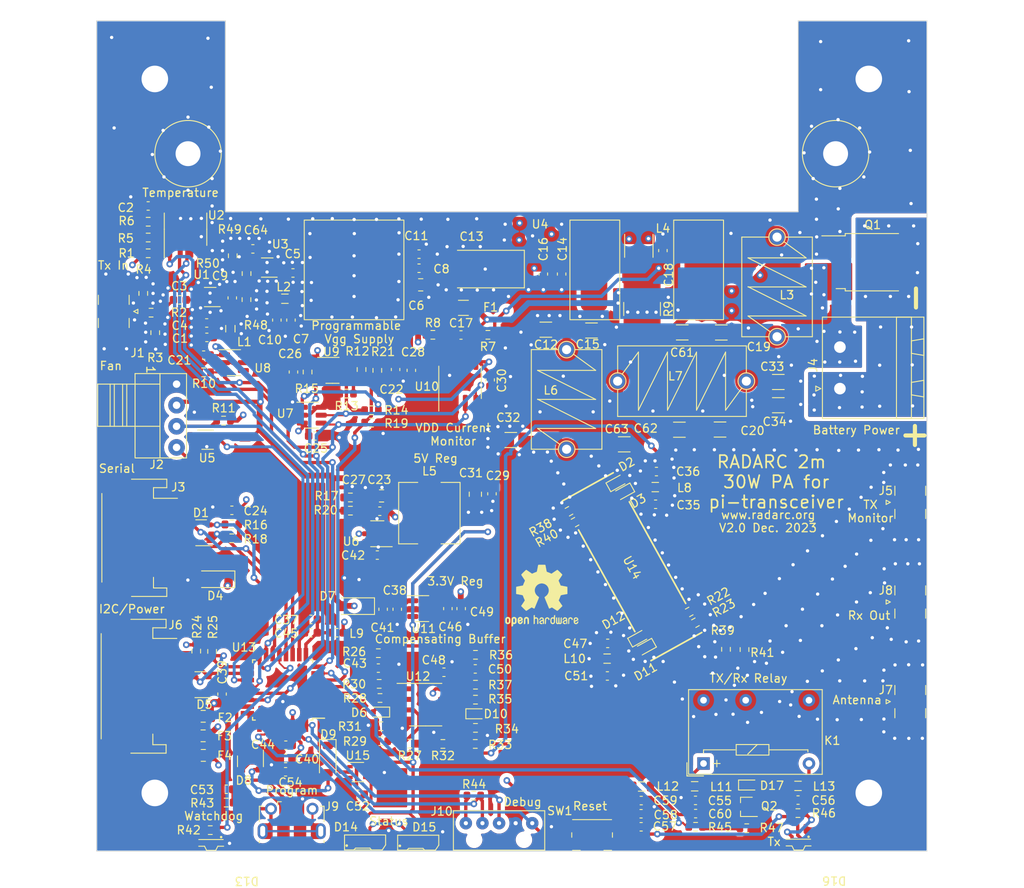
<source format=kicad_pcb>
(kicad_pcb (version 20221018) (generator pcbnew)
  (layers (0 "F.Cu" signal) (1 "In1.Cu" signal) (2 "In2.Cu" signal) (31 "B.Cu" signal) (34 "B.Paste" user) (35 "F.Paste" user) (36 "B.SilkS" user "B.Silkscreen") (37 "F.SilkS" user "F.Silkscreen") (38 "B.Mask" user) (39 "F.Mask" user) (44 "Edge.Cuts" user))
  (net 0 "")
  (net 1 "+12V")
  (net 2 "GND")
  (net 3 "/PA_Protection/D-")
  (net 4 "/PA_Protection/D+")
  (net 5 "/PA_Power/VBus")
  (net 6 "Net-(U8-VOUT)")
  (net 7 "Net-(C3-Pad1)")
  (net 8 "Net-(C3-Pad2)")
  (net 9 "VDC")
  (net 10 "/PA_Protection/Ext_SDA")
  (net 11 "/PA_Protection/Ext_SCL")
  (net 12 "+3.3V")
  (net 13 "/PA_Power/VI2C")
  (net 14 "Net-(U4-RF_In)")
  (net 15 "Net-(C5-Pad2)")
  (net 16 "Net-(C9-Pad1)")
  (net 17 "Net-(D12-K)")
  (net 18 "Net-(C9-Pad2)")
  (net 19 "Net-(C12-Pad1)")
  (net 20 "Net-(D16-K)")
  (net 21 "Net-(D16-A)")
  (net 22 "Net-(U4-Vdd)")
  (net 23 "Net-(U10-IN+)")
  (net 24 "Net-(U10-IN-)")
  (net 25 "Net-(K1-Pad1)")
  (net 26 "Net-(K1-Pad6)")
  (net 27 "/PA_Power/VDD_PA")
  (net 28 "Net-(D6-K)")
  (net 29 "/PA_Protection/ADC_Fwd")
  (net 30 "/PA_Protection/ADC_Rev")
  (net 31 "/PA_Protection/ADC_Vgg_PA")
  (net 32 "/PA_Protection/TX_Relay")
  (net 33 "Net-(D6-A)")
  (net 34 "Net-(C19-Pad1)")
  (net 35 "Net-(C19-Pad2)")
  (net 36 "/PA_Power/En_Vgg_PA")
  (net 37 "/PA_Protection/Temp_INT")
  (net 38 "Net-(C20-Pad2)")
  (net 39 "Net-(U14-RF)")
  (net 40 "Net-(D3-K)")
  (net 41 "Net-(U13-VDDANA)")
  (net 42 "Net-(U6-CB)")
  (net 43 "Net-(U6-SW)")
  (net 44 "Net-(U13-VDDCORE)")
  (net 45 "Net-(J9-Shield)")
  (net 46 "/PA_Power/VGG_PA")
  (net 47 "Net-(D17-K)")
  (net 48 "Net-(U4-RF_Out)")
  (net 49 "/PA_Power/Int_SDA")
  (net 50 "/PA_Power/Int_SCL")
  (net 51 "Net-(D2-K)")
  (net 52 "Net-(J6-Pin_3)")
  (net 53 "Net-(D10-K)")
  (net 54 "Net-(D10-A)")
  (net 55 "Net-(J7-In)")
  (net 56 "Net-(J8-In)")
  (net 57 "Net-(D11-K)")
  (net 58 "Net-(Q2-B)")
  (net 59 "Net-(D13-A)")
  (net 60 "Net-(D14-DIN)")
  (net 61 "/PA_Protection/Fan PWM")
  (net 62 "Net-(J6-Pin_5)")
  (net 63 "/PA_Protection/VFwd")
  (net 64 "/PA_Protection/VRev")
  (net 65 "Net-(J6-Pin_6)")
  (net 66 "Net-(J1-In)")
  (net 67 "Net-(J2-Pin_4)")
  (net 68 "Net-(J4-Pin_1)")
  (net 69 "+5V")
  (net 70 "Net-(J5-In)")
  (net 72 "Net-(J10-Pin_2)")
  (net 73 "Net-(J10-Pin_3)")
  (net 74 "Net-(J10-Pin_5)")
  (net 75 "Net-(U9-ADJ)")
  (net 76 "Net-(U7-VOUT)")
  (net 77 "Net-(U6-FB)")
  (net 78 "/PA_Protection/Fan_RPM")
  (net 79 "Net-(U12A-+)")
  (net 80 "Net-(R28-Pad1)")
  (net 81 "Net-(U12B-+)")
  (net 82 "Net-(R35-Pad1)")
  (net 83 "Net-(U13-PA10)")
  (net 85 "Net-(C64-Pad1)")
  (net 86 "/PA_Protection/Tx{slash}Rx")
  (net 87 "/PA_Protection/Pi_TxD")
  (net 88 "/PA_Protection/Pi_RxD")
  (net 92 "/PA_Power/VBAT")
  (net 93 "Net-(U13-PA00)")
  (net 95 "/PA_Protection/DRIVER_EN")
  (net 100 "Net-(C64-Pad2)")
  (net 101 "Net-(D14-DOUT)")
  (footprint "Capacitor_SMD:C_0603_1608Metric" (layer "F.Cu") (at 165.59 143.92)
    (fp_text reference "C59")
    (fp_text value "100p")
  )
  (footprint "Resistor_SMD:R_2816_7142Metric" (layer "F.Cu") (at 165.69 84.71 -90)
    (fp_text reference "R9")
    (fp_text value "10m")
  )
  (footprint "Resistor_SMD:R_0603_1608Metric" (layer "F.Cu") (at 107.05 87.56 -90)
    (fp_text reference "R3")
    (fp_text value "300R")
  )
  (footprint "Capacitor_SMD:C_0603_1608Metric" (layer "F.Cu") (at 131.45 143.1775 180)
    (fp_text reference "C52")
    (fp_text value "1u")
  )
  (footprint "Capacitor_SMD:C_0603_1608Metric" (layer "F.Cu") (at 134.1 109.07 180)
    (fp_text reference "C27")
    (fp_text value "100n")
  )
  (footprint "Capacitor_SMD:C_0603_1608Metric" (layer "F.Cu") (at 172.14 145.49 180)
    (fp_text reference "C60")
    (fp_text value "10n")
  )
  (footprint "Pi_Tx_V2:USB_Micro-B_Molex-105017-0001" (layer "F.Cu") (at 123.49 146.37)
    (fp_text reference "J9")
    (fp_text value "USB_B_Micro")
  )
  (footprint "Fuse:Fuse_0805_2012Metric" (layer "F.Cu") (at 112.82 136.12 180)
    (fp_text reference "F3")
    (fp_text value "150mA")
  )
  (footprint "Capacitor_SMD:C_0603_1608Metric" (layer "F.Cu") (at 133.8 114.35)
    (fp_text reference "C42")
    (fp_text value "100n")
  )
  (footprint "Pi_Tx_V2:MHS171" (layer "F.Cu") (at 184.5425 148.98 180)
    (fp_text reference "D16")
    (fp_text value "MHS171CRCT")
  )
  (footprint "Capacitor_SMD:C_0805_2012Metric" (layer "F.Cu") (at 139.025 81.8)
    (fp_text reference "C6")
    (fp_text value "22u")
  )
  (footprint "Capacitor_SMD:C_0603_1608Metric" (layer "F.Cu") (at 142.3 120.8 -90)
    (fp_text reference "C46")
    (fp_text value "100n")
  )
  (footprint "Capacitor_SMD:C_0603_1608Metric" (layer "F.Cu") (at 118.81 77.47 180)
    (fp_text reference "C64")
    (fp_text value "330p")
  )
  (footprint "Inductor_SMD:L_0805_2012Metric" (layer "F.Cu") (at 116.1 87.0825 90)
    (fp_text reference "L1")
    (fp_text value "1u")
  )
  (footprint "Pi_Tx_V2:MM1362 PSA4-5043+" (layer "F.Cu") (at 120.54 79.72 180)
    (fp_text reference "U3")
    (fp_text value "PSA4-5043+")
  )
  (footprint "Inductor_SMD:L_0805_2012Metric" (layer "F.Cu") (at 161.48 126.82)
    (fp_text reference "L10")
    (fp_text value "1.5u")
  )
  (footprint "Package_TO_SOT_SMD:SOT-143" (layer "F.Cu") (at 118.52 139.19 -90)
    (fp_text reference "D8")
    (fp_text value "SP0503BAHT")
  )
  (footprint "Fuse:Fuse_0805_2012Metric" (layer "F.Cu") (at 112.8425 138.48 180)
    (fp_text reference "F4")
    (fp_text value "150mA")
  )
  (footprint "Capacitor_SMD:C_0603_1608Metric" (layer "F.Cu") (at 126.3 100)
    (fp_text reference "C25")
    (fp_text value "100n")
  )
  (footprint "Relay_THT:Relay_SPDT_Omron_G6E" (layer "F.Cu") (at 173.0925 139.4575 90)
    (fp_text reference "K1")
    (fp_text value "G6E")
  )
  (footprint "Pi_Tx_V2:Debug_Clip" (layer "F.Cu") (at 148.464196 146.645)
    (fp_text reference "J10")
    (fp_text value "Conn_01x05")
  )
  (footprint "Capacitor_SMD:C_0603_1608Metric" (layer "F.Cu") (at 145.6 128.065 180)
    (fp_text reference "C50")
    (fp_text value "1n")
  )
  (footprint "Resistor_SMD:R_0603_1608Metric" (layer "F.Cu") (at 147.12 87.82 180)
    (fp_text reference "R7")
    (fp_text value "10R")
  )
  (footprint "Resistor_SMD:R_0603_1608Metric" (layer "F.Cu") (at 106.55 85.15 180)
    (fp_text reference "R2")
    (fp_text value "18R")
  )
  (footprint "Package_SO:SOIC-8_3.9x4.9mm_P1.27mm" (layer "F.Cu") (at 139.625 132.365)
    (fp_text reference "U12")
    (fp_text value "LM2904")
  )
  (footprint "Capacitor_SMD:C_1206_3216Metric" (layer "F.Cu") (at 182.1 96.3)
    (fp_text reference "C34")
    (fp_text value "NF")
  )
  (footprint "Package_TO_SOT_SMD:SOT-353_SC-70-5" (layer "F.Cu") (at 113.36 100.45)
    (fp_text reference "U5")
    (fp_text value "74LV1T34")
  )
  (footprint "Capacitor_SMD:C_0603_1608Metric" (layer "F.Cu") (at 161.55 124.99 180)
    (fp_text reference "C47")
    (fp_text value "1n")
  )
  (footprint "Resistor_SMD:R_0603_1608Metric" (layer "F.Cu") (at 184.465 145.43)
    (fp_text reference "R46")
    (fp_text value "10k")
  )
  (footprint "Package_TO_SOT_SMD:TO-252-2" (layer "F.Cu") (at 193.475 79.075)
    (fp_text reference "Q1")
    (fp_text value "AOD4185")
  )
  (footprint "Pi_Tx_V2:SMA_Samtec_SMA-J-P-X-ST-EM1_EdgeMount" (layer "F.Cu") (at 197.85 108 90)
    (fp_text reference "J5")
    (fp_text value "Conn_Coaxial")
  )
  (footprint "Capacitor_SMD:C_0603_1608Metric" (layer "F.Cu") (at 147.39 93.25 -90)
    (fp_text reference "C30")
    (fp_text value "100n")
  )
  (footprint "Diode_SMD:D_SOD-523" (layer "F.Cu") (at 166.028734 125.514468 -151)
    (fp_text reference "D11")
    (fp_text value "LRB751S")
  )
  (footprint "Resistor_SMD:R_0603_1608Metric" (layer "F.Cu") (at 145.42 143.32)
    (fp_text reference "R44")
    (fp_text value "1k")
  )
  (footprint "Resistor_SMD:R_0603_1608Metric" (layer "F.Cu") (at 134.125 131.565)
    (fp_text reference "R28")
    (fp_text value "4k7")
  )
  (footprint "MountingHole:MountingHole_3.2mm_M3_DIN965_Pad" (layer "F.Cu") (at 107 57)
    (fp_text reference "H1" hide)
    (fp_text value "MountingHole_Pad")
  )
  (footprint "Capacitor_SMD:C_1206_3216Metric" (layer "F.Cu") (at 175.08 99.23 180)
    (fp_text reference "C20")
    (fp_text value "3p")
  )
  (footprint "Inductor_SMD:L_0805_2012Metric" (layer "F.Cu") (at 167.28 106.16)
    (fp_text reference "L8")
    (fp_text value "1.5u")
  )
  (footprint "Package_SO:SOIC-8_3.9x4.9mm_P1.27mm" (layer "F.Cu") (at 110.7 75.1 90)
    (fp_text reference "U2")
    (fp_text value "LM75B")
  )
  (footprint "Capacitor_SMD:C_0603_1608Metric" (layer "F.Cu") (at 143.88 87.84)
    (fp_text reference "C17")
    (fp_text value "100n")
  )
  (footprint "Capacitor_SMD:C_0603_1608Metric" (layer "F.Cu") (at 123.64 80.37 180)
    (fp_text reference "C5")
    (fp_text value "330p")
  )
  (footprint "Diode_SMD:D_SOD-523" (layer "F.Cu") (at 178.575 142.05)
    (fp_text reference "D17")
    (fp_text value "1SS400")
  )
  (footprint "Resistor_SMD:R_0603_1608Metric" (layer "F.Cu") (at 106.2 78)
    (fp_text reference "R1")
    (fp_text value "4k7")
  )
  (footprint "Capacitor_SMD:C_0603_1608Metric" (layer "F.Cu") (at 115.1 131.09 90)
    (fp_text reference "C39")
    (fp_text value "100n")
  )
  (footprint "Pi_Tx_V2:JST_PH_S5B-PH-SM4-TB_1x05-1MP_P2.00mm_Horizontal" (layer "F.Cu") (at 105.13 112.27 -90)
    (fp_text reference "J3")
    (fp_text value "Conn_01x05")
  )
  (footprint "Resistor_SMD:R_0603_1608Metric" (layer "F.Cu") (at 178.3 147.25)
    (fp_text reference "R47")
    (fp_text value "10k")
  )
  (footprint "Capacitor_SMD:C_0603_1608Metric" (layer "F.Cu") (at 165.57 145.51)
    (fp_text reference "C58")
    (fp_text value "100n")
  )
  (footprint "Capacitor_SMD:C_0603_1608Metric" (layer "F.Cu") (at 113.265 88.13)
    (fp_text reference "C1")
    (fp_text value "100p")
  )
  (footprint "Pi_Tx_V2:SMA_Samtec_SMA-J-P-X-ST-EM1_EdgeMount" (layer "F.Cu") (at 197.85 120 90)
    (fp_text reference "J8")
    (fp_text value "Conn_Coaxial")
  )
  (footprint "Capacitor_SMD:C_1206_3216Metric" (layer "F.Cu") (at 159.6 87.3)
    (fp_text reference "C15")
    (fp_text value "18p")
  )
  (footprint "Resistor_SMD:R_0603_1608Metric" (layer "F.Cu") (at 145.625 131.765)
    (fp_text reference "R35")
    (fp_text value "4k7")
  )
  (footprint "Capacitor_SMD:C_0603_1608Metric" (layer "F.Cu") (at 156 80.5 -90)
    (fp_text reference "C14")
    (fp_text value "100n")
  )
  (footprint "Resistor_SMD:R_0603_1608Metric" (layer "F.Cu") (at 130.1 94.9 180)
    (fp_text reference "R13")
    (fp_text value "470R")
  )
  (footprint "Package_TO_SOT_SMD:SOT-143" (layer "F.Cu") (at 112.58 111.66 180)
    (fp_text reference "D1")
    (fp_text value "SP0503BAHT")
  )
  (footprint "Resistor_SMD:R_0603_1608Metric" (layer "F.Cu") (at 133.1 96.9)
    (fp_text reference "R14")
    (fp_text value "1k")
  )
  (footprint "Resistor_SMD:R_0603_1608Metric" (layer "F.Cu") (at 125.4 92.3 90)
    (fp_text reference "R15")
    (fp_text value "10k")
  )
  (footprint "Inductor_SMD:L_1812_4532Metric" (layer "F.Cu") (at 165.3 77.1 90)
    (fp_text reference "L4")
    (fp_text value "200nH")
  )
  (footprint "Capacitor_SMD:C_0603_1608Metric" (layer "F.Cu") (at 125.8 122.1 180)
    (fp_text reference "C37")
    (fp_text value "1u")
  )
  (footprint "Inductor_SMD:L_0805_2012Metric" (layer "F.Cu") (at 122.67 83.47)
    (fp_text reference "L2")
    (fp_text value "1u")
  )
  (footprint "Resistor_SMD:R_0603_1608Metric" (layer "F.Cu") (at 133.925 126.165)
    (fp_text reference "R26")
    (fp_text value "10k")
  )
  (footprint "Capacitor_SMD:C_0603_1608Metric" (layer "F.Cu") (at 106.2 72.3 180)
    (fp_text reference "C2")
    (fp_text value "100n")
  )
  (footprint "MountingHole:MountingHole_3.2mm_M3_DIN965_Pad" (layer "F.Cu") (at 193 57)
    (fp_text reference "H2" hide)
    (fp_text value "MountingHole_Pad")
  )
  (footprint "Capacitor_SMD:C_0603_1608Metric" (layer "F.Cu") (at 116.33 83.375 -90)
    (fp_text reference "C9")
    (fp_text value "330p" hide)
  )
  (footprint "Pi_Tx_V2:Wire_Inductor 12x8.5" (layer "F.Cu") (at 156.6 95.6 -90)
    (fp_text reference "L6")
    (fp_text value "34nH")
  )
  (footprint "Resistor_SMD:R_0603_1608Metric" (layer "F.Cu") (at 131.9 92 -90)
    (fp_text reference "R12")
    (fp_text value "1k2")
  )
  (footprint "Capacitor_SMD:C_0805_2012Metric" (layer "F.Cu") (at 134.31 107.22 180)
    (fp_text reference "C23")
    (fp_text value "2.2u 50V")
  )
  (footprint "Symbol:OSHW-Logo2_9.8x8mm_SilkScreen" (layer "F.Cu") (at 153.61 119.23)
    (fp_text reference "LOGO1" hide)
    (fp_text value "Logo_Open_Hardware_Small" hide)
  )
  (footprint "Package_TO_SOT_SMD:SOT-23-6" (layer "F.Cu") (at 133.7975 111.78 180)
    (fp_text reference "U6")
    (fp_text value "LMR51420")
  )
  (footprint "Inductor_SMD:L_0805_2012Metric" (layer "F.Cu") (at 184.475 142.15 180)
    (fp_text reference "L13")
    (fp_text value "1u")
  )
  (footprint "Capacitor_SMD:C_0603_1608Metric" (layer "F.Cu") (at 136.2 120.875 -90)
    (fp_text reference "C38")
    (fp_text value "100n")
  )
  (footprint "Inductor_SMD:L_7.3x7.3_H3.5" (layer "F.Cu") (at 140.0725 109.295 -90)
    (fp_text reference "L5")
    (fp_text value "4.7uH")
  )
  (footprint "Pi_Tx_V2:MHS171" (layer "F.Cu") (at 113.79 149.02 180)
    (fp_text reference "D13")
    (fp_text value "MHS171UBCT")
  )
  (footprint "Connector_Phoenix_MSTB:PhoenixContact_MSTBA_2,5_2-G_1x02_P5.00mm_Horizontal" (layer "F.Cu") (at 189.5225 94.3 90)
    (fp_text reference "J4")
    (fp_text value "Conn_01x02")
  )
  (footprint "Package_TO_SOT_SMD:SOT-353_SC-70-5" (layer "F.Cu") (at 131.46 140.4875)
    (fp_text reference "U15")
    (fp_text value "74LV1T34")
  )
  (footprint "Pi_Tx_V2:Panasonic_EVQPUK_EVQPUB" (layer "F.Cu") (at 159.67 148.066321 180)
    (fp_text reference "SW1")
    (fp_text value "SW_Push")
  )
  (footprint "Resistor_SMD:R_0603_1608Metric" (layer "F.Cu") (at 116.39 78.295 -90)
    (fp_text reference "R50")
    (fp_text value "300R")
  )
  (footprint "Capacitor_SMD:C_0603_1608Metric" (layer "F.Cu") (at 168.2 77.675 90)
    (fp_text reference "C18")
    (fp_text value "100n")
  )
  (footprint "Capacitor_SMD:C_1206_3216Metric" (layer "F.Cu") (at 182.1 93.5)
    (fp_text reference "C33")
    (fp_text value "18p")
  )
  (footprint "Resistor_SMD:R_0603_1608Metric" (layer "F.Cu") (at 116.27 112.33 180)
    (fp_text reference "R18")
    (fp_text value "4k7")
  )
  (footprint "Package_QFP:TQFP-32_7x7mm_P0.8mm" (layer "F.Cu") (at 122.4 130.6 180)
    (fp_text reference "U13")
    (fp_text value "ATSAMD21E18A-A")
  )
  (footprint "Resistor_SMD:R_0603_1608Metric" (layer "F.Cu") (at 134.225 134.965 180)
    (fp_text reference "R31")
    (fp_text value "100k")
  )
  (footprint "Resistor_SMD:R_0603_1608Metric" (layer "F.Cu") (at 106.2 76.1)
    (fp_text reference "R5")
    (fp_text value "4k7")
  )
  (footprint "Diode_SMD:D_SOD-523" (layer "F.Cu") (at 162.73 105.58 29)
    (fp_text reference "D2")
    (fp_text value "LRB751S")
  )
  (footprint "Inductor_SMD:L_0603_1608Metric" (layer "F.Cu") (at 128.9 123.7 180)
    (fp_text reference "L9")
    (fp_text value "L_Ferrite")
  )
  (footprint "Capacitor_SMD:C_0603_1608Metric" (layer "F.Cu") (at 110.01 83.61 180)
    (fp_text reference "C3")
    (fp_text value "330p")
  )
  (footprint "Resistor_SMD:R_0603_1608Metric" (layer "F.Cu") (at 130.56 109)
    (fp_text reference "R20")
    (fp_text value "162k")
  )
  (footprint "Resistor_SMD:R_0603_1608Metric" (layer "F.Cu") (at 145.6 137.1 180)
    (fp_text reference "R33")
    (fp_text value "10k")
  )
  (footprint "Diode_SMD:D_SOD-123" (layer "F.Cu") (at 114.28 117.26 180)
    (fp_text reference "D4")
    (fp_text value "MBR0540")
  )
  (footprint "Capacitor_SMD:C_0603_1608Metric" (layer "F.Cu") (at 116.28 108.96 180)
    (fp_text reference "C24")
    (fp_text value "100n")
  )
  (footprint "Capacitor_SMD:C_1206_3216Metric" (layer "F.Cu") (at 175.235 87.54)
    (fp_text reference "C19")
    (fp_text value "9p1")
  )
  (footprint "Resistor_SMD:R_0603_1608Metric" (layer "F.Cu") (at 156.89 109.07 -151)
    (fp_text reference "R38")
    (fp_text value "150R")
  )
  (footprint "Package_TO_SOT_SMD:SOT-23-6" (layer "F.Cu") (at 116.5275 91.17)
    (fp_text reference "U8")
    (fp_text value "TPS22810DBV")
  )
  (footprint "Package_SO:SOIC-8_3.9x4.9mm_P1.27mm" (layer "F.Cu") (at 143.765 93.545 90)
    (fp_text reference "U10")
    (fp_text value "INA219AxD")
  )
  (footprint "Capacitor_SMD:C_0603_1608Metric" (layer "F.Cu") (at 167.42 104.29 180)
    (fp_text reference "C36")
    (fp_text value "1n")
  )
  (footprint "Pi_Tx_V2:Wire_Inductor 15.5x8.5" (layer "F.Cu") (at 170.5 93.4 180)
    (fp_text reference "L7")
    (fp_text value "46nH")
  )
  (footprint "Capacitor_SMD:C_0603_1608Metric" (layer "F.Cu") (at 143.9 120.8 -90)
    (fp_text reference "C49")
    (fp_text value "10u")
  )
  (footprint "Resistor_SMD:R_0603_1608Metric" (layer "F.Cu") (at 118.05 80.44 -90)
    (fp_text reference "R49")
    (fp_text value "18R")
  )
  (footprint "Package_TO_SOT_SMD:SOT-323_SC-70" (layer "F.Cu") (at 178.28 144.68 180)
    (fp_text reference "Q2")
    (fp_text value "BC848W")
  )
  (footprint "Capacitor_SMD:C_0603_1608Metric" (layer "F.Cu") (at 122.75 140.4525 180)
    (fp_text reference "C54")
    (fp_text value "100n")
  )
  (footprint "Capacitor_SMD:C_0603_1608Metric" (layer "F.Cu") (at 113.25 86.39)
    (fp_text reference "C4")
    (fp_text value "100n")
  )
  (footprint "Resistor_SMD:R_0603_1608Metric" (layer "F.Cu") (at 171.37 121.2 -151)
    (fp_text reference "R22")
    (fp_text value "150R")
  )
  (footprint "Capacitor_SMD:C_0603_1608Metric" (layer "F.Cu") (at 123.4 86.045 90)
    (fp_text reference "C7")
    (fp_text value "100p")
  )
  (footprint "Resistor_SMD:R_0603_1608Metric" (layer "F.Cu") (at 105.61 82.83 90)
    (fp_text reference "R4")
    (fp_text value "300R")
  )
  (footprint "Capacitor_SMD:C_0603_1608Metric" (layer "F.Cu") (at 153.8 80.5 -90)
    (fp_text reference "C16")
    (fp_text value "100p")
  )
  (footprint "Resistor_SMD:R_0603_1608Metric" (layer "F.Cu") (at 141.7 137.1 180)
    (fp_text reference "R32")
    (fp_text value "100k")
  )
  (footprint "Capacitor_SMD:C_0603_1608Metric" (layer "F.Cu") (at 122.75 138.8525 180)
    (fp_text reference "C40")
    (fp_text value "1u")
  )
  (footprint "Pi_Tx_V2:JST_PH_S6B-PH-SM4-TB_1x06-1MP_P2.00mm_Horizontal" (layer "F.Cu") (at 105.05 130.15 -90)
    (fp_text reference "J6")
    (fp_text value "Conn_01x06")
  )
  (footprint "Resistor_SMD:R_0603_1608Metric" (layer "F.Cu") (at 172.14 147.08 180)
    (fp_text reference "R45")
    (fp_text value "4k7")
  )
  (footprint "Package_TO_SOT_SMD:SOT-23-5" (layer "F.Cu") (at 139.2 120.8)
    (fp_text reference "U11")
    (fp_text value "TLV70233")
  )
  (footprint "Resistor_SMD:R_0603_1608Metric" (layer "F.Cu") (at 130.555 107.41)
    (fp_text reference "R17")
    (fp_text value "22.1k")
  )
  (footprint "Resistor_SMD:R_0603_1608Metric" (layer "F.Cu") (at 137.725 137.065 180)
    (fp_text reference "R27")
    (fp_text value "10k")
  )
  (footprint "Capacitor_SMD:C_0603_1608Metric" (layer "F.Cu") (at 172.125 143.9 180)
    (fp_text reference "C55")
    (fp_text value "10n")
  )
  (footprint "Pi_Tx_V2:SK6812SIDE-A-RVS" (layer "F.Cu") (at 138.85 148.89)
    (fp_text reference "D15")
    (fp_text value "SK6812")
  )
  (footprint "Capacitor_SMD:C_0603_1608Metric" (layer "F.Cu") (at 133.925 127.965)
    (fp_text reference "C43")
    (fp_text value "1n")
  )
  (footprint "Inductor_SMD:L_0805_2012Metric" (layer "F.Cu") (at 165.64 142.23)
    (fp_text reference "L12")
    (fp_text value "1u")
  )
  (footprint "Pi_Tx_V2:MM1362 PSA4-5043+" (layer "F.Cu") (at 113.67 83.27 180)
    (fp_text reference "U1")
    (fp_text value "PSA4-5043+")
  )
  (footprint "Resistor_SMD:R_0603_1608Metric" (layer "F.Cu") (at 113.68 147.48)
    (fp_text reference "R42")
    (fp_text value "1k")
  )
  (footprint "Resistor_SMD:R_0603_1608Metric" (layer "F.Cu") (at 133.8 92.1 90)
    (fp_text reference "R21")
    (fp_text value "47k")
  )
  (footprint "Resistor_SMD:R_0603_1608Metric" (layer "F.Cu") (at 145.625 135.165)
    (fp_text reference "R34")
    (fp_text value "100k")
  )
  (footprint "Resistor_SMD:R_0603_1608Metric" (layer "F.Cu") (at 118.04 83.58 -90)
    (fp_text reference "R48")
    (fp_text value "300R")
  )
  (footprint "Resistor_SMD:R_0603_1608Metric" (layer "F.Cu") (at 157.617214 110.38193 -151)
    (fp_text reference "R40")
    (fp_text value "150R")
  )
  (footprint "Inductor_SMD:L_0805_2012Metric" (layer "F.Cu") (at 172.025 142.2)
    (fp_text reference "L11")
    (fp_text value "1u")
  )
  (footprint "Diode_SMD:D_SOD-523" (layer "F.Cu") (at 145.725 133.465)
    (fp_text reference "D10")
    (fp_text value "1SS400")
  )
  (footprint "Capacitor_SMD:C_1206_3216Metric" (layer "F.Cu") (at 170.185 99.25 180)
    (fp_text reference "C62")
    (fp_text value "3p")
  )
  (footprint "Resistor_SMD:R_0603_1608Metric" (layer "F.Cu") (at 140.49 87.82)
    (fp_text reference "R8")
    (fp_text value "10R")
  )
  (footprint "Resistor_SMD:R_0603_1608Metric" (layer "F.Cu") (at 115.28 98.15 180)
    (fp_text reference "R11")
    (fp_text value "10k")
  )
  (footprint "Capacitor_SMD:C_0603_1608Metric" (layer "F.Cu") (at 138.825 79.8)
    (fp_text reference "C8")
    (fp_text value "100n")
  )
  (footprint "Capacitor_Tantalum_SMD:CP_EIA-7343-43_Kemet-X" (layer "F.Cu") (at 147.1 79.9 180)
    (fp_text reference "C13")
    (fp_text value "22u")
  )
  (footprint "Capacitor_SMD:C_1206_3216Metric" (layer "F.Cu") (at 170.53 87.53)
    (fp_text reference "C61")
    (fp_text value "9p1")
  )
  (footprint "Resistor_SMD:R_0603_1608Metric" (layer "F.Cu") (at 145.625 126.365 180)
    (fp_text reference "R36")
    (fp_text value "10k")
  )
  (footprint "Pi_Tx_V2:SK6812SIDE-A-RVS" (layer "F.Cu") (at 132.45 148.86)
    (fp_text reference "D14")
    (fp_text value "SK6812")
  )
  (footprint "Resistor_SMD:R_0603_1608Metric" (layer "F.Cu") (at 113.9 125.95 -90)
    (fp_text reference "R25")
    (fp_text value "4k7")
  )
  (footprint "Capacitor_SMD:C_0603_1608Metric" (layer "F.Cu") (at 161.51 128.91)
    (fp_text reference "C51")
    (fp_text value "1n")
  )
  (footprint "Capacitor_SMD:C_1206_3216Metric" (layer "F.Cu") (at 163.54 101.01)
    (fp_text reference "C63")
    (fp_text value "6p8")
  )
  (footprint "Package_TO_SOT_SMD:SOT-23-6" (layer "F.Cu") (at 125.9 97.5)
    (fp_text reference "U7")
    (fp_text value "MCP4725")
  )
  (footprint "Resistor_SMD:R_0603_1608Metric" (layer "F.Cu") (at 116.28 110.66 180)
    (fp_text reference "R16")
    (fp_text value "4k7")
  )
  (footprint "Capacitor_SMD:C_0603_1608Metric" (layer "F.Cu") (at 184.48 143.86)
    (fp_text reference "C56")
    (fp_text value "10n")
  )
  (footprint "Pi_Tx_V2:KF2510-4AW_3+1P" (layer "F.Cu") (at 109.62 97.57 -90)
    (fp_text reference "J2")
    (fp_text value "Conn_01x04")
  )
  (footprint "Resistor_SMD:R_0603_1608Metric" (layer "F.Cu") (at 175.8 125.7 -90)
    (fp_text reference "R41")
    (fp_text value "49.9k")
  )
  (footprint "Resistor_SMD:R_0603_1608Metric" (layer "F.Cu") (at 145.625 129.965)
    (fp_text reference "R37")
    (fp_text value "330R")
  )
  (footprint "MountingHole:MountingHole_3.2mm_M3_DIN965_Pad" (layer "F.Cu") (at 107 143)
    (fp_text reference "H3" hide)
    (fp_text value "MountingHole_Pad")
  )
  (footprint "Diode_SMD:D_SOD-123" (layer "F.Cu") (at 131.1 120.5 180)
    (fp_text reference "D7")
    (fp_text value "MBR0540")
  )
  (footprint "Capacitor_SMD:C_0805_2012Metric" (layer "F.Cu") (at 145.61 107.02 -90)
    (fp_text reference "C31")
    (fp_text value "22u")
  )
  (footprint "Resistor_SMD:R_0603_1608Metric" (layer "F.Cu") (at 112.88 92.34 180)
    (fp_text reference "R10")
    (fp_text value "10k")
  )
  (footprint "Capacitor_SMD:C_0603_1608Metric" (layer "F.Cu") (at 138.825 78.1)
    (fp_text reference "C11")
    (fp_text value "100p")
  )
  (footprint "Capacitor_SMD:C_0603_1608Metric" (layer "F.Cu") (at 134.5 120.875 -90)
    (fp_text reference "C41")
    (fp_text value "10u")
  )
  (footprint "Resistor_SMD:R_0603_1608Metric" (layer "F.Cu") (at 172.11908 122.499809 -151)
    (fp_text reference "R23")
    (fp_text value "150R")
  )
  (footprint "Resistor_SMD:R_0603_1608Metric" (layer "F.Cu") (at 134.025 129.865 180)
    (fp_text reference "R30")
    (fp_text value "330R")
  )
  (footprint "Capacitor_SMD:C_0603_1608Metric" (layer "F.Cu") (at 123.7 92.3 -90)
    (fp_text reference "C26")
    (fp_text value "1u 50V")
  )
  (footprint "Capacitor_SMD:C_0603_1608Metric" (layer "F.Cu") (at 167.32 108.23)
    (fp_text reference "C35")
    (fp_text value "1n")
  )
  (footprint "Capacitor_SMD:C_0603_1608Metric" (layer "F.Cu") (at 136 92 -90)
    (fp_text reference "C22")
    (fp_text value "2.2u")
  )
  (footprint "Capacitor_SMD:C_0603_1608Metric" (layer "F.Cu") (at 147.61 106.97 -90)
    (fp_text reference "C29")
    (fp_text value "100n")
  )
  (footprint "MountingHole:MountingHole_3.2mm_M3_DIN965_Pad" (layer "F.Cu") (at 193 143)
    (fp_text reference "H4" hide)
    (fp_text value "MountingHole_Pad")
  )
  (footprint "Capacitor_SMD:C_0603_1608Metric" (layer "F.Cu") (at 112.88 90.27 180)
    (fp_text reference "C21")
    (fp_text value "1u")
  )
  (footprint "Capacitor_SMD:C_0603_1608Metric" (layer "F.Cu") (at 122.775 137.2525 180)
    (fp_text reference "C44")
    (fp_text value "1u")
  )
  (footprint "Capacitor_SMD:C_0603_1608Metric" (layer "F.Cu") (at 165.58 147.08)
    (fp_text reference "C57")
    (fp_text value "1u")
  )
  (footprint "Capacitor_SMD:C_0603_1608Metric" (layer "F.Cu") (at 141.825 128.465 180)
    (fp_text reference "C48")
    (fp_text value "100n")
  )
  (footprint "Resistor_SMD:R_0603_1608Metric" (layer "F.Cu") (at 111.99 125.92 -90)
    (fp_text reference "R24")
    (fp_text value "4k7")
  )
  (footprint "Resistor_SMD:R_0603_1608Metric" (layer "F.Cu") (at 133.1 98.4)
    (fp_text reference "R19")
    (fp_text value "10k")
  )
  (footprint "Package_TO_SOT_SMD:SOT-143" (layer "F.Cu") (at 112.48 129.96 180)
    (fp_text reference "D5")
    (fp_text value "SP0503BAHT")
  )
  (footprint "Fuse:Fuse_1206_3216Metric" (layer "F.Cu") (at 144.17 84.57 180)
    (fp_text reference "F1")
    (fp_text value "1A")
  )
  (footprint "Package_TO_SOT_SMD:SOT-23-5" (layer "F.Cu") (at 128.4 92.1)
    (fp_text reference "U9")
    (fp_text value "AP2204K-ADJ")
  )
  (footprint "Capacitor_SMD:C_1206_3216Metric" (layer "F.Cu") (at 149.88 100.49 180)
    (fp_text reference "C32")
    (fp_text value "6p8")
  )
  (footprint "Fuse:Fuse_0805_2012Metric" (layer "F.Cu") (at 112.8275 133.77 180)
    (fp_text reference "F2")
    (fp_text value "150mA")
  )
  (footprint "Diode_SMD:D_SOD-523" (layer "F.Cu") (at 165.35 124.29 29)
    (fp_text reference "D12")
    (fp_text value "LRB751S")
  )
  (footprint "Capacitor_SMD:C_0603_1608Metric" (layer "F.Cu") (at 137.9 92.1 -90)
    (fp_text reference "C28")
    (fp_text value "100n")
  )
  (footprint "Pi_Tx_V2:Linear_Coupler" (layer "F.Cu") (at 164.49 115.75 -61)
    (fp_text reference "U14")
    (fp_text value "Directional_Coupler")
  )
  (footprint "Resistor_SMD:R_0603_1608Metric" (layer "F.Cu") (at 178.03 125.73 -90)
    (fp_text reference "R39")
    (fp_text value "49.9R")
  )
  (footprint "Capacitor_SMD:C_0603_1608Metric" (layer "F.Cu") (at 121.7 86.045 90)
    (fp_text reference "C10")
    (fp_text value "100n")
  )
  (footprint "Diode_SMD:D_SOD-123" (layer "F.Cu") (at 127.83 138.93 -90)
    (fp_text reference "D9")
    (fp_text value "MBR0540")
  )
  (footprint "Capacitor_SMD:C_0603_1608Metric" (layer "F.Cu") (at 115.6 142.56 180)
    (fp_text reference "C53")
    (fp_text value "4n7")
  )
  (footprint "Resistor_SMD:R_0603_1608Metric" (layer "F.Cu") (at 115.6 144.16 180)
    (fp_text reference "R43")
    (fp_text value "1M")
  )
  (footprint "Diode_SMD:D_SOD-523" (layer "F.Cu") (at 134.025 133.265 180)
    (fp_text reference "D6")
    (fp_text value "1SS400")
  )
  (footprint "Pi_Tx_V2:RF_PA_Module" (layer "F.Cu") (at 150 73)
    (fp_text reference "U4")
    (fp_text value "RA35H1516M")
  )
  (footprint "Pi_Tx_V2:SMA_Samtec_SMA-J-P-X-ST-EM1_EdgeMount" (layer "F.Cu") (at 197.85 132 90)
    (fp_text reference "J7")
    (fp_text value "Conn_Coaxial")
  )
  (footprint "Resistor_SMD:R_0603_1608Metric" (layer "F.Cu") (at 134.225 136.765 180)
    (fp_text reference "R29")
    (fp_text value "100k")
  )
  (footprint "Pi_Tx_V2:Wire_Inductor 12x8.5" (layer "F.Cu") (at 181.95 82.05 -90)
    (fp_text reference "L3")
    (fp_text value "34nH")
  )
  (footprint "Resistor_SMD:R_0603_1608Metric" (layer "F.Cu") (at 106.2 74.2)
    (fp_text reference "R6")
    (fp_text value "4k7")
  )
  (footprint "Pi_Tx_V2:SMA_Samtec_SMA-J-P-X-ST-EM1_EdgeMount" (layer "F.Cu") (at 102.2 85 -90)
    (fp_text reference "J1")
    (fp_text value "Conn_Coaxial")
  )
  (footprint "Capacitor_SMD:C_1206_3216Metric" (layer "F.Cu") (at 154.1 87.2 180)
    (fp_text reference "C12")
    (fp_text value "NF")
  )
  (footprint "Capacitor_SMD:C_0603_1608Metric" (layer "F.Cu") (at 125.8 123.7 180)
    (fp_text reference "C45")
    (fp_text value "100n")
  )
  (footprint "Diode_SMD:D_SOD-523" (layer "F.Cu") (at 163.408734 106.804468 -151)
    (fp_text reference "D3")
    (fp_text value "LRB751S")
  )
  (footprint "Pi_Tx_V2:Copper_Pad" (layer "B.Cu") (at 149.5 60.2 180)
    (fp_text reference "HS1" hide)
    (fp_text value "Heatsink" hide)
  )
  (gr_line (start 200 150) (end 200 50) (stroke (width 0.1)) (layer "Edge.Cuts"))
  (gr_line (start 184.5 73) (end 184.5 50) (stroke (width 0.1)) (layer "Edge.Cuts"))
  (gr_line (start 100 150) (end 200 150) (stroke (width 0.1)) (layer "Edge.Cuts"))
  (gr_line (start 100 50) (end 100 150) (stroke (width 0.1)) (layer "Edge.Cuts"))
  (gr_line (start 184.5 50) (end 200 50) (stroke (width 0.1)) (layer "Edge.Cuts"))
  (gr_line (start 115.5 50) (end 115.5 73) (stroke (width 0.1)) (layer "Edge.Cuts"))
  (gr_line (start 115.5 50) (end 100 50) (stroke (width 0.1)) (layer "Edge.Cuts"))
  (gr_line (start 115.5 73) (end 184.5 73) (stroke (width 0.1)) (layer "Edge.Cuts"))
  (gr_text "TX\nMonitor" (at 193.2 110.48) (layer "F.SilkS") (effects (font (size 1 1)) (justify bottom)))
  (gr_text "Compensating Buffer" (at 141.38 124.46) (layer "F.SilkS") (effects (font (size 1 1))))
  (gr_text "V2.0 Dec. 2023" (at 180.85 111.08) (layer "F.SilkS") (effects (font (size 1 1))))
  (gr_text "I2C/Power\n" (at 104.23 120.85) (layer "F.SilkS") (effects (font (size 1 1))))
  (gr_text "www.radarc.org" (at 180.88 109.5) (layer "F.SilkS") (effects (font (size 1 1))))
  (gr_text "Program" (at 123.51 142.68) (layer "F.SilkS") (effects (font (size 1 1))))
  (gr_text "Watchdog" (at 114.09 145.78) (layer "F.SilkS") (effects (font (size 1 1))))
  (gr_text "Debug" (at 151.29 144.09) (layer "F.SilkS") (effects (font (size 1 1))))
  (gr_text "Antenna" (at 191.6 131.8) (layer "F.SilkS") (effects (font (size 1 1))))
  (gr_text "Tx In" (at 102.01 79.45) (layer "F.SilkS") (effects (font (size 1 1))))
  (gr_text "Rx Out" (at 193.03 121.63) (layer "F.SilkS") (effects (font (size 1 1))))
  (gr_text "+" (at 196.37 101.48) (layer "F.SilkS") (effects (font (size 3 3) (thickness 0.5) bold) (justify left bottom)))
  (gr_text "3.3V Reg" (at 143.2 117.5) (layer "F.SilkS") (effects (font (size 1 1))))
  (gr_text "-" (at 200.22 85.57 90) (layer "F.SilkS") (effects (font (size 3 3) (thickness 0.5) bold) (justify left bottom)))
  (gr_text "Status" (at 135.19 146.41) (layer "F.SilkS") (effects (font (size 1 1))))
  (gr_text "Programmable\n Vgg Supply" (at 131.26 87.52) (layer "F.SilkS") (effects (font (size 1 1))))
  (gr_text "5V Reg" (at 140.81 102.71) (layer "F.SilkS") (effects (font (size 1 1))))
  (gr_text "Temperature" (at 110.1 70.7) (layer "F.SilkS") (effects (font (size 1 1))))
  (gr_text "Fan" (at 100.27 92.14) (layer "F.SilkS") (effects (font (size 1 1)) (justify left bottom)))
  (gr_text "VDD Current\nMonitor" (at 142.94 99.83) (layer "F.SilkS") (effects (font (size 1 1))))
  (gr_text "Battery Power" (at 191.5 99.29) (layer "F.SilkS") (effects (font (size 1 1))))
  (gr_text "TX/Rx Relay" (at 178.5 129.2) (layer "F.SilkS") (effects (font (size 1 1))))
  (gr_text "Tx\n" (at 181.59 148.88) (layer "F.SilkS") (effects (font (size 1 1))))
  (gr_text "Serial" (at 102.44 103.93) (layer "F.SilkS") (effects (font (size 1 1))))
  (gr_text "RADARC 2m \n30W PA for\npi-transceiver" (at 181.85 105.54) (layer "F.SilkS") (effects (font (size 1.5 1.5) (thickness 0.2))))
  (gr_text "Reset" (at 159.42 144.59) (layer "F.SilkS") (effects (font (size 1 1))))
  (segment (start 164.815 142.4675) (end 164.5775 142.23) (width 0.4) (layer "F.Cu") (net 1))
  (segment (start 164.805 147.08) (end 164.805 145.52) (width 0.4) (layer "F.Cu") (net 1))
  (segment (start 165.68 147.955) (end 164.805 147.08) (width 0.4) (layer "F.Cu") (net 1))
  (segment (start 164.5125 142.5) (end 150.4 142.5) (width 0.4) (layer "F.Cu") (net 1))
  (segment (start 134.875 109.07) (end 135.27 109.07) (width 0.7) (layer "F.Cu") (net 1))
  (segment (start 134.875 107.605) (end 135.26 107.22) (width 0.7) (layer "F.Cu") (net 1))
  (segment (start 142.77 84.57) (end 141.37934 84.57) (width 0.7) (layer "F.Cu") (net 1))
  (segment (start 141.37934 84.57) (end 138.715 87.23434) (width 0.7) (layer "F.Cu") (net 1))
  (segment (start 114.67 139.65) (end 114.67 139.37) (width 0.4) (layer "F.Cu") (net 1))
  (segment (start 114.67 139.37) (end 113.78 138.48) (width 0.4) (layer "F.Cu") (net 1))
  (segment (start 164.815 143.92) (end 164.815 142.4675) (width 0.4) (layer "F.Cu") (net 1))
  (segment (start 124.825 90.4) (end 126.5125 90.4) (width 0.4) (layer "F.Cu") (net 1))
  (segment (start 164.795 145.51) (end 164.795 143.94) (width 0.4) (layer "F.Cu") (net 1))
  (segment (start 126.5125 90.4) (end 127.2625 91.15) (width 0.4) (layer "F.Cu") (net 1))
  (segment (start 126.7 90.5875) (end 126.6 90.4875) (width 0.4) (layer "F.Cu") (net 1))
  (segment (start 123.7 91.525) (end 124.825 90.4) (width 0.4) (layer "F.Cu") (net 1))
  (segment (start 134.935 109.13) (end 134.875 109.07) (width 0.7) (layer "F.Cu") (net 1))
  (segment (start 164.805 145.52) (end 164.795 145.51) (width 0.4) (layer "F.Cu") (net 1))
  (segment (start 134.875 109.07) (end 134.875 107.605) (width 0.7) (layer "F.Cu") (net 1))
  (segment (start 138.715 87.23434) (end 138.715 88.695) (width 0.7) (layer "F.Cu") (net 1))
  (segment (start 132.66 111.78) (end 131.58 111.78) (width 0.4) (layer "F.Cu") (net 1))
  (segment (start 150.4 142.5) (end 149.4 141.5) (width 0.4) (layer "F.Cu") (net 1))
  (segment (start 127.2625 91.15) (end 126.7 90.5875) (width 0.4) (layer "F.Cu") (net 1))
  (segment (start 183.35 145.85) (end 182.175 145.85) (width 0.4) (layer "F.Cu") (net 1))
  (segment (start 135.27 109.07) (end 135.97 109.77) (width 0.7) (layer "F.Cu") (net 1))
  (segment (start 164.795 143.94) (end 164.815 143.92) (width 0.4) (layer "F.Cu") (net 1))
  (segment (start 167.525 147.955) (end 165.68 147.955) (width 0.4) (layer "F.Cu") (net 1))
  (segment (start 126.6 90.4875) (end 126.6 89.7) (width 0.4) (layer "F.Cu") (net 1))
  (segment (start 134.935 110.83) (end 134.935 109.13) (width 0.7) (layer "F.Cu") (net 1))
  (segment (start 167.53 147.95) (end 167.525 147.955) (width 0.4) (layer "F.Cu") (net 1))
  (via (at 138.715 88.695) (size 0.8) (drill 0.4) (layers "F.Cu" "B.Cu") (net 1))
  (via (at 114.67 139.65) (size 0.8) (drill 0.4) (layers "F.Cu" "B.Cu") (net 1))
  (via (at 131.58 111.78) (size 0.8) (drill 0.4) (layers "F.Cu" "B.Cu") (net 1))
  (via (at 167.53 147.95) (size 0.8) (drill 0.4) (layers "F.Cu" "B.Cu") (net 1))
  (via (at 149.4 141.5) (size 0.8) (drill 0.4) (layers "F.Cu" "B.Cu") (net 1))
  (via (at 135.97 109.77) (size 0.8) (drill 0.4) (layers "F.Cu" "B.Cu") (net 1))
  (via (at 126.6 89.7) (size 0.8) (drill 0.4) (layers "F.Cu" "B.Cu") (net 1))
  (via (at 182.174998 145.85) (size 0.8) (drill 0.4) (layers "F.Cu" "B.Cu") (net 1))
  (segment (start 167.55 147.97) (end 167.53 147.95) (width 0.4) (layer "B.Cu") (net 1))
  (segment (start 182.175 145.85) (end 180.055 147.97) (width 0.4) (layer "B.Cu") (net 1))
  (segment (start 180.055 147.97) (end 167.55 147.97) (width 0.4) (layer "B.Cu") (net 1))
  (segment (start 134.373972 112.73) (end 133.78 112.136028) (width 0.5) (layer "F.Cu") (net 2))
  (segment (start 140.3 148.26) (end 140.88 147.68) (width 0.35) (layer "F.Cu") (net 2))
  (segment (start 134.5 121.65) (end 136.1 121.65) (width 0.7) (layer "F.Cu") (net 2))
  (segment (start 130.51 141.1375) (end 130.51 143.0125) (width 0.4) (layer "F.Cu") (net 2))
  (segment (start 140.3 148.89) (end 140.3 148.26) (width 0.35) (layer "F.Cu") (net 2))
  (segment (start 133.78 109.525) (end 133.325 109.07) (width 0.5) (layer "F.Cu") (net 2))
  (segment (start 121.135 139.6125) (end 121.05 139.6125) (width 0.2) (layer "F.Cu") (net 2))
  (segment (start 121.75 137.0025) (end 122 137.2525) (width 0.4) (layer "F.Cu") (net 2))
  (segment (start 136.510051 121.65) (end 136.1 121.65) (width 0.7) (layer "F.Cu") (net 2))
  (segment (start 183.675 93.5) (end 183.675 96.3) (width 1) (layer "F.Cu") (net 2))
  (segment (start 122 138.8275) (end 121.975 138.8525) (width 0.2) (layer "F.Cu") (net 2))
  (segment (start 139.6 79.8) (end 143.95 79.8) (width 0.4) (layer "F.Cu") (net 2))
  (segment (start 137.260051 120.9) (end 136.510051 121.65) (width 0.7) (layer "F.Cu") (net 2))
  (segment (start 134.935 112.73) (end 134.373972 112.73) (width 0.5) (layer "F.Cu") (net 2))
  (segment (start 125.597183 97.5) (end 126.547183 96.55) (width 0.4) (layer "F.Cu") (net 2))
  (segment (start 154.82 147.216321) (end 154.77 147.166321) (width 0.2) (layer "F.Cu") (net 2))
  (segment (start 124.4 124.325) (end 125.025 123.7) (width 0.4) (layer "F.Cu") (net 2))
  (segment (start 133.78 112.136028) (end 133.82 112.176028) (width 0.5) (layer "F.Cu") (net 2))
  (segment (start 157.045 147.216321) (end 154.82 147.216321) (width 0.4) (layer "F.Cu") (net 2))
  (segment (start 115.98 149.05) (end 116 149.07) (width 0.35) (layer "F.Cu") (net 2))
  (segment (start 115.505 108.96) (end 114.38 108.96) (width 0.4) (layer "F.Cu") (net 2))
  (segment (start 157.245001 147.416322) (end 157.045 147.216321) (width 0.4) (layer "F.Cu") (net 2))
  (segment (start 114.705 130.71) (end 115.1 130.315) (width 0.4) (layer "F.Cu") (net 2))
  (segment (start 135.065 126.165) (end 136.4 127.5) (width 0.4) (layer "F.Cu") (net 2))
  (segment (start 133.4 134.965) (end 133.4 136.765) (width 0.4) (layer "F.Cu") (net 2))
  (segment (start 127.075 100) (end 129.017329 100) (width 0.4) (layer "F.Cu") (net 2))
  (segment (start 141.86 96.02) (end 141.86 93.348729) (width 0.4) (layer "F.Cu") (net 2))
  (segment (start 136.1 122.6) (end 136.2 122.7) (width 0.7) (layer "F.Cu") (net 2))
  (segment (start 133.36 107.22) (end 134.37 106.21) (width 0.4) (layer "F.Cu") (net 2))
  (segment (start 122 137.2525) (end 122 138.8275) (width 0.4) (layer "F.Cu") (net 2))
  (segment (start 143.13 93.325923) (end 142.506403 92.702326) (width 0.4) (layer "F.Cu") (net 2))
  (segment (start 163.37147 105.138676) (end 163.342234 105.240633) (width 0.4) (layer "F.Cu") (net 2))
  (segment (start 113.58 112.41) (end 113.73 112.41) (width 0.4) (layer "F.Cu") (net 2))
  (segment (start 132.833328 134.965) (end 132.717531 134.849203) (width 0.4) (layer "F.Cu") (net 2))
  (segment (start 166.42 143.92) (end 166.365 143.92) (width 0.4) (layer "F.Cu") (net 2))
  (segment (start 114.775 144.16) (end 114.775 142.61) (width 0.4) (layer "F.Cu") (net 2))
  (segment (start 142.3 121.575) (end 143.9 121.575) (width 0.7) (layer "F.Cu") (net 2))
  (segment (start 124.7625 97.5) (end 125.597183 97.5) (width 0.4) (layer "F.Cu") (net 2))
  (segment (start 144.4 91.07) (end 144.4 92.24) (width 0.4) (layer "F.Cu") (net 2))
  (segment (start 139.6 78.1) (end 139.6 79.8) (width 0.4) (layer "F.Cu") (net 2))
  (segment (start 136 92.775) (end 137.8 92.775) (width 0.4) (layer "F.Cu") (net 2))
  (segment (start 125.025 123.7) (end 125.025 122.1) (width 0.4) (layer "F.Cu") (net 2))
  (segment (start 142.4 127.2) (end 142.8 127.2) (width 0.4) (layer "F.Cu") (net 2))
  (segment (start 126.547183 96.55) (end 127.0375 96.55) (width 0.4) (layer "F.Cu") (net 2))
  (segment (start 133.82 112.176028) (end 133.82 113.28) (width 0.5) (layer "F.Cu") (net 2))
  (segment (start 130.91 106.09) (end 130.78 106.09) (width 0.4) (layer "F.Cu") (net 2))
  (segment (start 131.6 117.3) (end 131.6 117.25) (width 0.4) (layer "F.Cu") (net 2))
  (segment (start 114.4675 149.18) (end 114.4675 149.0925) (width 0.25) (layer "F.Cu") (net 2))
  (segment (start 130.51 143.0125) (end 130.675 143.1775) (width 0.4) (layer "F.Cu") (net 2))
  (segment (start 133.925 99.125) (end 134.5 99.7) (width 0.4) (layer "F.Cu") (net 2))
  (segment (start 114.775 142.61) (end 114.825 142.56) (width 0.25) (layer "F.Cu") (net 2))
  (segment (start 131.38 107.41) (end 133.17 107.41) (width 0.4) (layer "F.Cu") (net 2))
  (segment (start 128.475 94.1) (end 129.275 94.9) (width 0.4) (layer "F.Cu") (net 2))
  (segment (start 122 134.85) (end 122 136.75) (width 0.4) (layer "F.Cu") (net 2))
  (segment (start 134.37 106.21) (end 134.368069 106.21) (width 0.4) (layer "F.Cu") (net 2))
  (segment (start 141.935 126.735) (end 142.4 127.2) (width 0.4) (layer "F.Cu") (net 2))
  (segment (start 137.9625 120.9) (end 137.260051 120.9) (width 0.7) (layer "F.Cu") (net 2))
  (segment (start 134.75 127.915) (end 134.7 127.965) (width 0.4) (layer "F.Cu") (net 2))
  (segment (start 141.625 120.9) (end 142.3 121.575) (width 0.7) (layer "F.Cu") (net 2))
  (segment (start 125.4 91.475) (end 126.025 92.1) (width 0.4) (layer "F.Cu") (net 2))
  (segment (start 138.1625 120.9) (end 141.625 120.9) (width 0.7) (layer "F.Cu") (net 2))
  (segment (start 112.41 101.1) (end 113.07 101.1) (width 0.25) (layer "F.Cu") (net 2))
  (segment (start 171.35 143.9) (end 170.73 143.9) (width 0.4) (layer "F.Cu") (net 2))
  (segment (start 143.95 79.8) (end 144.05 79.9) (width 0.4) (layer "F.Cu") (net 2))
  (segment (start 140.88 147.68) (end 141.67 147.68) (width 0.35) (layer "F.Cu") (net 2))
  (segment (start 133.82 113.28) (end 133.92 113.38) (width 0.5) (layer "F.Cu") (net 2))
  (segment (start 129.017329 100) (end 129.20424 100.186911) (width 0.4) (layer "F.Cu") (net 2))
  (segment (start 137.8 92.775) (end 137.9 92.875) (width 0.4) (layer "F.Cu") (net 2))
  (segment (start 114.38 108.96) (end 113.98 108.56) (width 0.4) (layer "F.Cu") (net 2))
  (segment (start 121.975 140.4525) (end 121.135 139.6125) (width 0.4) (layer "F.Cu") (net 2))
  (segment (start 139.6 78.1) (end 139.925 78.1) (width 0.4) (layer "F.Cu") (net 2))
  (segment (start 132.31 106.17) (end 132.36 106.22) (width 0.4) (layer "F.Cu") (net 2))
  (segment (start 123.7 93.075) (end 123.8 93.075) (width 0.4) (layer "F.Cu") (net 2))
  (segment (start 113.925 77.675) (end 112.605 77.675) (width 0.4) (layer "F.Cu") (net 2))
  (segment (start 133.36 107.22) (end 133.36 109.035) (width 0.7) (layer "F.Cu") (net 2))
  (segment (start 140.875 137.1) (end 140.875 135.975) (width 0.4) (layer "F.Cu") (net 2))
  (segment (start 124.192361 97.5) (end 123.584541 96.89218) (width 0.4) (layer "F.Cu") (net 2))
  (segment (start 113.58 112.41) (end 113.9 112.41) (width 0.4) (layer "F.Cu") (net 2))
  (segment (start 128.475 92.822183) (end 128.475 94.1) (width 0.4) (layer "F.Cu") (net 2))
  (segment (start 124.7625 97.5) (end 124.192361 97.5) (width 0.4) (layer "F.Cu") (net 2))
  (segment (start 134.44 148.26) (end 135.17 147.53) (width 0.35) (layer "F.Cu") (net 2))
  (segment (start 136.6255 93.4005) (end 136.924443 93.4005) (width 0.4) (layer "F.Cu") (net 2))
  (segment (start 133.4 134.965) (end 132.833328 134.965) (width 0.4) (layer "F.Cu") (net 2))
  (segment (start 133.76 109.97) (end 133.78 109.95) (width 0.5) (layer "F.Cu") (net 2))
  (segment (start 113.925 77.675) (end 113.9875 77.675) (width 0.4) (layer "F.Cu") (net 2))
  (segment (start 133.9 148.86) (end 133.9 148.26) (width 0.35) (layer "F.Cu") (net 2))
  (segment (start 126.025 92.1) (end 127.2625 92.1) (width 0.4) (layer "F.Cu") (net 2))
  (segment (start 127.2625 92.1) (end 127.752817 92.1) (width 0.4) (layer "F.Cu") (net 2))
  (segment (start 136.1 121.65) (end 136.1 122.6) (width 0.7) (layer "F.Cu") (net 2))
  (segment (start 133.2 107.38) (end 133.36 107.22) (width 0.7) (layer "F.Cu") (net 2))
  (segment (start 123.7 93.075) (end 123.7 95.802012) (width 0.4) (layer "F.Cu") (net 2))
  (segment (start 134.75 126.165) (end 135.065 126.165) (width 0.4) (layer "F.Cu") (net 2))
  (segment (start 168.2 76.9) (end 168.2 75.675) (width 1) (layer "F.Cu") (net 2))
  (segment (start 141.05 128.465) (end 141.05 127.25) (width 0.4) (layer "F.Cu") (net 2))
  (segment (start 133.36 109.035) (end 133.325 109.07) (width 0.7) (layer "F.Cu") (net 2))
  (segment (start 133.17 107.41) (end 133.36 107.22) (width 0.4) (layer "F.Cu") (net 2))
  (segment (start 115.39 91.17) (end 113.005 91.17) (width 0.25) (layer "F.Cu") (net 2))
  (segment (start 131.38 106.56) (end 130.91 106.09) (width 0.4) (layer "F.Cu") (net 2))
  (segment (start 139.6 81.425) (end 139.975 81.8) (width 0.4) (layer "F.Cu") (net 2))
  (segment (start 136.809314 134.510686) (end 136.809314 135.209314) (width 0.4) (layer "F.Cu") (net 2))
  (segment (start 147.61 107.745) (end 145.835 107.745) (width 0.7) (layer "F.Cu") (net 2))
  (segment (start 113.9 112.388703) (end 114.486527 111.802176) (width 0.4) (layer "F.Cu") (net 2))
  (segment (start 143.13 96.02) (end 143.13 93.325923) (width 0.4) (layer "F.Cu") (net 2))
  (segment (start 107.98 116.27) (end 109.89 116.27) (width 0.4) (layer "F.Cu") (net 2))
  (segment (start 133.925 98.4) (end 133.925 99.025) (width 0.4) (layer "F.Cu") (net 2))
  (segment (start 138.012999 120.849501) (end 137.9625 120.9) (width 0.7) (layer "F.Cu") (net 2))
  (segment (start 141.86 93.348729) (end 142.506403 92.702326) (width 0.4) (layer "F.Cu") (net 2))
  (segment (start 133.36 107.22) (end 132.36 106.22) (width 0.4) (layer "F.Cu") (net 2))
  (segment (start 147.061486 135.776486) (end 147.061486 136.070626) (width 0.4) (layer "F.Cu") (net 2))
  (segment (start 143.937674 92.702326) (end 142.506403 92.702326) (width 0.4) (layer "F.Cu") (net 2))
  (segment (start 139.975 81.8) (end 141.125 81.8) (width 0.4) (layer "F.Cu") (net 2))
  (segment (start 113.48 130.71) (end 114.705 130.71) (width 0.4) (layer "F.Cu") (net 2))
  (segment (start 124.79 144.9075) (end 124.79 143.72) (width 0.25) (layer "F.Cu") (net 2))
  (segment (start 144.75 126.415) (end 144.8 126.365) (width 0.4) (layer "F.Cu") (net 2))
  (segment (start 170.73 143.9) (end 170.39 143.56) (width 0.4) (layer "F.Cu") (net 2))
  (segment (start 123.584541 96.89218) (end 123.584541 95.917471) (width 0.4) (layer "F.Cu") (net 2))
  (segment (start 133.9 148.26) (end 134.44 148.26) (width 0.35) (layer "F.Cu") (net 2))
  (segment (start 133.78 109.99) (end 133.76 109.97) (width 0.5) (layer "F.Cu") (net 2))
  (segment (start 141.935 126.365) (end 141.935 126.735) (width 0.4) (layer "F.Cu") (net 2))
  (segment (start 154.77 147.166321) (end 154.77 147.066321) (width 0.2) (layer "F.Cu") (net 2))
  (segment (start 144.75 128.065) (end 144.75 126.415) (width 0.4) (layer "F.Cu") (net 2))
  (segment (start 134.368069 106.21) (end 134.358231 106.200162) (width 0.4) (layer "F.Cu") (net 2))
  (segment (start 109.89 116.27) (end 110.98 117.36) (width 0.4) (layer "F.Cu") (net 2))
  (segment (start 138.0625 120.8) (end 138.1625 120.9) (width 0.4) (layer "F.Cu") (net 2))
  (segment (start 123.7 95.802012) (end 123.584541 95.917471) (width 0.4) (layer "F.Cu") (net 2))
  (segment (start 136 92.775) (end 136.6255 93.4005) (width 0.4) (layer "F.Cu") (net 2))
  (segment (start 141.935 126.365) (end 144.8 126.365) (width 0.4) (layer "F.Cu") (net 2))
  (segment (start 114.75 149.05) (end 115.98 149.05) (width 0.35) (layer "F.Cu") (net 2))
  (segment (start 113.07 101.1) (end 113.26 101.29) (width 0.25) (layer "F.Cu") (net 2))
  (segment (start 134.75 126.165) (end 134.75 127.915) (width 0.4) (layer "F.Cu") (net 2))
  (segment (start 144.4 92.24) (end 143.937674 92.702326) (width 0.4) (layer "F.Cu") (net 2))
  (segment (start 145.835 107.745) (end 145.61 107.97) (width 0.4) (layer "F.Cu") (net 2))
  (segment (start 133.78 109.95) (end 133.78 109.525) (width 0.5) (layer "F.Cu") (net 2))
  (segment (start 162.295 147.216321) (end 162.094999 147.416322) (width 0.2) (layer "F.Cu") (net 2))
  (segment (start 121.975 138.8525) (end 121.975 140.4525) (width 0.4) (layer "F.Cu") (net 2))
  (segment (start 138.0625 120.8) (end 138.012999 120.849501) (width 0.4) (layer "F.Cu") (net 2))
  (segment (start 124.79 143.65) (end 124.79 143.72) (width 0.25) (layer "F.Cu") (net 2))
  (segment (start 162.094999 147.416322) (end 157.245001 147.416322) (width 0.4) (layer "F.Cu") (net 2))
  (segment (start 139.6 79.8) (end 139.6 81.425) (width 0.4) (layer "F.Cu") (net 2))
  (segment (start 113.005 91.17) (end 112.105 90.27) (width 0.25) (layer "F.Cu") (net 2))
  (segment (start 146.45 135.165) (end 147.061486 135.776486) (width 0.4) (layer "F.Cu") (net 2))
  (segment (start 113.9 112.41) (end 113.9 112.388703) (width 0.4) (layer "F.Cu") (net 2))
  (segment (start 127.752817 92.1) (end 128.475 92.822183) (width 0.4) (layer "F.Cu") (net 2))
  (segment (start 131.38 107.41) (end 131.38 106.56) (width 0.4) (layer "F.Cu") (net 2))
  (segment (start 166.8 144.3) (end 166.42 143.92) (width 0.4) (layer "F.Cu") (net 2))
  (segment (start 124.4 126.35) (end 124.4 124.325) (width 0.4) (layer "F.Cu") (net 2))
  (segment (start 133.78 112.136028) (end 133.78 109.99) (width 0.5) (layer "F.Cu") (net 2))
  (segment (start 183.675 93.5) (end 183.675 91.475) (width 1) (layer "F.Cu") (net 2))
  (segment (start 141.05 127.25) (end 141.935 126.365) (width 0.4) (layer "F.Cu") (net 2))
  (segment (start 123.8 93.075) (end 125.4 91.475) (width 0.4) (layer "F.Cu") (net 2))
  (segment (start 139.925 78.1) (end 141.025 78.1) (width 0.4) (layer "F.Cu") (net 2))
  (segment (start 133.925 99.025) (end 133.925 99.125) (width 0.4) (layer "F.Cu") (net 2))
  (segment (start 137.05 134.27) (end 136.809314 134.510686) (width 0.4) (layer "F.Cu") (net 2))
  (via (at 169.34 108.34) (size 0.8) (drill 0.4) (layers "F.Cu" "B.Cu") (net 2))
  (via (at 183.575 98.225) (size 0.8) (drill 0.4) (layers "F.Cu" "B.Cu") (net 2))
  (via (at 155.8 85.5) (size 0.8) (drill 0.4) (layers "F.Cu" "B.Cu") (net 2))
  (via (at 189.5225 70.1775) (size 0.8) (drill 0.4) (layers "F.Cu" "B.Cu") (net 2))
  (via (at 116.13 73.81) (size 0.8) (drill 0.4) (layers "F.Cu" "B.Cu") (net 2))
  (via (at 173.24 126.59) (size 0.8) (drill 0.4) (layers "F.Cu" "B.Cu") (net 2))
  (via (at 118.12 85.6) (size 0.8) (drill 0.4) (layers "F.Cu" "B.Cu") (net 2))
  (via (at 163.46 124.04) (size 0.8) (drill 0.4) (layers "F.Cu" "B.Cu") (net 2))
  (via (at 191.53 114.23) (size 0.8) (drill 0.4) (layers "F.Cu" "B.Cu") (net 2))
  (via (at 197.85 58.53) (size 0.8) (drill 0.4) (layers "F.Cu" "B.Cu") (net 2))
  (via (at 120.51 82.58) (size 0.8) (drill 0.4) (layers "F.Cu" "B.Cu") (net 2))
  (via (at 156 82.38) (size 0.8) (drill 0.4) (layers "F.Cu" "B.Cu") (net 2))
  (via (at 154.77 147.066321) (size 0.8) (drill 0.4) (layers "F.Cu" "B.Cu") (net 2))
  (via (at 123.09 73.89) (size 0.8) (drill 0.4) (layers "F.Cu" "B.Cu") (net 2))
  (via (at 175.8 131.8) (size 0.8) (drill 0.4) (layers "F.Cu" "B.Cu") (net 2))
  (via (at 111.335 73.835) (size 0.8) (drill 0.4) (layers "F.Cu" "B.Cu") (net 2))
  (via (at 170.39 143.56) (size 0.8) (drill 0.4) (layers "F.Cu" "B.Cu") (net 2))
  (via (at 104.1 71.2) (size 0.8) (drill 0.4) (layers "F.Cu" "B.Cu") (net 2))
  (via (at 169.54 105.06) (size 0.8) (drill 0.4) (layers "F.Cu" "B.Cu") (net 2))
  (via (at 189.33 126.98) (size 0.8) (drill 0.4) (layers "F.Cu" "B.Cu") (net 2))
  (via (at 192.5 129.5) (size 0.8) (drill 0.4) (layers "F.Cu" "B.Cu") (net 2))
  (via (at 174.19 128.57) (size 0.8) (drill 0.4) (layers "F.Cu" "B.Cu") (net 2))
  (via (at 132.717531 134.849203) (size 0.8) (drill 0.4) (layers "F.Cu" "B.Cu") (net 2))
  (via (at 151.32 98.83) (size 0.8) (drill 0.4) (layers "F.Cu" "B.Cu") (net 2))
  (via (at 112.6 76) (size 0.8) (drill 0.4) (layers "F.Cu" "B.Cu") (net 2))
  (via (at 133.92 113.38) (size 0.8) (drill 0.4) (layers "F.Cu" "B.Cu") (net 2))
  (via (at 126.02 73.84) (size 0.8) (drill 0.4) (layers "F.Cu" "B.Cu") (net 2))
  (via (at 194.9 117.7) (size 0.8) (drill 0.4) (layers "F.Cu" "B.Cu") (net 2))
  (via (at 179.91 80.65) (size 0.8) (drill 0.4) (layers "F.Cu" "B.Cu") (net 2))
  (via (at 189.19 134.18) (size 0.8) (drill 0.4) (layers "F.Cu" "B.Cu") (net 2))
  (via (at 125.83 83.67) (size 0.8) (drill 0.4) (layers "F.Cu" "B.Cu") (net 2))
  (via (at 179.01636 96.474711) (size 0.8) (drill 0.4) (layers "F.Cu" "B.Cu") (net 2))
  (via (at 174.33 122.81) (size 0.8) (drill 0.4) (layers "F.Cu" "B.Cu") (net 2))
  (via (at 182.5 78.2) (size 0.8) (drill 0.4) (layers "F.Cu" "B.Cu") (net 2))
  (via (at 171.9 133.8) (size 0.8) (drill 0.4) (layers "F.Cu" "B.Cu") (net 2))
  (via (at 111.52 84.79) (size 0.8) (drill 0.4) (layers "F.Cu" "B.Cu") (net 2))
  (via (at 102.1 62.9) (size 0.8) (drill 0.4) (layers "F.Cu" "B.Cu") (net 2))
  (via (at 174.59 133.54) (size 0.8) (drill 0.4) (layers "F.Cu" "B.Cu") (net 2))
  (via (at 114.486527 111.802176) (size 0.8) (drill 0.4) (layers "F.Cu" "B.Cu") (net 2))
  (via (at 191.9 62.9) (size 0.8) (drill 0.4) (layers "F.Cu" "B.Cu") (net 2))
  (via (at 113.98 108.56) (size 0.8) (drill 0.4) (layers "F.Cu" "B.Cu") (net 2))
  (via (at 161.2 89) (size 0.8) (drill 0.4) (layers "F.Cu" "B.Cu") (net 2))
  (via (at 154.75 103.04) (size 0.8) (drill 0.4) (layers "F.Cu" "B.Cu") (net 2))
  (via (at 167.16 144.66) (size 0.8) (drill 0.4) (layers "F.Cu" "B.Cu") (net 2))
  (via (at 148.33 98.88) (size 0.8) (drill 0.4) (layers "F.Cu" "B.Cu") (net 2))
  (via (at 136.4 81.4) (size 0.8) (drill 0.4) (layers "F.Cu" "B.Cu") (net 2))
  (via (at 125.7 78.5) (size 0.8) (drill 0.4) (layers "F.Cu" "B.Cu") (net 2))
  (via (at 183.88 115.51) (size 0.8) (drill 0.4) (layers "F.Cu" "B.Cu") (net 2))
  (via (at 176.4 75.6) (size 0.8) (drill 0.4) (layers "F.Cu" "B.Cu") (net 2))
  (via (at 167.26 112.54) (size 0.8) (drill 0.4) (layers "F.Cu" "B.Cu") (net 2))
  (via (at 180.51 118.96) (size 0.8) (drill 0.4) (layers "F.Cu" "B.Cu") (net 2))
  (via (at 186.1 62.7) (size 0.8) (drill 0.4) (layers "F.Cu" "B.Cu") (net 2))
  (via (at 187.2 52.5) (size 0.8) (drill 0.4) (layers "F.Cu" "B.Cu") (net 2))
  (via (at 197.8 52.4) (size 0.8) (drill 0.4) (layers "F.Cu" "B.Cu") (net 2))
  (via (at 105.96 80.9) (size 0.8) (drill 0.4) (layers "F.Cu" "B.Cu") (net 2))
  (via (at 189.5225 87.4775) (size 0.8) (drill 0.4) (layers "F.Cu" "B.Cu") (net 2))
  (via (at 198.98 101.62) (size 0.8) (drill 0.4) (layers "F.Cu" "B.Cu") (net 2))
  (via (at 185.6 129.56) (size 0.8) (drill 0.4) (layers "F.Cu" "B.Cu") (net 2))
  (via (at 189.1 110.3) (size 0.8) (drill 0.4) (layers "F.Cu" "B.Cu") (net 2))
  (via (at 187.42 112.02) (size 0.8) (drill 0.4) (layers "F.Cu" "B.Cu") (net 2))
  (via (at 197.82 136.43) (size 0.8) (drill 0.4) (layers "F.Cu" "B.Cu") (net 2))
  (via (at 146.8 79.9) (size 0.8) (drill 0.4) (layers "F.Cu" "B.Cu") (net 2))
  (via (at 181.62 101.7) (size 0.8) (drill 0.4) (layers "F.Cu" "B.Cu") (net 2))
  (via (at 111.39 89.06) (size 0.8) (drill 0.4) (layers "F.Cu" "B.Cu") (net 2))
  (via (at 195.23 123.11) (size 0.8) (drill 0.4) (layers "F.Cu" "B.Cu") (net 2))
  (via (at 194.81 135.64) (size 0.8) (drill 0.4) (layers "F.Cu" "B.Cu") (net 2))
  (via (at 110.98 117.36) (size 0.8) (drill 0.4) (layers "F.Cu" "B.Cu") (net 2))
  (via (at 195.6 103.5) (size 0.8) (drill 0.4) (layers "F.Cu" "B.Cu") (net 2))
  (via (at 113.925 77.675) (size 0.8) (drill 0.4) (layers "F.Cu" "B.Cu") (net 2))
  (via (at 120.57 85.32) (size 0.8) (drill 0.4) (layers "F.Cu" "B.Cu") (net 2))
  (via (at 168.2 75.675) (size 0.8) (drill 0.4) (layers "F.Cu" "B.Cu") (net 2))
  (via (at 111.39 87.96) (size 0.8) (drill 0.4) (layers "F.Cu" "B.Cu") (net 2))
  (via (at 176.48 84.91) (size 0.8) (drill 0.4) (layers "F.Cu" "B.Cu") (net 2))
  (via (at 135.17 147.53) (size 0.8) (drill 0.4) (layers "F.Cu" "B.Cu") (net 2))
  (via (at 103.8 80.5) (size 0.8) (drill 0.4) (layers "F.Cu" "B.Cu") (net 2))
  (via (at 147.061486 136.070626) (size 0.8) (drill 0.4) (layers "F.Cu" "B.Cu") (net 2))
  (via (at 124.77 81.5) (size 0.8) (drill 0.4) (layers "F.Cu" "B.Cu") (net 2))
  (via (at 182.15 90.45) (size 0.8) (drill 0.4) (layers "F.Cu" "B.Cu") (net 2))
  (via (at 160.48 103.61) (size 0.8) (drill 0.4) (layers "F.Cu" "B.Cu") (net 2))
  (via (at 167.11 126.66) (size 0.8) (drill 0.4) (layers "F.Cu" "B.Cu") (net 2))
  (via (at 154.29 101.94) (size 0.8) (drill 0.4) (layers "F.Cu" "B.Cu") (net 2))
  (via (at 149.84 92.85) (size 0.8) (drill 0.4) (layers "F.Cu" "B.Cu") (net 2))
  (via (at 191.4 91) (size 0.8) (drill 0.4) (layers "F.Cu" "B.Cu") (net 2))
  (via (at 176.81 130.03) (size 0.8) (drill 0.4) (layers "F.Cu" "B.Cu") (net 2))
  (via (at 175.11 123.43) (size 0.8) (drill 0.4) (layers "F.Cu" "B.Cu") (net 2))
  (via (at 186.7 73.9) (size 0.8) (drill 0.4) (layers "F.Cu" "B.Cu") (net 2))
  (via (at 140.6 135.7) (size 0.8) (drill 0.4) (layers "F.Cu" "B.Cu") (net 2))
  (via (at 181.1 124.7) (size 0.8) (drill 0.4) (layers "F.Cu" "B.Cu") (net 2))
  (via (at 177.22 127.97) (size 0.8) (drill 0.4) (layers "F.Cu" "B.Cu") (net 2))
  (via (at 184.76 124.63) (size 0.8) (drill 0.4) (layers "F.Cu" "B.Cu") (net 2))
  (via (at 199.1 115.4) (size 0.8) (drill 0.4) (layers "F.Cu" "B.Cu") (net 2))
  (via (at 115.14 79.99) (size 0.8) (drill 0.4) (layers "F.Cu" "B.Cu") (net 2))
  (via (at 147.12 99.22) (size 0.8) (drill 0.4) (layers "F.Cu" "B.Cu") (net 2))
  (via (at 144.7 122.7) (size 0.8) (drill 0.4) (layers "F.Cu" "B.Cu") (net 2))
  (via (at 136.4 73.86) (size 0.8) (drill 0.4) (layers "F.Cu" "B.Cu") (net 2))
  (via (at 113.26 101.29) (size 0.8) (drill 0.4) (layers "F.Cu" "B.Cu") (net 2))
  (via (at 120.52 80.26) (size 0.8) (drill 0.4) (layers "F.Cu" "B.Cu") (net 2))
  (via (at 120.52 79.11) (size 0.8) (drill 0.4) (layers "F.Cu" "B.Cu") (net 2))
  (via (at 117.23 76.21) (size 0.8) (drill 0.4) (layers "F.Cu" "B.Cu") (net 2))
  (via (at 172.51 125.38) (size 0.8) (drill 0.4) (layers "F.Cu" "B.Cu") (net 2))
  (via (at 119.24 83.62) (size 0.8) (drill 0.4) (layers "F.Cu" "B.Cu") (net 2))
  (via (at 124.57 85.5) (size 0.8) (drill 0.4) (layers "F.Cu" "B.Cu") (net 2))
  (via (at 174.54 126.64) (size 0.8) (drill 0.4) (layers "F.Cu" "B.Cu") (net 2))
  (via (at 108.59 82.18) (size 0.8) (drill 0.4) (layers "F.Cu" "B.Cu") (net 2))
  (via (at 191.45 125.62) (size 0.8) (drill 0.4) (layers "F.Cu" "B.Cu") (net 2))
  (via (at 113.64 83.89) (size 0.8) (drill 0.4) (layers "F.Cu" "B.Cu") (net 2))
  (via (at 197.5 112.5) (size 0.8) (drill 0.4) (layers "F.Cu" "B.Cu") (net 2))
  (via (at 147.72 107.874762) (size 0.8) (drill 0.4) (layers "F.Cu" "B.Cu") (net 2))
  (via (at 161.28 117.9) (size 0.8) (drill 0.4) (layers "F.Cu" "B.Cu") (net 2))
  (via (at 156.2 92.8) (size 0.8) (drill 0.4) (layers "F.Cu" "B.Cu") (net 2))
  (via (at 123.66 81.49) (size 0.8) (drill 0.4) (layers "F.Cu" "B.Cu") (net 2))
  (via (at 171.98 101.66) (size 0.8) (drill 0.4) (layers "F.Cu" "B.Cu") (net 2))
  (via (at 190.15 115.7) (size 0.8) (drill 0.4) (layers "F.Cu" "B.Cu") (net 2))
  (via (at 171.96 124.09) (size 0.8) (drill 0.4) (layers "F.Cu" "B.Cu") (net 2))
  (via (at 185.2 65.9) (size 0.8) (drill 0.4) (layers "F.Cu" "B.Cu") (net 2))
  (via (at 159.31 126.84) (size 0.8) (drill 0.4) (layers "F.Cu" "B.Cu") (net 2))
  (via (at 116.66 81.4) (size 0.8) (drill 0.4) (layers "F.Cu" "B.Cu") (net 2))
  (via (at 167 97) (size 0.8) (drill 0.4) (layers "F.Cu" "B.Cu") (net 2))
  (via (at 182.26 131.99) (size 0.8) (drill 0.4) (layers "F.Cu" "B.Cu") (net 2))
  (via (at 106.79 82.83) (size 0.8) (drill 0.4) (layers "F.Cu" "B.Cu") (net 2))
  (via (at 172.46 119.13) (size 0.8) (drill 0.4) (layers "F.Cu" "B.Cu") (net 2))
  (via (at 141.125 81.8) (size 0.8) (drill 0.4) (layers "F.Cu" "B.Cu") (net 2))
  (via (at 136.42 75.53) (size 0.8) (drill 0.4) (layers "F.Cu" "B.Cu") (net 2))
  (via (at 116 149.07) (size 0.8) (drill 0.4) (layers "F.Cu" "B.Cu") (net 2))
  (via (at 156.02 108.05) (size 0.8) (drill 0.4) (layers "F.Cu" "B.Cu") (net 2))
  (via (at 133.7 85.76) (size 0.8) (drill 0.4) (layers "F.Cu" "B.Cu") (net 2))
  (via (at 141.67 147.68) (size 0.8) (drill 0.4) (layers "F.Cu" "B.Cu") (net 2))
  (via (at 178.4 134.5) (size 0.8) (drill 0.4) (layers "F.Cu" "B.Cu") (net 2))
  (via (at 183.59 132.4) (size 0.8) (drill 0.4) (layers "F.Cu" "B.Cu") (net 2))
  (via (at 104.42 83.99) (size 0.8) (drill 0.4) (layers "F.Cu" "B.Cu") (net 2))
  (via (at 197.7 115.4) (size 0.8) (drill 0.4) (layers "F.Cu" "B.Cu") (net 2))
  (via (at 195.7 124.5) (size 0.8) (drill 0.4) (layers "F.Cu" "B.Cu") (net 2))
  (via (at 113.4 52.1) (size 0.8) (drill 0.4) (layers "F.Cu" "B.Cu") (net 2))
  (via (at 182.23 117.19) (size 0.8) (drill 0.4) (layers "F.Cu" "B.Cu") (net 2))
  (via (at 131.01 73.93) (size 0.8) (drill 0.4) (layers "F.Cu" "B.Cu") (net 2))
  (via (at 113.8 58) (size 0.8) (drill 0.4) (layers "F.Cu" "B.Cu") (net 2))
  (via (at 150.9 102.26) (size 0.8) (drill 0.4) (layers "F.Cu" "B.Cu") (net 2))
  (via (at 159.6 130.16) (size 0.8) (drill 0.4) (layers "F.Cu" "B.Cu") (net 2))
  (via (at 107.67 83.78) (size 0.8) (drill 0.4) (layers "F.Cu" "B.Cu") (net 2))
  (via (at 140 83.3) (size 0.8) (drill 0.4) (layers "F.Cu" "B.Cu") (net 2))
  (via (at 154.5 85.5) (size 0.8) (drill 0.4) (layers "F.Cu" "B.Cu") (net 2))
  (via (at 193.42 124.3) (size 0.8) (drill 0.4) (layers "F.Cu" "B.Cu") (net 2))
  (via (at 111 61.6) (size 0.8) (drill 0.4) (layers "F.Cu" "B.Cu") (net 2))
  (via (at 196.52 101.7) (size 0.8) (drill 0.4) (layers "F.Cu" "B.Cu") (net 2))
  (via (at 164.45 107.49) (size 0.8) (drill 0.4) (layers "F.Cu" "B.Cu") (net 2))
  (via (at 149.6 83.2) (size 0.8) (drill 0.4) (layers "F.Cu" "B.Cu") (net 2))
  (via (at 169.74 117.03) (size 0.8) (drill 0.4) (layers "F.Cu" "B.Cu") (net 2))
  (via (at 113.7 81.58) (size 0.8) (drill 0.4) (layers "F.Cu" "B.Cu") (net 2))
  (via (at 144.7725 109.195) (size 0.8) (drill 0.4) (layers "F.Cu" "B.Cu") (net 2))
  (via (at 146.3725 109.195) (size 0.8) (drill 0.4) (layers "F.Cu" "B.Cu") (net 2))
  (via (at 108 83.01) (size 0.8) (drill 0.4) (layers "F.Cu" "B.Cu") (net 2))
  (via (at 159.5 114.91) (size 0.8) (drill 0.4) (layers "F.Cu" "B.Cu") (net 2))
  (via (at 166.08 103) (size 0.8) (drill 0.4) (layers "F.Cu" "B.Cu") (net 2))
  (via (at 164.3 91.1) (size 0.8) (drill 0.4) (layers "F.Cu" "B.Cu") (net 2))
  (via (at 153.1 85.5) (size 0.8) (drill 0.4) (layers "F.Cu" "B.Cu") (net 2))
  (via (at 120.82 76.66) (size 0.8) (drill 0.4) (layers "F.Cu" "B.Cu") (net 2))
  (via (at 197.8 127.56) (size 0.8) (drill 0.4) (layers "F.Cu" "B.Cu") (net 2))
  (via (at 141.025 78.1) (size 0.8) (drill 0.4) (layers "F.Cu" "B.Cu") (net 2))
  (via (at 175.6 92.7) (size 0.8) (drill 0.4) (layers "F.Cu" "B.Cu") (net 2))
  (via (at 125.87 81.52) (size 0.8) (drill 0.4) (layers "F.Cu" "B.Cu") (net 2))
  (via (at 155.1 110.03) (size 0.8) (drill 0.4) (layers "F.Cu" "B.Cu") (net 2))
  (via (at 178.5 87) (size 0.8) (drill 0.4) (layers "F.Cu" "B.Cu") (net 2))
  (via (at 149.76 98.83) (size 0.8) (drill 0.4) (layers "F.Cu" "B.Cu") (net 2))
  (via (at 129.20424 100.186911) (size 0.8) (drill 0.4) (layers "F.Cu" "B.Cu") (net 2))
  (via (at 159.57 102.44) (size 0.8) (drill 0.4) (layers "F.Cu" "B.Cu") (net 2))
  (via (at 142.8 127.2) (size 0.8) (drill 0.4) (layers "F.Cu" "B.Cu") (net 2))
  (via (at 176.48 82.53) (size 0.8) (drill 0.4) (layers "F.Cu" "B.Cu") (net 2))
  (via (at 173.91 121.53) (size 0.8) (drill 0.4) (layers "F.Cu" "B.Cu") (net 2))
  (via (at 192.4 68.8) (size 0.8) (drill 0.4) (layers "F.Cu" "B.Cu") (net 2))
  (via (at 184.8 93.4) (size 0.8) (drill 0.4) (layers "F.Cu" "B.Cu") (net 2))
  (via (at 113.9 72.3) (size 0.8) (drill 0.4) (layers "F.Cu" "B.Cu") (net 2))
  (via (at 119.26 84.71) (size 0.8) (drill 0.4) (layers "F.Cu" "B.Cu") (net 2))
  (via (at 151.1 87.5) (size 0.8) (drill 0.4) (layers "F.Cu" "B.Cu") (net 2))
  (via (at 179.16 101.66) (size 0.8) (drill 0.4) (layers "F.Cu" "B.Cu") (net 2))
  (via (at 117.42 87.68) (size 0.8) (drill 0.4) (layers "F.Cu" "B.Cu") (net 2))
  (via (at 152.011569 82.38) (size 0.8) (drill 0.4) (layers "F.Cu" "B.Cu") (net 2))
  (via (at 160.37 116.38) (size 0.8) (drill 0.4) (layers "F.Cu" "B.Cu") (net 2))
  (via (at 189.38 101.74) (size 0.8) (drill 0.4) (layers "F.Cu" "B.Cu") (net 2))
  (via (at 108.22 86.51) (size 0.8) (drill 0.4) (layers "F.Cu" "B.Cu") (net 2))
  (via (at 194.8 105.6) (size 0.8) (drill 0.4) (layers "F.Cu" "B.Cu") (net 2))
  (via (at 187.7 91.1) (size 0.8) (drill 0.4) (layers "F.Cu" "B.Cu") (net 2))
  (via (at 171.34 119.68) (size 0.8) (drill 0.4) (layers "F.Cu" "B.Cu") (net 2))
  (via (at 113.66 85.11) (size 0.8) (drill 0.4) (layers "F.Cu" "B.Cu") (net 2))
  (via (at 184.8 96.2) (size 0.8) (drill 0.4) (layers "F.Cu" "B.Cu") (net 2))
  (via (at 105.9 88.67) (size 0.8) (drill 0.4) (layers "F.Cu" "B.Cu") (net 2))
  (via (at 163.46 128.82) (size 0.8) (drill 0.4) (layers "F.Cu" "B.Cu") (net 2))
  (via (at 143.92 82.41) (size 0.8) (drill 0.4) (layers "F.Cu" "B.Cu") (net 2))
  (via (at 117.4 86.51) (size 0.8) (drill 0.4) (layers "F.Cu" "B.Cu") (net 2))
  (via (at 193.1 65.8) (size 0.8) (drill 0.4) (layers "F.Cu" "B.Cu") (net 2))
  (via (at 180.07 133.3) (size 0.8) (drill 0.4) (layers "F.Cu" "B.Cu") (net 2))
  (via (at 192.1 134.16) (size 0.8) (drill 0.4) (layers "F.Cu" "B.Cu") (net 2))
  (via (at 152.5 75.9) (size 0.8) (drill 0.4) (layers "F.Cu" "B.Cu") (net 2))
  (via (at 197.5 124.8) (size 0.8) (drill 0.4) (layers "F.Cu" "B.Cu") (net 2))
  (via (at 192.07 107.39) (size 0.8) (drill 0.4) (layers "F.Cu" "B.Cu") (net 2))
  (via (at 168.65 109.55) (size 0.8) (drill 0.4) (layers "F.Cu" "B.Cu") (net 2))
  (via (at 113.5 62.8) (size 0.8) (drill 0.4) (layers "F.Cu" "B.Cu") (net 2))
  (via (at 115.15 77.69) (size 0.8) (drill 0.4) (layers "F.Cu" "B.Cu") (net 2))
  (via (at 194.85 116) (size 0.8) (drill 0.4) (layers "F.Cu" "B.Cu") (net 2))
  (via (at 187.6 87.4) (size 0.8) (drill 0.4) (layers "F.Cu" "B.Cu") (net 2))
  (via (at 189.5225 75.3775) (size 0.8) (drill 0.4) (layers "F.Cu" "B.Cu") (net 2))
  (via (at 111.39 86.9) (size 0.8) (drill 0.4) (layers "F.Cu" "B.Cu") (net 2))
  (via (at 173.23 120.25) (size 0.8) (drill 0.4) (layers "F.Cu" "B.Cu") (net 2))
  (via (at 176.29 123.04) (size 0.8) (drill 0.4) (layers "F.Cu" "B.Cu") (net 2))
  (via (at 156 74.5) (size 0.8) (drill 0.4) (layers "F.Cu" "B.Cu") (net 2))
  (via (at 169.75 101.7) (size 0.8) (drill 0.4) (layers "F.Cu" "B.Cu") (net 2))
  (via (at 198 65.6) (size 0.8) (drill 0.4) (layers "F.Cu" "B.Cu") (net 2))
  (via (at 164.89 105.72) (size 0.8) (drill 0.4) (layers "F.Cu" "B.Cu") (net 2))
  (via (at 156.98 107.36) (size 0.8) (drill 0.4) (layers "F.Cu" "B.Cu") (net 2))
  (via (at 117.16 78.42) (size 0.8) (drill 0.4) (layers "F.Cu" "B.Cu") (net 2))
  (via (at 147.8 82.4) (size 0.8) (drill 0.4) (layers "F.Cu" "B.Cu") (net 2))
  (via (at 155.85 111.34) (size 0.8) (drill 0.4) (layers "F.Cu" "B.Cu") (net 2))
  (via (at 186.76 88.61) (size 0.8) (drill 0.4) (layers "F.Cu" "B.Cu") (net 2))
  (via (at 196.12 136.42) (size 0.8) (drill 0.4) (layers "F.Cu" "B.Cu") (net 2))
  (via (at 174.4 101.66) (size 0.8) (drill 0.4) (layers "F.Cu" "B.Cu") (net 2))
  (via (at 125.68 75.63) (size 0.8) (drill 0.4) (layers "F.Cu" "B.Cu") (net 2))
  (via (at 114.97 84.92) (size 0.8) (drill 0.4) (layers "F.Cu" "B.Cu") (net 2))
  (via (at 111.76346 97.14) (size 0.8) (drill 0.4) (layers "F.Cu" "B.Cu") (net 2))
  (via (at 104.56 86.02) (size 0.8) (drill 0.4) (layers "F.Cu" "B.Cu") (net 2))
  (via (at 157.69 111.68) (size 0.8) (drill 0.4) (layers "F.Cu" "B.Cu") (net 2))
  (via (at 130.8 85.68) (size 0.8) (drill 0.4) (layers "F.Cu" "B.Cu") (net 2))
  (via (at 112.24 81.52) (size 0.8) (drill 0.4) (layers "F.Cu" "B.Cu") (net 2))
  (via (at 170.52 118.42) (size 0.8) (drill 0.4) (layers "F.Cu" "B.Cu") (net 2))
  (via (at 177.62 121.77) (size 0.8) (drill 0.4) (layers "F.Cu" "B.Cu") (net 2))
  (via (at 170.54 131.69) (size 0.8) (drill 0.4) (layers "F.Cu" "B.Cu") (net 2))
  (via (at 189.32 72.65) (size 0.8) (drill 0.4) (layers "F.Cu" "B.Cu") (net 2))
  (via (at 106.79 81.68) (size 0.8) (drill 0.4) (layers "F.Cu" "B.Cu") (net 2))
  (via (at 168.23 127.17) (size 0.8) (drill 0.4) (layers "F.Cu" "B.Cu") (net 2))
  (via (at 153.4 97.1) (size 0.8) (drill 0.4) (layers "F.Cu" "B.Cu") (net 2))
  (via (at 159.8 97.1) (size 0.8) (drill 0.4) (layers "F.Cu" "B.Cu") (net 2))
  (via (at 162.27 119.53) (size 0.8) (drill 0.4) (layers "F.Cu" "B.Cu") (net 2))
  (via (at 123.584541 95.917471) (size 0.8) (drill 0.4) (layers "F.Cu" "B.Cu") (net 2))
  (via (at 186.3 69) (size 0.8) (drill 0.4) (layers "F.Cu" "B.Cu") (net 2))
  (via (at 124.79 143.72) (size 0.8) (drill 0.4) (layers "F.Cu" "B.Cu") (net 2))
  (via (at 119.26 82.51) (size 0.8) (drill 0.4) (layers "F.Cu" "B.Cu") (net 2))
  (via (at 159.53 128.94) (size 0.8) (drill 0.4) (layers "F.Cu" "B.Cu") (net 2))
  (via (at 193.18 118.88) (size 0.8) (drill 0.4) (layers "F.Cu" "B.Cu") (net 2))
  (via (at 142.1 82.4) (size 0.8) (drill 0.4) (layers "F.Cu" "B.Cu") (net 2))
  (via (at 122.72 87.99) (size 0.8) (drill 0.4) (layers "F.Cu" "B.Cu") (net 2))
  (via (at 104.85 80.93) (size 0.8) (drill 0.4) (layers "F.Cu" "B.Cu") (net 2))
  (via (at 186.7225 76.0225) (size 0.8) (drill 0.4) (layers "F.Cu" "B.Cu") (net 2))
  (via (at 122.42 132) (size 0.8) (drill 0.4) (layers "F.Cu" "B.Cu") (net 2))
  (via (at 142.506403 92.702326) (size 0.8) (drill 0.4) (layers "F.Cu" "B.Cu") (net 2))
  (via (at 131 80.7) (size 0.8) (drill 0.4) (layers "F.Cu" "B.Cu") (net 2))
  (via (at 119.56 76.21) (size 0.8) (drill 0.4) (layers "F.Cu" "B.Cu") (net 2))
  (via (at 121.85 78.41) (size 0.8) (drill 0.4) (layers "F.Cu" "B.Cu") (net 2))
  (via (at 183.04 122.86) (size 0.8) (drill 0.4) (layers "F.Cu" "B.Cu") (net 2))
  (via (at 194.7 129.5) (size 0.8) (drill 0.4) (layers "F.Cu" "B.Cu") (net 2))
  (via (at 120.79 77.77) (size 0.8) (drill 0.4) (layers "F.Cu" "B.Cu") (net 2))
  (via (at 176.74 101.66) (size 0.8) (drill 0.4) (layers "F.Cu" "B.Cu") (net 2))
  (via (at 115.17 76.54) (size 0.8) (drill 0.4) (layers "F.Cu" "B.Cu") (net 2))
  (via (at 187.4 128.3) (size 0.8) (drill 0.4) (layers "F.Cu" "B.Cu") (net 2))
  (via (at 124.72 82.61) (size 0.8) (drill 0.4) (layers "F.Cu" "B.Cu") (net 2))
  (via (at 131 83.2) (size 0.8) (drill 0.4) (layers "F.Cu" "B.Cu") (net 2))
  (via (at 152.63 101.95) (size 0.8) (drill 0.4) (layers "F.Cu" "B.Cu") (net 2))
  (via (at 187.35 122.86) (size 0.8) (drill 0.4) (layers "F.Cu" "B.Cu") (net 2))
  (via (at 134.358231 106.200162) (size 0.8) (drill 0.4) (layers "F.Cu" "B.Cu") (net 2))
  (via (at 163.27 121.36) (size 0.8) (drill 0.4) (layers "F.Cu" "B.Cu") (net 2))
  (via (at 184.61 133.78) (size 0.8) (drill 0.4) (layers "F.Cu" "B.Cu") (net 2))
  (via (at 187.2 58.29) (size 0.8) (drill 0.4) (layers "F.Cu" "B.Cu") (net 2))
  (via (at 128.38 73.82) (size 0.8) (drill 0.4) (layers "F.Cu" "B.Cu") (net 2))
  (via (at 198.9 103.5) (size 0.8) (drill 0.4) (layers "F.Cu" "B.Cu") (net 2))
  (via (at 162.52 130.1) (size 0.8) (drill 0.4) (layers "F.Cu" "B.Cu") (net 2))
  (via (at 129.84 117.1) (size 0.8) (drill 0.4) (layers "F.Cu" "B.Cu") (net 2))
  (via (at 167.17 109.5) (size 0.8) (drill 0.4) (layers "F.Cu" "B.Cu") (net 2))
  (via (at 164.64 126.91) (size 0.8) (drill 0.4) (layers "F.Cu" "B.Cu") (net 2))
  (via (at 164.21 104.76) (size 0.8) (drill 0.4) (layers "F.Cu" "B.Cu") (net 2))
  (via (at 188.62 117.24) (size 0.8) (drill 0.4) (layers "F.Cu" "B.Cu") (net 2))
  (via (at 194.7 111.17) (size 0.8) (drill 0.4) (layers "F.Cu" "B.Cu") (net 2))
  (via (at 155.54 104.44) (size 0.8) (drill 0.4) (layers "F.Cu" "B.Cu") (net 2))
  (via (at 153.8 82.38) (size 0.8) (drill 0.4) (layers "F.Cu" "B.Cu") (net 2))
  (via (at 139.09 73.89) (size 0.8) (drill 0.4) (layers "F.Cu" "B.Cu") (net 2))
  (via (at 174.45 124.79) (size 0.8) (drill 0.4) (layers "F.Cu" "B.Cu") (net 2))
  (via (at 113.9 69) (size 0.8) (drill 0.4) (layers "F.Cu" "B.Cu") (net 2))
  (via (at 189.5 91.1) (size 0.8) (drill 0.4) (layers "F.Cu" "B.Cu") (net 2))
  (via (at 186.84 119.05) (size 0.8) (drill 0.4) (layers "F.Cu" "B.Cu") (net 2))
  (via (at 186.69 71.48) (size 0.8) (drill 0.4) (layers "F.Cu" "B.Cu") (net 2))
  (via (at 173 97) (size 0.8) (drill 0.4) (layers "F.Cu" "B.Cu") (net 2))
  (via (at 184.5 87.1) (size 0.8) (drill 0.4) (layers "F.Cu" "B.Cu") (net 2))
  (via (at 169.3 102.79) (size 0.8) (drill 0.4) (layers "F.Cu" "B.Cu") (net 2))
  (via (at 106.7 66.1) (size 0.8) (drill 0.4) (layers "F.Cu" "B.Cu") (net 2))
  (via (at 101.8 52) (size 0.8) (drill 0.4) (layers "F.Cu" "B.Cu") (net 2))
  (via (at 178.9 95.7) (size 0.8) (drill 0.4) (layers "F.Cu" "B.Cu") (net 2))
  (via (at 179.24 127.18) (size 0.8) (drill 0.4) (layers "F.Cu" "B.Cu") (net 2))
  (via (at 156.77 112.21) (size 0.8) (drill 0.4) (layers "F.Cu" "B.Cu") (net 2))
  (via (at 162.6 86.9) (size 0.8) (drill 0.4) (layers "F.Cu" "B.Cu") (net 2))
  (via (at 180.67 127.38) (size 0.8) (drill 0.4) (layers "F.Cu" "B.Cu") (net 2))
  (via (at 194.82 134.1) (size 0.8) (drill 0.4) (layers "F.Cu" "B.Cu") (net 2))
  (via (at 199 112.5) (size 0.8) (drill 0.4) (layers "F.Cu" "B.Cu") (net 2))
  (via (at 119.77 73.85) (size 0.8) (drill 0.4) (layers "F.Cu" "B.Cu") (net 2))
  (via (at 169.51 103.79) (size 0.8) (drill 0.4) (layers "F.Cu" "B.Cu") (net 2))
  (via (at 118.33 76.21) (size 0.8) (drill 0.4) (layers "F.Cu" "B.Cu") (net 2))
  (via (at 149.3 96.4) (size 0.8) (drill 0.4) (layers "F.Cu" "B.Cu") (net 2))
  (via (at 110.1 73.8) (size 0.8) (drill 0.4) (layers "F.Cu" "B.Cu") (net 2))
  (via (at 124.78 79.11) (size 0.8) (drill 0.4) (layers "F.Cu" "B.Cu") (net 2))
  (via (at 190.65 108.82) (size 0.8) (drill 0.4) (layers "F.Cu" "B.Cu") (net 2))
  (via (at 166.45 111.03) (size 0.8) (drill 0.4) (layers "F.Cu" "B.Cu") (net 2))
  (via (at 179.13 120.3) (size 0.8) (drill 0.4) (layers "F.Cu" "B.Cu") (net 2))
  (via (at 136.3 83.6) (size 0.8) (drill 0.4) (layers "F.Cu" "B.Cu") (net 2))
  (via (at 198.09 72.01) (size 0.8) (drill 0.4) (layers "F.Cu" "B.Cu") (net 2))
  (via (at 159.44 124.99) (size 0.8) (drill 0.4) (layers "F.Cu" "B.Cu") (net 2))
  (via (at 169.59 129.65) (size 0.8) (drill 0.4) (layers "F.Cu" "B.Cu") (net 2))
  (via (at 133.76 109.97) (size 0.8) (drill 0.4) (layers "F.Cu" "B.Cu") (net 2))
  (via (at 182.62 126.06) (size 0.8) (drill 0.4) (layers "F.Cu" "B.Cu") (net 2))
  (via (at 120.59 81.37) (size 0.8) (drill 0.4) (layers "F.Cu" "B.Cu") (net 2))
  (via (at 103.6 89.5) (size 0.8) (drill 0.4) (layers "F.Cu" "B.Cu") (net 2))
  (via (at 108.56 85.72) (size 0.8) (drill 0.4) (layers "F.Cu" "B.Cu") (net 2))
  (via (at 114.8 81.74) (size 0.8) (drill 0.4) (layers "F.Cu" "B.Cu") (net 2))
  (via (at 166.06 127.16) (size 0.8) (drill 0.4) (layers "F.Cu" "B.Cu") (net 2))
  (via (at 121.05 139.6125) (size 0.8) (drill 0.4) (layers "F.Cu" "B.Cu") (net 2))
  (via (at 178.38 128.83) (size 0.8) (drill 0.4) (layers "F.Cu" "B.Cu") (net 2))
  (via (at 120.52 83.96) (size 0.8) (drill 0.4) (layers "F.Cu" "B.Cu") (net 2))
  (via (at 158.6 113.27) (size 0.8) (drill 0.4) (layers "F.Cu" "B.Cu") (net 2))
  (via (at 196.2 115.4) (size 0.8) (drill 0.4) (layers "F.Cu" "B.Cu") (net 2))
  (via (at 186.7 78.1) (size 0.8) (drill 0.4) (layers "F.Cu" "B.Cu") (net 2))
  (via (at 112.51 84.58) (size 0.8) (drill 0.4) (layers "F.Cu" "B.Cu") (net 2))
  (via (at 189.5 129.5) (size 0.8) (drill 0.4) (layers "F.Cu" "B.Cu") (net 2))
  (via (at 196.16 127.58) (size 0.8) (drill 0.4) (layers "F.Cu" "B.Cu") (net 2))
  (via (at 134.5 99.7) (size 0.8) (drill 0.4) (layers "F.Cu" "B.Cu") (net 2))
  (via (at 193.28 106.18) (size 0.8) (drill 0.4) (layers "F.Cu" "B.Cu") (net 2))
  (via (at 169.62 107.2) (size 0.8) (drill 0.4) (layers "F.Cu" "B.Cu") (net 2))
  (via (at 145.84 82.43) (size 0.8) (drill 0.4) (layers "F.Cu" "B.Cu") (net 2))
  (via (at 191.52 120) (size 0.8) (drill 0.4) (layers "F.Cu" "B.Cu") (net 2))
  (via (at 145.77 73.84) (size 0.8) (drill 0.4) (layers "F.Cu" "B.Cu") (net 2))
  (via (at 128.33 85.68) (size 0.8) (drill 0.4) (layers "F.Cu" "B.Cu") (net 2))
  (via (at 108 63.2) (size 0.8) (drill 0.4) (layers "F.Cu" "B.Cu") (net 2))
  (via (at 149.1 76.4) (size 0.8) (drill 0.4) (layers "F.Cu" "B.Cu") (net 2))
  (via (at 113.9 74.3) (size 0.8) (drill 0.4) (layers "F.Cu" "B.Cu") (net 2))
  (via (at 115.03 87.05) (size 0.8) (drill 0.4) (layers "F.Cu" "B.Cu") (net 2))
  (via (at 164.09 125.9) (size 0.8) (drill 0.4) (layers "F.Cu" "B.Cu") (net 2))
  (via (at 139.7 76.9) (size 0.8) (drill 0.4) (layers "F.Cu" "B.Cu") (net 2))
  (via (at 185.62 113.84) (size 0.8) (drill 0.4) (layers "F.Cu" "B.Cu") (net 2))
  (via (at 108.1 68.8) (size 0.8) (drill 0.4) (layers "F.Cu" "B.Cu") (net 2))
  (via (at 115.67 81.41) (size 0.8) (drill 0.4) (layers "F.Cu" "B.Cu") (net 2))
  (via (at 112.605 73.795) (size 0.8) (drill 0.4) (layers "F.Cu" "B.Cu") (net 2))
  (via (at 149.226041 89.403245) (size 0.8) (drill 0.4) (layers "F.Cu" "B.Cu") (net 2))
  (via (at 197.4 103.5) (size 0.8) (drill 0.4) (layers "F.Cu" "B.Cu") (net 2))
  (via (at 185.01 120.87) (size 0.8) (drill 0.4) (layers "F.Cu" "B.Cu") (net 2))
  (via (at 100.9 89.5) (size 0.8) (drill 0.4) (layers "F.Cu" "B.Cu") (net 2))
  (via (at 193.25 112.57) (size 0.8) (drill 0.4) (layers "F.Cu" "B.Cu") (net 2))
  (via (at 167.25 103) (size 0.8) (drill 0.4) (layers "F.Cu" "B.Cu") (net 2))
  (via (at 136.2 122.7) (size 0.8) (drill 0.4) (layers "F.Cu" "B.Cu") (net 2))
  (via (at 124.77 84.3) (size 0.8) (drill 0.4) (layers "F.Cu" "B.Cu") (net 2))
  (via (at 131 78.3) (size 0.8) (drill 0.4) (layers "F.Cu" "B.Cu") (net 2))
  (via (at 158.2 85.6) (size 0.8) (drill 0.4) (layers "F.Cu" "B.Cu") (net 2))
  (via (at 160.2 123.69) (size 0.8) (drill 0.4) (layers "F.Cu" "B.Cu") (net 2))
  (via (at 136.4 78.1) (size 0.8) (drill 0.4) (layers "F.Cu" "B.Cu") (net 2))
  (via (at 105.88 86.41) (size 0.8) (drill 0.4) (layers "F.Cu" "B.Cu") (net 2))
  (via (at 144.14 77.17) (size 0.8) (drill 0.4) (layers "F.Cu" "B.Cu") (net 2))
  (via (at 111.39 85.82) (size 0.8) (drill 0.4) (layers "F.Cu" "B.Cu") (net 2))
  (via (at 101.1 80.5) (size 0.8) (drill 0.4) (layers "F.Cu" "B.Cu") (net 2))
  (via (at 168.88 115.55) (size 0.8) (drill 0.4) (layers "F.Cu" "B.Cu") (net 2))
  (via (at 156.26 105.79) (size 0.8) (drill 0.4) (layers "F.Cu" "B.Cu") (net 2))
  (via (at 111.39 82.32) (size 0.8) (drill 0.4) (layers "F.Cu" "B.Cu") (net 2))
  (via (at 142.3 73.91) (size 0.8) (drill 0.4) (layers "F.Cu" "B.Cu") (net 2))
  (via (at 115.16 78.78) (size 0.8) (drill 0.4) (layers "F.Cu" "B.Cu") (net 2))
  (via (at 191.3 87.5) (size 0.8) (drill 0.4) (layers "F.Cu" "B.Cu") (net 2))
  (via (at 105.9 87.51) (size 0.8) (drill 0.4) (layers "F.Cu" "B.Cu") (net 2))
  (via (at 106.78 84) (size 0.8) (drill 0.4) (layers "F.Cu" "B.Cu") (net 2))
  (via (at 196.1 112.5) (size 0.8) (drill 0.4) (layers "F.Cu" "B.Cu") (net 2))
  (via (at 133.7 73.92) (size 0.8) (drill 0.4) (layers "F.Cu" "B.Cu") (net 2))
  (via (at 181.1 74) (size 0.8) (drill 0.4) (layers "F.Cu" "B.Cu") (net 2))
  (via (at 114.9 65.7) (size 0.8) (drill 0.4) (layers "F.Cu" "B.Cu") (net 2))
  (via (at 199.45 136.42) (size 0.8) (drill 0.4) (layers "F.Cu" "B.Cu") (net 2))
  (via (at 113.65 82.8) (size 0.8) (drill 0.4) (layers "F.Cu" "B.Cu") (net 2))
  (via (at 149.2 74.5) (size 0.8) (drill 0.4) (layers "F.Cu" "B.Cu") (net 2))
  (via (at 199 124.7) (size 0.8) (drill 0.4) (layers "F.Cu" "B.Cu") (net 2))
  (via (at 165.49 104.22) (size 0.8) (drill 0.4) (layers "F.Cu" "B.Cu") (net 2))
  (via (at 186.77 101.66) (size 0.8) (drill 0.4) (layers "F.Cu" "B.Cu") (net 2))
  (via (at 130.78 106.09) (size 0.8) (drill 0.4) (layers "F.Cu" "B.Cu") (net 2))
  (via (at 119.57 81.33) (size 0.8) (drill 0.4) (layers "F.Cu" "B.Cu") (net 2))
  (via (at 183.675 91.475) (size 0.8) (drill 0.4) (layers "F.Cu" "B.Cu") (net 2))
  (via (at 176.65 133.52) (size 0.8) (drill 0.4) (layers "F.Cu" "B.Cu") (net 2))
  (via (at 194.82 128.21) (size 0.8) (drill 0.4) (layers "F.Cu" "B.Cu") (net 2))
  (via (at 122.53 79.14) (size 0.8) (drill 0.4) (layers "F.Cu" "B.Cu") (net 2))
  (via (at 147.5725 108.995) (size 0.8) (drill 0.4) (layers "F.Cu" "B.Cu") (net 2))
  (via (at 146.2 77.2) (size 0.8) (drill 0.4) (layers "F.Cu" "B.Cu") (net 2))
  (via (at 161.8 95.8) (size 0.8) (drill 0.4) (layers "F.Cu" "B.Cu") (net 2))
  (via (at 189.24 121.56) (size 0.8) (drill 0.4) (layers "F.Cu" "B.Cu") (net 2))
  (via (at 164.2 123.12) (size 0.8) (drill 0.4) (layers "F.Cu" "B.Cu") (net 2))
  (via (at 142.2 77.2) (size 0.8) (drill 0.4) (layers "F.Cu" "B.Cu") (net 2))
  (via (at 116.43 80.29) (size 0.8) (drill 0.4) (layers "F.Cu" "B.Cu") (net 2))
  (via (at 108.26 88.97) (size 0.8) (drill 0.4) (layers "F.Cu" "B.Cu") (net 2))
  (via (at 154.99 108.69) (size 0.8) (drill 0.4) (layers "F.Cu" "B.Cu") (net 2))
  (via (at 148.36 102.16) (size 0.8) (drill 0.4) (layers "F.Cu" "B.Cu") (net 2))
  (via (at 184.23 101.7) (size 0.8) (drill 0.4) (layers "F.Cu" "B.Cu") (net 2))
  (via (at 134.65 140.54) (size 0.8) (drill 0.4) (layers "F.Cu" "B.Cu") (net 2))
  (via (at 160.9 85.6) (size 0.8) (drill 0.4) (layers "F.Cu" "B.Cu") (net 2))
  (via (at 108.23 87.74) (size 0.8) (drill 0.4) (layers "F.Cu" "B.Cu") (net 2))
  (via (at 131.6 117.3) (size 0.8) (drill 0.4) (layers "F.Cu" "B.Cu") (net 2))
  (via (at 161.93 123.64) (size 0.8) (drill 0.4) (layers "F.Cu" "B.Cu") (net 2))
  (via (at 162.7 104.14) (size 0.8) (drill 0.4) (layers "F.Cu" "B.Cu") (net 2))
  (via (at 136.01 85.67) (size 0.8) (drill 0.4) (layers "F.Cu" "B.Cu") (net 2))
  (via (at 116.15 76.2) (size 0.8) (drill 0.4) (layers "F.Cu" "B.Cu") (net 2))
  (via (at 147.12 100.32) (size 0.8) (drill 0.4) (layers "F.Cu" "B.Cu") (net 2))
  (via (at 131.03 75.63) (size 0.8) (drill 0.4) (layers "F.Cu" "B.Cu") (net 2))
  (via (at 189.3 61.9) (size 0.8) (drill 0.4) (layers "F.Cu" "B.Cu") (net 2))
  (via (at 136.809314 135.209314) (size 0.8) (drill 0.4) (layers "F.Cu" "B.Cu") (net 2))
  (via (at 121.63 81.35) (size 0.8) (drill 0.4) (layers "F.Cu" "B.Cu") (net 2))
  (via (at 191.76 101.7) (size 0.8) (drill 0.4) (layers "F.Cu" "B.Cu") (net 2))
  (via (at 152.33 89.03) (size 0.8) (drill 0.4) (layers "F.Cu" "B.Cu") (net 2))
  (via (at 120.76 87.31) (size 0.8) (drill 0.4) (layers "F.Cu" "B.Cu") (net 2))
  (via (at 194.8 104.4) (size 0.8) (drill 0.4) (layers "F.Cu" "B.Cu") (net 2))
  (via (at 136.924443 93.4005) (size 0.8) (drill 0.4) (layers "F.Cu" "B.Cu") (net 2))
  (via (at 136.4 127.5) (size 0.8) (drill 0.4) (layers "F.Cu" "B.Cu") (net 2))
  (via (at 168.13 114.08) (size 0.8) (drill 0.4) (layers "F.Cu" "B.Cu") (net 2))
  (via (at 123.57 79.09) (size 0.8) (drill 0.4) (layers "F.Cu" "B.Cu") (net 2))
  (via (at 111 70.4) (size 0.8) (drill 0.4) (layers "F.Cu" "B.Cu") (net 2))
  (via (at 147.12 101.36) (size 0.8) (drill 0.4) (layers "F.Cu" "B.Cu") (net 2))
  (via (at 199.48 127.58) (size 0.8) (drill 0.4) (layers "F.Cu" "B.Cu") (net 2))
  (via (at 173.23 123.41) (size 0.8) (drill 0.4) (layers "F.Cu" "B.Cu") (net 2))
  (via (at 194.22 101.66) (size 0.8) (drill 0.4) (layers "F.Cu" "B.Cu") (net 2))
  (via (at 165.56 109.42) (size 0.8) (drill 0.4) (layers "F.Cu" "B.Cu") (net 2))
  (via (at 124.64 86.76) (size 0.8) (drill 0.4) (layers "F.Cu" "B.Cu") (net 2))
  (via (at 161.3 104.8) (size 0.8) (drill 0.4) (layers "F.Cu" "B.Cu") (net 2))
  (via (at 186.82 134.12) (size 0.8) (drill 0.4) (layers "F.Cu" "B.Cu") (net 2))
  (via (at 107.1 89.55) (size 0.8) (drill 0.4) (layers "F.Cu" "B.Cu") (net 2))
  (via (at 184.7 75.5) (size 0.8) (drill 0.4) (layers "F.Cu" "B.Cu") (net 2))
  (via (at 183.75 130.8) (size 0.8) (drill 0.4) (layers "F.Cu" "B.Cu") (net 2))
  (via (at 132.36 106.22) (size 0.8) (drill 0.4) (layers "F.Cu" "B.Cu") (net 2))
  (segment (start 116.18 78.78) (end 115.6 78.2) (width 2) (layer "B.Cu") (net 2))
  (segment (start 182.5 78.2) (end 184.545 78.2) (width 2) (layer "B.Cu") (net 2))
  (segment (start 189.5225 75.3775) (end 189.5225 73.2225) (width 2) (layer "B.Cu") (net 2))
  (segment (start 117.23 76.21) (end 116.15 76.2) (width 2) (layer "B.Cu") (net 2))
  (segment (start 115.14 79.99) (end 116.43 80.29) (width 2) (layer "B.Cu") (net 2))
  (segment (start 189.5225 70.1775) (end 189.5225 66.5225) (width 2) (layer "B.Cu") (net 2))
  (segment (start 189.5225 73.2225) (end 189.5225 70.1775) (width 2) (layer "B.Cu") (net 2))
  (segment (start 115.17 77.67) (end 115.15 77.69) (width 2) (layer "B.Cu") (net 2))
  (segment (start 117.16 78.42) (end 117.38 78.2) (width 2) (layer "B.Cu") (net 2))
  (segment (start 120.36 78.2) (end 120.82 76.66) (width 2) (layer "B.Cu") (net 2))
  (segment (start 115.16 77.76) (end 115.14 79.99) (width 2) (layer "B.Cu") (net 2))
  (segment (start 113.94 76.54) (end 115.17 76.54) (width 2) (layer "B.Cu") (net 2))
  (segment (start 118.33 76.21) (end 117.23 76.21) (width 2) (layer "B.Cu") (net 2))
  (segment (start 184.545 78.2) (end 186.7225 76.0225) (width 2) (layer "B.Cu") (net 2))
  (segment (start 115.17 76.54) (end 115.17 77.67) (width 2) (layer "B.Cu") (net 2))
  (segment (start 122.68 78.2) (end 182.5 78.2) (width 2) (layer "B.Cu") (net 2))
  (segment (start 115.6 78.2) (end 116.94 78.2) (width 2) (layer "B.Cu") (net 2))
  (segment (start 121.22 78.2) (end 122.68 78.2) (width 2) (layer "B.Cu") (net 2))
  (segment (start 115.15 77.69) (end 115.17 77.71) (width 2) (layer "B.Cu") (net 2))
  (segment (start 111 73.6) (end 113.94 76.54) (width 2) (layer "B.Cu") (net 2))
  (segment (start 115.17 77.77) (end 115.16 77.76) (width 2) (layer "B.Cu") (net 2))
  (segment (start 189.5225 66.5225) (end 189 66) (width 2) (layer "B.Cu") (net 2))
  (segment (start 111 66) (end 111 70.4) (width 2) (layer "B.Cu") (net 2))
  (segment (start 116.43 80.29) (end 115.16 78.78) (width 2) (layer "B.Cu") (net 2))
  (segment (start 119.56 76.21) (end 118.33 76.21) (width 2) (layer "B.Cu") (net 2))
  (segment (start 189.5225 87.4775) (end 189.5225 75.3775) (width 2) (layer "B.Cu") (net 2))
  (segment (start 120.82 76.66) (end 119.56 76.21) (width 2) (layer "B.Cu") (net 2))
  (segment (start 117.38 78.2) (end 120.36 78.2) (width 2) (layer "B.Cu") (net 2))
  (segment (start 189.5225 89.3) (end 189.5225 87.4775) (width 2) (layer "B.Cu") (net 2))
  (segment (start 186.7225 76.0225) (end 189.5225 73.2225) (width 2) (layer "B.Cu") (net 2))
  (segment (start 120.79 77.77) (end 121.22 78.2) (width 2) (layer "B.Cu") (net 2))
  (segment (start 115.17 77.71) (end 115.17 77.77) (width 2) (layer "B.Cu") (net 2))
  (segment (start 116.15 76.2) (end 120.79 77.77) (width 2) (layer "B.Cu") (net 2))
  (segment (start 111 70.4) (end 111 73.6) (width 2) (layer "B.Cu") (net 2))
  (segment (start 116.94 78.2) (end 117.16 78.42) (width 2) (layer "B.Cu") (net 2))
  (segment (start 115.16 78.78) (end 116.18 78.78) (width 2) (layer "B.Cu") (net 2))
  (segment (start 117.025 132.675) (end 116.86 132.84) (width 0.4) (layer "F.Cu") (net 3))
  (segment (start 118.15 132.6) (end 117.1 132.6) (width 0.4) (layer "F.Cu") (net 3))
  (segment (start 122.84 144.9075) (end 122.84 143.8825) (width 0.4) (layer "F.Cu") (net 3))
  (segment (start 116.86 132.84) (end 116.86 137.48) (width 0.4) (layer "F.Cu") (net 3))
  (segment (start 122.84 143.8825) (end 120.4225 141.465) (width 0.4) (layer "F.Cu") (net 3))
  (segment (start 117.1 132.6) (end 117.025 132.675) (width 0.25) (layer "F.Cu") (net 3))
  (segment (start 120.4225 141.465) (end 117.395 141.465) (width 0.4) (layer "F.Cu") (net 3))
  (segment (start 116.87 138.89) (end 117.57 138.19) (width 0.4) (layer "F.Cu") (net 3))
  (segment (start 117.395 141.465) (end 116.87 140.94) (width 0.4) (layer "F.Cu") (net 3))
  (segment (start 116.87 140.94) (end 116.87 138.89) (width 0.4) (layer "F.Cu") (net 3))
  (segment (start 116.86 137.48) (end 117.57 138.19) (width 0.4) (layer "F.Cu") (net 3))
  (segment (start 118.35 133.6) (end 118.35 139.41) (width 0.4) (layer "F.Cu") (net 4))
  (segment (start 123.49 144.9075) (end 123.49 143.54) (width 0.4) (layer "F.Cu") (net 4))
  (segment (start 120.17 139.44) (end 120.12 139.39) (width 0.4) (layer "F.Cu") (net 4))
  (segment (start 123.49 143.54) (end 120.17 140.22) (width 0.4) (layer "F.Cu") (net 4))
  (segment (start 120.12 139.39) (end 118.195 139.39) (width 0.4) (layer "F.Cu") (net 4))
  (segment (start 120.17 140.22) (end 120.17 139.44) (width 0.4) (layer "F.Cu") (net 4))
  (segment (start 118.35 139.41) (end 117.57 140.19) (width 0.4) (layer "F.Cu") (net 4))
  (segment (start 118.195 133.445) (end 118.35 133.6) (width 0.4) (layer "F.Cu") (net 4))
  (segment (start 118.15 133.4) (end 118.195 133.445) (width 0.25) (layer "F.Cu") (net 4))
  (segment (start 127.87 140.62) (end 127.83 140.58) (width 0.4) (layer "F.Cu") (net 5))
  (segment (start 127.87 142.42) (end 127.87 140.62) (width 0.4) (layer "F.Cu") (net 5))
  (segment (start 122.19 144.9075) (end 122.19 144.4325) (width 0.4) (layer "F.Cu") (net 5))
  (segment (start 118.96 140.19) (end 118.7 140.45) (width 0.4) (layer "F.Cu") (net 5))
  (segment (start 119.47 140.19) (end 118.96 140.19) (width 0.4) (layer "F.Cu") (net 5))
  (segment (start 120.4775 142.72) (end 119.52 142.72) (width 0.4) (layer "F.Cu") (net 5))
  (segment (start 122.19 144.4325) (end 120.4775 142.72) (width 0.4) (layer "F.Cu") (net 5))
  (via (at 127.87 142.42) (size 0.8) (drill 0.4) (layers "F.Cu" "B.Cu") (net 5))
  (via (at 118.7 140.45) (size 0.8) (drill 0.4) (layers "F.Cu" "B.Cu") (net 5))
  (via (at 119.52 142.72) (size 0.8) (drill 0.4) (layers "F.Cu" "B.Cu") (net 5))
  (segment (start 127.57 142.72) (end 127.87 142.42) (width 0.4) (layer "B.Cu") (net 5))
  (segment (start 118.7 141.9) (end 118.7 140.45) (width 0.4) (layer "B.Cu") (net 5))
  (segment (start 119.52 142.72) (end 118.7 141.9) (width 0.4) (layer "B.Cu") (net 5))
  (segment (start 119.52 142.72) (end 127.18 142.72) (width 0.4) (layer "B.Cu") (net 5))
  (segment (start 127.18 142.72) (end 127.57 142.72) (width 0.4) (layer "B.Cu") (net 5))
  (segment (start 117.665 89.305) (end 121.7 85.27) (width 0.25) (layer "F.Cu") (net 6))
  (segment (start 116.1 88.145) (end 117.665 89.71) (width 0.25) (layer "F.Cu") (net 6))
  (segment (start 114.025 86.39) (end 114.025 88.115) (width 0.25) (layer "F.Cu") (net 6))
  (segment (start 114.04 88.13) (end 116.085 88.13) (width 0.25) (layer "F.Cu") (net 6))
  (segment (start 121.6075 83.47) (end 121.6075 85.1775) (width 0.35) (layer "F.Cu") (net 6))
  (segment (start 114.025 88.115) (end 114.04 88.13) (width 0.25) (layer "F.Cu") (net 6))
  (segment (start 117.665 89.71) (end 117.665 90.22) (width 0.25) (layer "F.Cu") (net 6))
  (segment (start 116.1 88.145) (end 116.1 88.410305) (width 0.25) (layer "F.Cu") (net 6))
  (segment (start 121.7 85.27) (end 123.4 85.27) (width 0.35) (layer "F.Cu") (net 6))
  (segment (start 117.665 90.22) (end 117.665 89.305) (width 0.25) (layer "F.Cu") (net 6))
  (segment (start 123.4 85.27) (end 123.425 85.245) (width 0.4) (layer "F.Cu") (net 6))
  (segment (start 116.085 88.13) (end 116.1 88.145) (width 0.25) (layer "F.Cu") (net 6))
  (segment (start 121.6075 85.1775) (end 121.7 85.27) (width 0.35) (layer "F.Cu") (net 6))
  (segment (start 112.36 82.62) (end 112.68 82.62) (width 0.25) (layer "F.Cu") (net 7))
  (segment (start 110.785 83.61) (end 111.37 83.61) (width 0.35) (layer "F.Cu") (net 7))
  (segment (start 111.37 83.61) (end 112.36 82.62) (width 0.35) (layer "F.Cu") (net 7))
  (segment (start 107.375 85.15) (end 107.375001 85.149999) (width 0.25) (layer "F.Cu") (net 8))
  (segment (start 107.05 85.475) (end 107.375001 85.149999) (width 0.35) (layer "F.Cu") (net 8))
  (segment (start 107.706016 85.15) (end 109.235 83.621016) (width 0.35) (layer "F.Cu") (net 8))
  (segment (start 107.695 85.15) (end 107.706016 85.15) (width 0.35) (layer "F.Cu") (net 8))
  (segment (start 107.05 86.735) (end 107.05 85.475) (width 0.35) (layer "F.Cu") (net 8))
  (segment (start 109.235 83.621016) (end 109.235 83.61) (width 0.35) (layer "F.Cu") (net 8))
  (segment (start 131.3 142.2525) (end 131.3 140.5075) (width 0.4) (layer "F.Cu") (net 9))
  (segment (start 134.5 120.1) (end 136.787964 120.1) (width 0.7) (layer "F.Cu") (net 9))
  (segment (start 138.109847 139.304847) (end 138.109847 144.960153) (width 0.4) (layer "F.Cu") (net 9))
  (segment (start 144.298412 111.551588) (end 147.107224 111.551588) (width 0.4) (layer "F.Cu") (net 9))
  (segment (start 132.225 143.1775) (end 132.2625 143.14) (width 0.4) (layer "F.Cu") (net 9))
  (segment (start 138.109847 144.960153) (end 137.65 145.42) (width 0.4) (layer "F.Cu") (net 9))
  (segment (start 137.199501 120.000499) (end 137.3 119.9) (width 0.7) (layer "F.Cu") (net 9))
  (segment (start 136.887466 120.000499) (end 137.199501 120.000499) (width 0.7) (layer "F.Cu") (net 9))
  (segment (start 137.65 145.42) (end 138.275 146.045) (width 0.35) (layer "F.Cu") (net 9))
  (segment (start 132.41 139.304847) (end 138.109847 139.304847) (width 0.4) (layer "F.Cu") (net 9))
  (segment (start 131.3 140.5075) (end 131.289847 140.497347) (width 0.4) (layer "F.Cu") (net 9))
  (segment (start 131.289847 140.497347) (end 131.289847 139.304847) (width 0.4) (layer "F.Cu") (net 9))
  (segment (start 132.225 143.1775) (end 131.3 142.2525) (width 0.4) (layer "F.Cu") (net 9))
  (segment (start 138.275 148.89) (end 138.275 146.045) (width 0.35) (layer "F.Cu") (net 9))
  (segment (start 127.83 137.28) (end 129.265 137.28) (width 0.4) (layer "F.Cu") (net 9))
  (segment (start 115.88 117.31) (end 115.88 117.912346) (width 1) (layer "F.Cu") (net 9))
  (segment (start 138.0625 117.7875) (end 144.298412 111.551588) (width 0.4) (layer "F.Cu") (net 9))
  (segment (start 131.289847 139.304847) (end 132.41 139.304847) (width 0.4) (layer "F.Cu") (net 9))
  (segment (start 131.875 148.86) (end 131.875 146.515) (width 0.35) (layer "F.Cu") (net 9))
  (segment (start 115.88 117.912346) (end 115.771821 118.020525) (width 1) (layer "F.Cu") (net 9))
  (segment (start 131.875 146.515) (end 132.97 145.42) (width 0.35) (layer "F.Cu") (net 9))
  (segment (start 134.1 120.5) (end 134.5 120.1) (width 0.7) (layer "F.Cu") (net 9))
  (segment (start 132.97 145.42) (end 137.65 145.42) (width 0.35) (layer "F.Cu") (net 9))
  (segment (start 115.88 117.31) (end 115.93 117.26) (width 0.4) (layer "F.Cu") (net 9))
  (segment (start 138.0625 119.85) (end 138.0625 117.7875) (width 0.4) (layer "F.Cu") (net 9))
  (segment (start 138.0625 121.75) (end 138.0625 122.7625) (width 0.4) (layer "F.Cu") (net 9))
  (segment (start 132.41 139.8375) (end 132.41 139.304847) (width 0.35) (layer "F.Cu") (net 9))
  (segment (start 129.265 137.28) (end 131.289847 139.304847) (width 0.4) (layer "F.Cu") (net 9))
  (segment (start 132.75 120.5) (end 134.1 120.5) (width 0.7) (layer "F.Cu") (net 9))
  (segment (start 136.787964 120.1) (end 136.887466 120.000499) (width 0.7) (layer "F.Cu") (net 9))
  (via (at 138.0625 122.7625) (size 0.8) (drill 0.4) (layers "F.Cu" "B.Cu") (net 9))
  (via (at 147.107224 111.551588) (size 0.8) (drill 0.4) (layers "F.Cu" "B.Cu") (net 9))
  (via (at 138.109847 139.304847) (size 0.8) (drill 0.4) (layers "F.Cu" "B.Cu") (net 9))
  (via (at 115.771821 118.020525) (size 0.8) (drill 0.4) (layers "F.Cu" "B.Cu") (net 9))
  (segment (start 138.0625 139.2575) (end 138.109847 139.304847) (width 0.4) (layer "B.Cu") (net 9))
  (segment (start 144.298412 111.551588) (end 147.107224 111.551588) (width 0.4) (layer "B.Cu") (net 9))
  (segment (start 138.0625 122.7625) (end 138.0625 139.2575) (width 0.4) (layer "B.Cu") (net 9))
  (segment (start 138.0625 122.7625) (end 138.0625 117.7875) (width 0.4) (layer "B.Cu") (net 9))
  (segment (start 138.0625 117.7875) (end 144.298412 111.551588) (width 0.4) (layer "B.Cu") (net 9))
  (segment (start 112.05 129.22) (end 112.46 129.63) (width 0.4) (layer "F.Cu") (net 10))
  (segment (start 114.925 127.8) (end 113.9 126.775) (width 0.4) (layer "F.Cu") (net 10))
  (segment (start 114.205 126.47) (end 113.9 126.775) (width 0.4) (layer "F.Cu") (net 10))
  (segment (start 111.48 129.01) (end 112.05 129.01) (width 0.4) (layer "F.Cu") (net 10))
  (segment (start 109.62 127.15) (end 111.48 129.01) (width 0.4) (layer "F.Cu") (net 10))
  (segment (start 107.9 127.15) (end 109.62 127.15) (width 0.4) (layer "F.Cu") (net 10))
  (segment (start 112.05 129.01) (end 112.05 129.22) (width 0.4) (layer "F.Cu") (net 10))
  (segment (start 118.15 127.8) (end 114.925 127.8) (width 0.4) (layer "F.Cu") (net 10))
  (segment (start 115.29 126.47) (end 114.205 126.47) (width 0.4) (layer "F.Cu") (net 10))
  (via (at 112.46 129.63) (size 0.8) (drill 0.4) (layers "F.Cu" "B.Cu") (net 10))
  (via (at 115.29 126.47) (size 0.8) (drill 0.4) (layers "F.Cu" "B.Cu") (net 10))
  (segment (start 115.03 127.06) (end 115.03 126.73) (width 0.4) (layer "B.Cu") (net 10))
  (segment (start 112.46 129.63) (end 115.03 127.06) (width 0.4) (layer "B.Cu") (net 10))
  (segment (start 115.03 126.73) (end 115.29 126.47) (width 0.4) (layer "B.Cu") (net 10))
  (segment (start 111.355 126.11) (end 111.99 126.745) (width 0.4) (layer "F.Cu") (net 11))
  (segment (start 113.89 128.6) (end 118.15 128.6) (width 0.4) (layer "F.Cu") (net 11))
  (segment (start 107.9 125.15) (end 108.86 126.11) (width 0.4) (layer "F.Cu") (net 11))
  (segment (start 108.86 126.11) (end 111.355 126.11) (width 0.4) (layer "F.Cu") (net 11))
  (segment (start 111.99 126.745) (end 111.99 127.52) (width 0.4) (layer "F.Cu") (net 11))
  (segment (start 112.53 128.06) (end 113.48 129.01) (width 0.4) (layer "F.Cu") (net 11))
  (segment (start 113.48 129.01) (end 113.89 128.6) (width 0.4) (layer "F.Cu") (net 11))
  (segment (start 111.99 127.52) (end 112.53 128.06) (width 0.4) (layer "F.Cu") (net 11))
  (segment (start 124.598099 137.550555) (end 124.598099 136.941716) (width 0.4) (layer "F.Cu") (net 12))
  (segment (start 144.454196 143.970578) (end 144.629196 143.795578) (width 0.4) (layer "F.Cu") (net 12))
  (segment (start 125.325 100.2) (end 125.325 99.0125) (width 0.4) (layer "F.Cu") (net 12))
  (segment (start 112.02 125.125) (end 111.99 125.095) (width 0.4) (layer "F.Cu") (net 12))
  (segment (start 145.67 91.07) (end 147.25 91.07) (width 0.4) (layer "F.Cu") (net 12))
  (segment (start 129.6875 123.7) (end 129.6875 122.5525) (width 0.4) (layer "F.Cu") (net 12))
  (segment (start 117.055 110.61) (end 117.105 110.66) (width 0.4) (layer "F.Cu") (net 12))
  (segment (start 140.84 130.46) (end 140.5 130.8) (width 0.4) (layer "F.Cu") (net 12))
  (segment (start 123.525 138.8525) (end 123.525 140.4525) (width 0.4) (layer "F.Cu") (net 12))
  (segment (start 129.6875 122.5525) (end 129.84 122.4) (width 0.4) (layer "F.Cu") (net 12))
  (segment (start 142.2 130.46) (end 140.84 130.46) (width 0.4) (layer "F.Cu") (net 12))
  (segment (start 145.67 91.07) (end 145.985 91.07) (width 0.4) (layer "F.Cu") (net 12))
  (segment (start 117.055 108.96) (end 117.055 110.61) (width 0.4) (layer "F.Cu") (net 12))
  (segment (start 144.454196 146.765578) (end 144.454196 143.970578) (width 0.4) (layer "F.Cu") (net 12))
  (segment (start 117.095 112.33) (end 117.095 110.67) (width 0.4) (layer "F.Cu") (net 12))
  (segment (start 140.3375 119.85) (end 142.125 119.85) (width 0.7) (layer "F.Cu") (net 12))
  (segment (start 113.765 133.77) (end 113.765 132.554998) (width 0.7) (layer "F.Cu") (net 12))
  (segment (start 116.105 98.15) (end 116.96 98.15) (width 0.5) (layer "F.Cu") (net 12))
  (segment (start 117.095 110.67) (end 117.105 110.66) (width 0.4) (layer "F.Cu") (net 12))
  (segment (start 107.2 72.525) (end 106.975 72.3) (width 0.4) (layer "F.Cu") (net 12))
  (segment (start 118.02 107.995) (end 117.055 108.96) (width 0.35) (layer "F.Cu") (net 12))
  (segment (start 124.598099 136.941716) (end 123.6 135.943617) (width 0.4) (layer "F.Cu") (net 12))
  (segment (start 113.765 132.554998) (end 114.129998 132.19) (width 0.7) (layer "F.Cu") (net 12))
  (segment (start 142.3 120.025) (end 143.9 120.025) (width 0.7) (layer "F.Cu") (net 12))
  (segment (start 124.598099 137.779401) (end 123.525 138.8525) (width 0.4) (layer "F.Cu") (net 12))
  (segment (start 145.985 91.07) (end 147.39 92.475) (width 0.4) (layer "F.Cu") (net 12))
  (segment (start 124.598099 137.550555) (end 124.598099 137.779401) (width 0.4) (layer "F.Cu") (net 12))
  (segment (start 108.795 72.525) (end 107.2 72.525) (width 0.4) (layer "F.Cu") (net 12))
  (segment (start 105.375 78) (end 105.375 78.325) (width 0.4) (layer "F.Cu") (net 12))
  (segment (start 118.02 107.66) (end 118.02 107.995) (width 0.35) (layer "F.Cu") (net 12))
  (segment (start 123.6 134.85) (end 123.6 133.3) (width 0.4) (layer "F.Cu") (net 12))
  (segment (start 142.2 128.865) (end 142.6 128.465) (width 0.4) (layer "F.Cu") (net 12))
  (segment (start 105.375 74.2) (end 105.375 78) (width 0.4) (layer "F.Cu") (net 12))
  (segment (start 124.7625 99.0375) (end 124.398391 99.401609) (width 0.4) (layer "F.Cu") (net 12))
  (segment (start 105.375 78.325) (end 104.3 79.4) (width 0.4) (layer "F.Cu") (net 12))
  (segment (start 124.7625 98.45) (end 124.7625 99.0375) (width 0.4) (layer "F.Cu") (net 12))
  (segment (start 115.1 131.865) (end 114.775 132.19) (width 1) (layer "F.Cu") (net 12))
  (segment (start 143.85 118.75) (end 143.85 119.975) (width 0.7) (layer "F.Cu") (net 12))
  (segment (start 113.9 125.125) (end 112.02 125.125) (width 0.4) (layer "F.Cu") (net 12))
  (segment (start 142.125 119.85) (end 142.3 120.025) (width 0.4) (layer "F.Cu") (net 12))
  (segment (start 111.99 125.095) (end 111.93 125.155) (width 0.4) (layer "F.Cu") (net 12))
  (segment (start 143.85 119.975) (end 143.9 120.025) (width 0.7) (layer "F.Cu") (net 12))
  (segment (start 111.93 125.155) (end 110.79 125.155) (width 0.4) (layer "F.Cu") (net 12))
  (segment (start 106.975 72.6) (end 105.375 74.2) (width 0.4) (layer "F.Cu") (net 12))
  (segment (start 124.398391 99.401609) (end 124.298391 99.401609) (width 0.4) (layer "F.Cu") (net 12))
  (segment (start 116.96 98.15) (end 117.65 97.46) (width 0.5) (layer "F.Cu") (net 12))
  (segment (start 106.975 72.3) (end 106.975 72.6) (width 0.4) (layer "F.Cu") (net 12))
  (segment (start 142.2 130.46) (end 142.2 128.865) (width 0.4) (layer "F.Cu") (net 12))
  (segment (start 140.5 130.8) (end 140.5 131) (width 0.4) (layer "F.Cu") (net 12))
  (segment (start 125.325 99.0125) (end 124.7625 98.45) (width 0.4) (layer "F.Cu") (net 12))
  (segment (start 114.775 132.19) (end 114.129998 132.19) (width 1) (layer "F.Cu") (net 12))
  (segment (start 123.6 135.943617) (end 123.6 134.85) (width 0.4) (layer "F.Cu") (net 12))
  (via (at 110.79 125.155) (size 0.8) (drill 0.4) (layers "F.Cu" "B.Cu") (net 12))
  (via (at 118.02 107.66) (size 0.8) (drill 0.4) (layers "F.Cu" "B.Cu") (net 12))
  (via (at 147.25 91.07) (size 0.8) (drill 0.4) (layers "F.Cu" "B.Cu") (net 12))
  (via (at 104.3 79.4) (size 0.8) (drill 0.4) (layers "F.Cu" "B.Cu") (net 12))
  (via (at 143.85 118.75) (size 0.8) (drill 0.4) (layers "F.Cu" "B.Cu") (net 12))
  (via (at 140.5 131) (size 0.8) (drill 0.4) (layers "F.Cu" "B.Cu") (net 12))
  (via (at 123.6 133.3) (size 0.8) (drill 0.4) (layers "F.Cu" "B.Cu") (net 12))
  (via (at 124.598099 137.550555) (size 0.8) (drill 0.4) (layers "F.Cu" "B.Cu") (net 12))
  (via (at 124.298391 99.401609) (size 0.8) (drill 0.4) (layers "F.Cu" "B.Cu") (net 12))
  (via (at 117.65 97.46) (size 0.8) (drill 0.4) (layers "F.Cu" "B.Cu") (net 12))
  (via (at 129.84 122.4) (size 0.8) (drill 0.4) (layers "F.Cu" "B.Cu") (net 12))
  (via (at 136.36 95.57) (size 0.8) (drill 0.4) (layers "F.Cu" "B.Cu") (net 12))
  (via (at 114.129998 132.19) (size 0.8) (drill 0.4) (layers "F.Cu" "B.Cu") (net 12))
  (segment (start 142.73 95.59) (end 136.38 95.59) (width 0.4) (layer "B.Cu") (net 12))
  (segment (start 136.38 95.59) (end 136.36 95.57) (width 0.4) (layer "B.Cu") (net 12))
  (segment (start 147.25 91.07) (end 142.73 95.59) (width 0.4) (layer "B.Cu") (net 12))
  (segment (start 109.64 114.27) (end 112.63 117.26) (width 1) (layer "F.Cu") (net 13))
  (segment (start 107.98 114.27) (end 109.64 114.27) (width 1) (layer "F.Cu") (net 13))
  (segment (start 128.01 80) (end 128.4 80) (width 0.25) (layer "F.Cu") (net 14))
  (segment (start 128.03 80.37) (end 128.4 80) (width 0.35) (layer "F.Cu") (net 14))
  (segment (start 124.415 80.37) (end 128.03 80.37) (width 0.35) (layer "F.Cu") (net 14))
  (segment (start 121.49 80.37) (end 122.865 80.37) (width 0.35) (layer "F.Cu") (net 15))
  (segment (start 122.865 80.37) (end 122.865 82.6025) (width 0.35) (layer "F.Cu") (net 15))
  (segment (start 122.865 82.6025) (end 123.7325 83.47) (width 0.35) (layer "F.Cu") (net 15))
  (segment (start 117.885 82.6) (end 118.04 82.755) (width 0.35) (layer "F.Cu") (net 16))
  (segment (start 118.05 81.265) (end 118.05 82.745) (width 0.35) (layer "F.Cu") (net 16))
  (segment (start 116.33 82.6) (end 117.885 82.6) (width 0.35) (layer "F.Cu") (net 16))
  (segment (start 118.05 82.745) (end 118.04 82.755) (width 0.35) (layer "F.Cu") (net 16))
  (segment (start 162.325 126.6025) (end 162.5425 126.82) (width 0.4) (layer "F.Cu") (net 17))
  (segment (start 162.5925 125.04) (end 164.327133 125.04) (width 0.4) (layer "F.Cu") (net 17))
  (segment (start 164.327133 125.04) (end 164.737766 124.629367) (width 0.4) (layer "F.Cu") (net 17))
  (segment (start 162.325 124.99) (end 162.325 126.6025) (width 0.4) (layer "F.Cu") (net 17))
  (segment (start 114.62 83.92) (end 116.1 83.92) (width 0.35) (layer "F.Cu") (net 18))
  (segment (start 116.5 84.3) (end 116.5 85.62) (width 0.35) (layer "F.Cu") (net 18))
  (segment (start 116.1 83.92) (end 116.33 84.15) (width 0.35) (layer "F.Cu") (net 18))
  (segment (start 116.5 85.62) (end 116.1 86.02) (width 0.35) (layer "F.Cu") (net 18))
  (segment (start 155.775 87.3) (end 155.675 87.2) (width 0.2) (layer "F.Cu") (net 19))
  (segment (start 158.36 91.36) (end 156.6 89.6) (width 2.7) (layer "F.Cu") (net 19))
  (segment (start 160.97 91.36) (end 158.36 91.36) (width 2.7) (layer "F.Cu") (net 19))
  (segment (start 162.75 93.14) (end 160.97 91.36) (width 2.7) (layer "F.Cu") (net 19))
  (segment (start 168.71 99.25) (end 167.327208 99.25) (width 1) (layer "F.Cu") (net 19))
  (segment (start 162.75 94.672792) (end 162.75 93.4) (width 1) (layer "F.Cu") (net 19))
  (segment (start 156.8 87.3) (end 156.6 87.5) (width 1) (layer "F.Cu") (net 19))
  (segment (start 158.025 87.3) (end 156.8 87.3) (width 1) (layer "F.Cu") (net 19))
  (segment (start 156.6 87.5) (end 156.6 89.6) (width 1) (layer "F.Cu") (net 19))
  (segment (start 162.75 93.4) (end 162.75 93.14) (width 2.7) (layer "F.Cu") (net 19))
  (segment (start 167.327208 99.25) (end 162.75 94.672792) (width 1) (layer "F.Cu") (net 19))
  (segment (start 156.8 87.3) (end 155.775 87.3) (width 1) (layer "F.Cu") (net 19))
  (segment (start 179.222183 142.05) (end 177.1625 144.109683) (width 0.4) (layer "F.Cu") (net 20))
  (segment (start 177.1625 144.109683) (end 177.1625 144.7) (width 0.4) (layer "F.Cu") (net 20))
  (segment (start 173.8 144.7) (end 177.1 144.7) (width 0.4) (layer "F.Cu") (net 20))
  (segment (start 183.4125 142.15) (end 183.4125 143.5675) (width 0.4) (layer "F.Cu") (net 20))
  (segment (start 184.44 144.595) (end 184.44 148.09) (width 0.4) (layer "F.Cu") (net 20))
  (segment (start 183.705 143.86) (end 184.44 144.595) (width 0.4) (layer "F.Cu") (net 20))
  (segment (start 183.4125 143.5675) (end 183.705 143.86) (width 0.4) (layer "F.Cu") (net 20))
  (segment (start 183.3625 142.1) (end 183.4125 142.15) (width 0.4) (layer "F.Cu") (net 20))
  (segment (start 179.275 142.05) (end 179.222183 142.05) (width 0.4) (layer "F.Cu") (net 20))
  (segment (start 184.44 148.09) (end 185.33 148.98) (width 0.4) (layer "F.Cu") (net 20))
  (segment (start 172.9 145.6) (end 173.8 144.7) (width 0.4) (layer "F.Cu") (net 20))
  (segment (start 179.275 142.05) (end 182.7875 142.05) (width 0.4) (layer "F.Cu") (net 20))
  (segment (start 183.735 148.255) (end 183.18 147.7) (width 0.4) (layer "F.Cu") (net 21))
  (segment (start 186.1025 146.2425) (end 185.29 145.43) (width 0.4) (layer "F.Cu") (net 21))
  (segment (start 183.755 148.98) (end 183.755 148.255) (width 0.4) (layer "F.Cu") (net 21))
  (segment (start 183.755 148.255) (end 183.735 148.255) (width 0.4) (layer "F.Cu") (net 21))
  (via (at 183.18 147.7) (size 0.8) (drill 0.4) (layers "F.Cu" "B.Cu") (net 21))
  (via (at 186.1025 146.2425) (size 0.8) (drill 0.4) (layers "F.Cu" "B.Cu") (net 21))
  (segment (start 183.18 147.7) (end 184.645 147.7) (width 0.4) (layer "B.Cu") (net 21))
  (segment (start 184.645 147.7) (end 186.1025 146.2425) (width 0.4) (layer "B.Cu") (net 21))
  (via (at 150.890105 76.399885) (size 0.8) (drill 0.4) (layers "F.Cu" "B.Cu") (net 22))
  (via (at 164.12 76.27) (size 0.8) (drill 0.4) (layers "F.Cu" "B.Cu") (net 22))
  (via (at 152.7 79.8) (size 0.8) (drill 0.4) (layers "F.Cu" "B.Cu") (net 22))
  (via (at 154.79 75.69) (size 0.8) (drill 0.4) (layers "F.Cu" "B.Cu") (net 22))
  (via (at 166.46 76.23) (size 0.8) (drill 0.4) (layers "F.Cu" "B.Cu") (net 22))
  (via (at 150.94 74.36) (size 0.8) (drill 0.4) (layers "F.Cu" "B.Cu") (net 22))
  (segment (start 141.315 88.905) (end 141.315 87.82) (width 0.4) (layer "F.Cu") (net 23))
  (segment (start 141.86 91.07) (end 141.86 89.45) (width 0.4) (layer "F.Cu") (net 23))
  (segment (start 143.085 87.82) (end 143.105 87.84) (width 0.4) (layer "F.Cu") (net 23))
  (segment (start 141.86 89.45) (end 141.315 88.905) (width 0.4) (layer "F.Cu") (net 23))
  (segment (start 141.315 87.82) (end 143.085 87.82) (width 0.4) (layer "F.Cu") (net 23))
  (segment (start 143.13 91.07) (end 143.13 89.365) (width 0.4) (layer "F.Cu") (net 24))
  (segment (start 143.13 89.365) (end 144.655 87.84) (width 0.4) (layer "F.Cu") (net 24))
  (segment (start 146.275 87.84) (end 146.295 87.82) (width 0.4) (layer "F.Cu") (net 24))
  (segment (start 144.655 87.84) (end 146.275 87.84) (width 0.4) (layer "F.Cu") (net 24))
  (segment (start 170.9625 141.5875) (end 170.9625 142.2) (width 0.4) (layer "F.Cu") (net 25))
  (segment (start 173.0925 139.4575) (end 170.9625 141.5875) (width 0.4) (layer "F.Cu") (net 25))
  (segment (start 185.7925 141.895) (end 185.7925 139.4575) (width 0.4) (layer "F.Cu") (net 26))
  (segment (start 185.5375 142.15) (end 185.7925 141.895) (width 0.4) (layer "F.Cu") (net 26))
  (segment (start 168.2 79.3) (end 167.7 79.8) (width 1) (layer "F.Cu") (net 27))
  (segment (start 147.945 86.245) (end 149.24 84.95) (width 0.4) (layer "F.Cu") (net 27))
  (segment (start 168.2 78.45) (end 168.2 79.3) (width 1) (layer "F.Cu") (net 27))
  (segment (start 165.8625 79.8) (end 165.3 79.2375) (width 0.4) (layer "F.Cu") (net 27))
  (segment (start 149.24 84.95) (end 149.33 84.95) (width 0.4) (layer "F.Cu") (net 27))
  (segment (start 167.7 79.8) (end 165.8625 79.8) (width 0.4) (layer "F.Cu") (net 27))
  (segment (start 147.945 87.82) (end 147.945 86.245) (width 0.4) (layer "F.Cu") (net 27))
  (via (at 167.7 79.8) (size 0.8) (drill 0.4) (layers "F.Cu" "B.Cu") (net 27))
  (via (at 149.33 84.95) (size 0.8) (drill 0.4) (layers "F.Cu" "B.Cu") (net 27))
  (segment (start 166.36 81.14) (end 167.7 79.8) (width 0.4) (layer "B.Cu") (net 27))
  (segment (start 151.1 83.18) (end 160.8 83.18) (width 0.4) (layer "B.Cu") (net 27))
  (segment (start 149.33 84.95) (end 151.1 83.18) (width 0.4) (layer "B.Cu") (net 27))
  (segment (start 162.84 81.14) (end 166.36 81.14) (width 0.4) (layer "B.Cu") (net 27))
  (segment (start 160.8 83.18) (end 162.84 81.14) (width 0.4) (layer "B.Cu") (net 27))
  (segment (start 137.05 131.73) (end 136.26 131.73) (width 0.4) (layer "F.Cu") (net 28))
  (segment (start 134.725 134.64) (end 135.05 134.965) (width 0.4) (layer "F.Cu") (net 28))
  (segment (start 136.26 131.73) (end 134.725 133.265) (width 0.4) (layer "F.Cu") (net 28))
  (segment (start 134.725 133.265) (end 134.725 134.64) (width 0.4) (layer "F.Cu") (net 28))
  (segment (start 133.1 126.165) (end 133.1 127.915) (width 0.4) (layer "F.Cu") (net 29))
  (segment (start 133.15 127.965) (end 133.15 129.815) (width 0.4) (layer "F.Cu") (net 29))
  (segment (start 133.1 127.915) (end 133.15 127.965) (width 0.4) (layer "F.Cu") (net 29))
  (segment (start 126.65 131) (end 132.065 131) (width 0.4) (layer "F.Cu") (net 29))
  (segment (start 133.15 129.815) (end 133.2 129.865) (width 0.4) (layer "F.Cu") (net 29))
  (segment (start 132.065 131) (end 133.2 129.865) (width 0.4) (layer "F.Cu") (net 29))
  (segment (start 146.45 126.365) (end 145.375 125.29) (width 0.4) (layer "F.Cu") (net 30))
  (segment (start 132.651472 125.29) (end 130.6995 127.241972) (width 0.4) (layer "F.Cu") (net 30))
  (segment (start 129.947822 130.2) (end 126.65 130.2) (width 0.4) (layer "F.Cu") (net 30))
  (segment (start 130.6995 129.448322) (end 129.947822 130.2) (width 0.4) (layer "F.Cu") (net 30))
  (segment (start 146.3 129.815) (end 146.45 129.965) (width 0.4) (layer "F.Cu") (net 30))
  (segment (start 146.45 126.365) (end 146.45 127.915) (width 0.4) (layer "F.Cu") (net 30))
  (segment (start 146.3 128.065) (end 146.3 129.815) (width 0.4) (layer "F.Cu") (net 30))
  (segment (start 146.45 127.915) (end 146.3 128.065) (width 0.4) (layer "F.Cu") (net 30))
  (segment (start 130.6995 127.241972) (end 130.6995 129.448322) (width 0.4) (layer "F.Cu") (net 30))
  (segment (start 145.375 125.29) (end 132.651472 125.29) (width 0.4) (layer "F.Cu") (net 30))
  (segment (start 129.4 129.4) (end 129.9 128.9) (width 0.4) (layer "F.Cu") (net 31))
  (segment (start 133.075 93.65) (end 133.8 92.925) (width 0.4) (layer "F.Cu") (net 31))
  (segment (start 126.65 129.4) (end 129.4 129.4) (width 0.4) (layer "F.Cu") (net 31))
  (segment (start 133.075 97.6) (end 133.075 93.65) (width 0.4) (layer "F.Cu") (net 31))
  (segment (start 132.275 98.4) (end 131.09 99.585) (width 0.4) (layer "F.Cu") (net 31))
  (segment (start 129.9 128.9) (end 129.9 128.4) (width 0.4) (layer "F.Cu") (net 31))
  (segment (start 131.09 99.585) (end 131.09 100.220002) (width 0.4) (layer "F.Cu") (net 31))
  (segment (start 132.275 98.4) (end 133.075 97.6) (width 0.4) (layer "F.Cu") (net 31))
  (via (at 131.09 100.220002) (size 0.8) (drill 0.4) (layers "F.Cu" "B.Cu") (net 31))
  (via (at 129.9 128.4) (size 0.8) (drill 0.4) (layers "F.Cu" "B.Cu") (net 31))
  (segment (start 129.04 103.670489) (end 131.09 101.620489) (width 0.4) (layer "B.Cu") (net 31))
  (segment (start 129.9 128.4) (end 129.04 127.54) (width 0.4) (layer "B.Cu") (net 31))
  (segment (start 129.04 127.54) (end 129.04 103.670489) (width 0.4) (layer "B.Cu") (net 31))
  (segment (start 131.09 101.620489) (end 131.09 100.220002) (width 0.4) (layer "B.Cu") (net 31))
  (segment (start 170.1 146.6) (end 170.6 146.6) (width 0.25) (layer "F.Cu") (net 32))
  (segment (start 126.65 128.6) (end 128.210808 128.6) (width 0.25) (layer "F.Cu") (net 32))
  (segment (start 170.6 146.6) (end 171.3 147.3) (width 0.25) (layer "F.Cu") (net 32))
  (segment (start 128.210808 128.6) (end 128.246889 128.563919) (width 0.25) (layer "F.Cu") (net 32))
  (via (at 170.1 146.6) (size 0.8) (drill 0.4) (layers "F.Cu" "B.Cu") (net 32))
  (via (at 128.246889 128.563919) (size 0.8) (drill 0.4) (layers "F.Cu" "B.Cu") (net 32))
  (segment (start 164.205277 140.222104) (end 170.1 146.116827) (width 0.4) (layer "B.Cu") (net 32))
  (segment (start 128.246889 128.563919) (end 133.65 133.96703) (width 0.4) (layer "B.Cu") (net 32))
  (segment (start 170.1 146.116827) (end 170.1 146.6) (width 0.4) (layer "B.Cu") (net 32))
  (segment (start 137.812104 140.222104) (end 164.205277 140.222104) (width 0.4) (layer "B.Cu") (net 32))
  (segment (start 133.65 133.96703) (end 133.65 136.06) (width 0.4) (layer "B.Cu") (net 32))
  (segment (start 133.65 136.06) (end 137.812104 140.222104) (width 0.4) (layer "B.Cu") (net 32))
  (segment (start 133.325 133.265) (end 133.325 133.19) (width 0.4) (layer "F.Cu") (net 33))
  (segment (start 133.325 133.19) (end 134.95 131.565) (width 0.4) (layer "F.Cu") (net 33))
  (segment (start 173.75 87.53) (end 173.76 87.54) (width 1) (layer "F.Cu") (net 34))
  (segment (start 172.005 87.53) (end 173.75 87.53) (width 1) (layer "F.Cu") (net 34))
  (segment (start 180.625 96.421706) (end 180.625 96.3) (width 1) (layer "F.Cu") (net 35))
  (segment (start 177.03 87.41) (end 179.41 89.79) (width 1) (layer "F.Cu") (net 35))
  (segment (start 180.525 93.5) (end 180.525 96.3) (width 1) (layer "F.Cu") (net 35))
  (segment (start 178.35 93.5) (end 178.25 93.4) (width 1) (layer "F.Cu") (net 35))
  (segment (start 176.555 99.23) (end 177.816706 99.23) (width 1) (layer "F.Cu") (net 35))
  (segment (start 177.816706 99.23) (end 180.625 96.421706) (width 1) (layer "F.Cu") (net 35))
  (segment (start 178.25 90.95) (end 179.41 89.79) (width 2.7) (layer "F.Cu") (net 35))
  (segment (start 179.41 89.79) (end 181.15 88.05) (width 2.7) (layer "F.Cu") (net 35))
  (segment (start 180.525 93.5) (end 178.35 93.5) (width 1) (layer "F.Cu") (net 35))
  (segment (start 176.695 87.41) (end 177.03 87.41) (width 1) (layer "F.Cu") (net 35))
  (segment (start 178.25 93.4) (end 178.25 90.95) (width 2.7) (layer "F.Cu") (net 35))
  (segment (start 181.15 88.05) (end 181.95 88.05) (width 2.7) (layer "F.Cu") (net 35))
  (segment (start 127.2625 93.05) (end 126.4 93.9125) (width 0.4) (layer "F.Cu") (net 36))
  (segment (start 119.6 127.5) (end 120.1 128) (width 0.4) (layer "F.Cu") (net 36))
  (segment (start 120.1 128) (end 120.6 128) (width 0.4) (layer "F.Cu") (net 36))
  (segment (start 126.4 93.9125) (end 126.4 95.5) (width 0.4) (layer "F.Cu") (net 36))
  (segment (start 119.6 126.35) (end 119.6 127.5) (width 0.4) (layer "F.Cu") (net 36))
  (segment (start 126.4 94.125) (end 126.4 95.5) (width 0.4) (layer "F.Cu") (net 36))
  (segment (start 125.4 93.125) (end 126.4 94.125) (width 0.4) (layer "F.Cu") (net 36))
  (via (at 126.4 95.5) (size 0.8) (drill 0.4) (layers "F.Cu" "B.Cu") (net 36))
  (via (at 120.6 128) (size 0.8) (drill 0.4) (layers "F.Cu" "B.Cu") (net 36))
  (segment (start 126.615 121.985) (end 126.615 104.233456) (width 0.4) (layer "B.Cu") (net 36))
  (segment (start 125.667661 102.534645) (end 125.667661 96.232339) (width 0.4) (layer "B.Cu") (net 36))
  (segment (start 126.615 104.233456) (end 125.665827 103.284283) (width 0.4) (layer "B.Cu") (net 36))
  (segment (start 125.665827 102.536479) (end 125.667661 102.534645) (width 0.4) (layer "B.Cu") (net 36))
  (segment (start 125.667661 96.232339) (end 126.4 95.5) (width 0.4) (layer "B.Cu") (net 36))
  (segment (start 125.665827 103.284283) (end 125.665827 102.536479) (width 0.4) (layer "B.Cu") (net 36))
  (segment (start 120.6 128) (end 126.615 121.985) (width 0.4) (layer "B.Cu") (net 36))
  (segment (start 118.15 130.2) (end 119.2 130.2) (width 0.25) (layer "F.Cu") (net 37))
  (segment (start 110.865 79.145) (end 110.78 79.23) (width 0.4) (layer "F.Cu") (net 37))
  (segment (start 119.2 130.2) (end 119.63 129.77) (width 0.25) (layer "F.Cu") (net 37))
  (segment (start 119.63 129.77) (end 119.63 129.51) (width 0.25) (layer "F.Cu") (net 37))
  (segment (start 110.865 76.265) (end 110.865 79.145) (width 0.4) (layer "F.Cu") (net 37))
  (segment (start 107.025 74.2) (end 108.8 74.2) (width 0.4) (layer "F.Cu") (net 37))
  (segment (start 108.8 74.2) (end 110.865 76.265) (width 0.4) (layer "F.Cu") (net 37))
  (via (at 119.63 129.51) (size 0.8) (drill 0.4) (layers "F.Cu" "B.Cu") (net 37))
  (via (at 110.78 79.23) (size 0.8) (drill 0.4) (layers "F.Cu" "B.Cu") (net 37))
  (segment (start 109.39 80.62) (end 110.78 79.23) (width 0.4) (layer "B.Cu") (net 37))
  (segment (start 109.39 89.948427) (end 109.39 80.62) (width 0.4) (layer "B.Cu") (net 37))
  (segment (start 119.63 127.78) (end 126.015 121.395) (width 0.4) (layer "B.Cu") (net 37))
  (segment (start 126.015 121.395) (end 126.015 104.481984) (width 0.4) (layer "B.Cu") (net 37))
  (segment (start 118.98 97.446984) (end 118.98 97.182233) (width 0.4) (layer "B.Cu") (net 37))
  (segment (start 116.642057 94.986752) (end 116.639415 94.986752) (width 0.25) (layer "B.Cu") (net 37))
  (segment (start 114.428325 94.986752) (end 109.39 89.948427) (width 0.4) (layer "B.Cu") (net 37))
  (segment (start 116.784519 94.986752) (end 116.642057 94.986752) (width 0.4) (layer "B.Cu") (net 37))
  (segment (start 116.639415 94.986752) (end 114.428325 94.986752) (width 0.4) (layer "B.Cu") (net 37))
  (segment (start 119.63 129.51) (end 119.63 127.78) (width 0.4) (layer "B.Cu") (net 37))
  (segment (start 126.015 104.481984) (end 118.98 97.446984) (width 0.4) (layer "B.Cu") (net 37))
  (segment (start 118.98 97.182233) (end 116.784519 94.986752) (width 0.4) (layer "B.Cu") (net 37))
  (segment (start 173.585 99.25) (end 173.605 99.23) (width 1) (layer "F.Cu") (net 38))
  (segment (start 171.66 99.25) (end 173.585 99.25) (width 1) (layer "F.Cu") (net 38))
  (segment (start 175.8 129.13) (end 173.0925 131.8375) (width 1) (layer "F.Cu") (net 39))
  (segment (start 162.065 101.01) (end 157.19 101.01) (width 1) (layer "F.Cu") (net 39))
  (segment (start 171.72 128.81) (end 170.070979 125.608785) (width 2.7) (layer "F.Cu") (net 39))
  (segment (start 173.0925 131.8375) (end 171.72 128.81) (width 2.7) (layer "F.Cu") (net 39))
  (segment (start 157.19 101.01) (end 156.6 101.6) (width 1) (layer "F.Cu") (net 39))
  (segment (start 151.355 100.49) (end 155.49 100.49) (width 1) (layer "F.Cu") (net 39))
  (segment (start 175.8 126.525) (end 175.8 129.13) (width 1) (layer "F.Cu") (net 39))
  (segment (start 155.49 100.49) (end 156.6 101.6) (width 1) (layer "F.Cu") (net 39))
  (segment (start 173.215465 131.8375) (end 173.0925 131.8375) (width 0.2) (layer "F.Cu") (net 39))
  (segment (start 156.6 101.6) (end 158.909021 105.891215) (width 2.7) (layer "F.Cu") (net 39))
  (segment (start 166.545 108.23) (end 166.545 106.4875) (width 0.4) (layer "F.Cu") (net 40))
  (segment (start 164.122925 106.494337) (end 164.020968 106.465101) (width 0.4) (layer "F.Cu") (net 40))
  (segment (start 165.8575 106.52) (end 166.2175 106.16) (width 0.4) (layer "F.Cu") (net 40))
  (segment (start 164.020968 106.465101) (end 164.075867 106.52) (width 0.4) (layer "F.Cu") (net 40))
  (segment (start 164.075867 106.52) (end 165.8575 106.52) (width 0.4) (layer "F.Cu") (net 40))
  (segment (start 166.545 106.4875) (end 166.2175 106.16) (width 0.4) (layer "F.Cu") (net 40))
  (segment (start 125.2 126.35) (end 125.2 125.075) (width 0.4) (layer "F.Cu") (net 41))
  (segment (start 126.575 123.7) (end 128.1125 123.7) (width 0.4) (layer "F.Cu") (net 41))
  (segment (start 125.2 125.075) (end 126.575 123.7) (width 0.4) (layer "F.Cu") (net 41))
  (segment (start 126.575 122.1) (end 126.575 123.7) (width 0.4) (layer "F.Cu") (net 41))
  (segment (start 133.025 114.35) (end 133.025 113.095) (width 0.4) (layer "F.Cu") (net 42))
  (segment (start 133.025 113.095) (end 132.66 112.73) (width 0.4) (layer "F.Cu") (net 42))
  (segment (start 134.755317 114.35) (end 136.06 113.045317) (width 0.4) (layer "F.Cu") (net 43))
  (segment (start 134.935 111.78) (end 136.06 111.78) (width 0.7) (layer "F.Cu") (net 43))
  (segment (start 136.06 113.045317) (end 136.06 111.78) (width 0.4) (layer "F.Cu") (net 43))
  (segment (start 136.06 111.78) (end 139.3575 111.78) (width 0.7) (layer "F.Cu") (net 43))
  (segment (start 134.575 114.35) (end 134.755317 114.35) (width 0.4) (layer "F.Cu") (net 43))
  (segment (start 139.3575 111.78) (end 140.0725 112.495) (width 0.7) (layer "F.Cu") (net 43))
  (segment (start 123.55 137.2525) (end 122.8 136.5025) (width 0.4) (layer "F.Cu") (net 44))
  (segment (start 122.8 136.5025) (end 122.8 134.85) (width 0.4) (layer "F.Cu") (net 44))
  (segment (start 123.55 137.1025) (end 123.55 137.2525) (width 0.4) (layer "F.Cu") (net 44))
  (segment (start 119.99 147.6075) (end 122.49 147.6075) (width 0.25) (layer "F.Cu") (net 45))
  (segment (start 125.99 144.9075) (end 125.99 146.6075) (width 0.25) (layer "F.Cu") (net 45))
  (segment (start 116.425 142.61) (end 116.375 142.56) (width 0.25) (layer "F.Cu") (net 45))
  (segment (start 116.425 144.16) (end 117.1725 144.9075) (width 0.4) (layer "F.Cu") (net 45))
  (segment (start 120.99 146.6075) (end 119.99 147.6075) (width 0.4) (layer "F.Cu") (net 45))
  (segment (start 116.425 144.16) (end 116.425 142.61) (width 0.4) (layer "F.Cu") (net 45))
  (segment (start 120.99 144.9075) (end 120.99 146.6075) (width 0.4) (layer "F.Cu") (net 45))
  (segment (start 117.1725 144.9075) (end 120.99 144.9075) (width 0.4) (layer "F.Cu") (net 45))
  (segment (start 122.49 147.6075) (end 124.49 147.6075) (width 0.25) (layer "F.Cu") (net 45))
  (segment (start 124.49 147.6075) (end 126.39 147.6075) (width 0.25) (layer "F.Cu") (net 45))
  (segment (start 125.99 146.6075) (end 126.99 147.6075) (width 0.25) (layer "F.Cu") (net 45))
  (segment (start 119.99 147.6075) (end 126.99 147.6075) (width 0.25) (layer "B.Cu") (net 45))
  (segment (start 138.05 81.775) (end 138.075 81.8) (width 0.4) (layer "F.Cu") (net 46))
  (segment (start 133.8 91.275) (end 135.95 91.275) (width 0.4) (layer "F.Cu") (net 46))
  (segment (start 137.8 91.225) (end 137.9 91.325) (width 0.4) (layer "F.Cu") (net 46))
  (segment (start 129.5375 91.15) (end 131.875 91.15) (width 0.4) (layer "F.Cu") (net 46))
  (segment (start 138.075 81.8) (end 137.9 81.975) (width 0.4) (layer "F.Cu") (net 46))
  (segment (start 133.6 80) (end 133.8 79.8) (width 0.4) (layer "F.Cu") (net 46))
  (segment (start 136 91.225) (end 137.8 91.225) (width 0.4) (layer "F.Cu") (net 46))
  (segment (start 131.9 91.175) (end 133.7 91.175) (width 0.4) (layer "F.Cu") (net 46))
  (segment (start 138.05 79.8) (end 138.05 81.775) (width 0.4) (layer "F.Cu") (net 46))
  (segment (start 131.875 91.15) (end 131.9 91.175) (width 0.4) (layer "F.Cu") (net 46))
  (segment (start 138.05 79.8) (end 138.05 78.1) (width 0.4) (layer "F.Cu") (net 46))
  (segment (start 135.95 91.275) (end 136 91.225) (width 0.4) (layer "F.Cu") (net 46))
  (segment (start 133.7 91.175) (end 133.8 91.275) (width 0.4) (layer "F.Cu") (net 46))
  (segment (start 137.9 81.975) (end 137.9 91.325) (width 0.4) (layer "F.Cu") (net 46))
  (segment (start 133.8 79.8) (end 138.05 79.8) (width 0.4) (layer "F.Cu") (net 46))
  (segment (start 166.7025 142.23) (end 170.0725 145.6) (width 0.4) (layer "F.Cu") (net 47))
  (segment (start 173.2375 142.05) (end 177.875 142.05) (width 0.4) (layer "F.Cu") (net 47))
  (segment (start 171.35 145.6) (end 171.35 145.45) (width 0.4) (layer "F.Cu") (net 47))
  (segment (start 170.0725 145.6) (end 171.35 145.6) (width 0.4) (layer "F.Cu") (net 47))
  (segment (start 173.0875 142.2) (end 173.2375 142.05) (width 0.4) (layer "F.Cu") (net 47))
  (segment (start 172.9 142.3875) (end 173.0875 142.2) (width 0.4) (layer "F.Cu") (net 47))
  (segment (start 171.35 145.45) (end 172.9 143.9) (width 0.4) (layer "F.Cu") (net 47))
  (segment (start 172.9 143.9) (end 172.9 142.3875) (width 0.4) (layer "F.Cu") (net 47))
  (segment (start 169.07 87.53) (end 172.4 84.2) (width 1) (layer "F.Cu") (net 48))
  (segment (start 169.055 87.53) (end 169.07 87.53) (width 1) (layer "F.Cu") (net 48))
  (segment (start 172.4 84.2) (end 172.4 80) (width 1) (layer "F.Cu") (net 48))
  (segment (start 177.2 80) (end 181.15 76.05) (width 2.7) (layer "F.Cu") (net 48))
  (segment (start 181.15 76.05) (end 181.95 76.05) (width 2.7) (layer "F.Cu") (net 48))
  (segment (start 173.745 81.345) (end 172.4 80) (width 1) (layer "F.Cu") (net 48))
  (segment (start 172.4 80) (end 177.2 80) (width 2.7) (layer "F.Cu") (net 48))
  (segment (start 108.795 77.675) (end 107.35 77.675) (width 0.4) (layer "F.Cu") (net 49))
  (segment (start 121.65 95.77081) (end 119.453499 93.574309) (width 0.4) (layer "F.Cu") (net 49))
  (segment (start 144.4 97.636266) (end 144.423344 97.65961) (width 0.25) (layer "F.Cu") (net 49))
  (segment (start 121.65 95.790101) (end 121.65 95.77081) (width 0.4) (layer "F.Cu") (net 49))
  (segment (start 144.4 96.02) (end 144.4 97.636266) (width 0.25) (layer "F.Cu") (net 49))
  (segment (start 128.40424 101.358811) (end 123.857339 101.358811) (width 0.4) (layer "F.Cu") (net 49))
  (segment (start 108.795 77.675) (end 108.795 79.295) (width 0.4) (layer "F.Cu") (net 49))
  (segment (start 123.059541 100.561013) (end 123.059541 97.199642) (width 0.4) (layer "F.Cu") (net 49))
  (segment (start 127.213274 98.625774) (end 129.131924 98.625774) (width 0.25) (layer "F.Cu") (net 49))
  (segment (start 119.453499 93.574309) (end 117.206872 93.574309) (width 0.4) (layer "F.Cu") (net 49))
  (segment (start 107.35 77.675) (end 107.025 78) (width 0.4) (layer "F.Cu") (net 49))
  (segment (start 127.0375 98.45) (end 127.213274 98.625774) (width 0.25) (layer "F.Cu") (net 49))
  (segment (start 122.722632 131) (end 123.323132 130.3995) (width 0.4) (layer "F.Cu") (net 49))
  (segment (start 123.857339 101.358811) (end 123.059541 100.561013) (width 0.4) (layer "F.Cu") (net 49))
  (segment (start 118.15 131) (end 122.722632 131) (width 0.4) (layer "F.Cu") (net 49))
  (segment (start 123.059541 97.199642) (end 121.65 95.790101) (width 0.4) (layer "F.Cu") (net 49))
  (via (at 123.323132 130.3995) (size 0.8) (drill 0.4) (layers "F.Cu" "B.Cu") (net 49))
  (via (at 117.206872 93.574309) (size 0.8) (drill 0.4) (layers "F.Cu" "B.Cu") (net 49))
  (via (at 129.131924 98.625774) (size 0.8) (drill 0.4) (layers "F.Cu" "B.Cu") (net 49))
  (via (at 108.795 79.295) (size 0.8) (drill 0.4) (layers "F.Cu" "B.Cu") (net 49))
  (via (at 144.423344 97.65961) (size 0.8) (drill 0.4) (layers "F.Cu" "B.Cu") (net 49))
  (via (at 128.40424 101.358811) (size 0.8) (drill 0.4) (layers "F.Cu" "B.Cu") (net 49))
  (segment (start 111.58 80.998629) (end 110.59 81.988629) (width 0.4) (layer "B.Cu") (net 49))
  (segment (start 127.26 103.1814) (end 127.26 102.745696) (width 0.4) (layer "B.Cu") (net 49))
  (segment (start 143.442954 98.64) (end 129.14615 98.64) (width 0.4) (layer "B.Cu") (net 49))
  (segment (start 111.58 78.898629) (end 111.58 80.998629) (width 0.4) (layer "B.Cu") (net 49))
  (segment (start 127.815 103.7364) (end 127.26 103.1814) (width 0.4) (layer "B.Cu") (net 49))
  (segment (start 110.59 81.988629) (end 110.59 89.451371) (width 0.4) (layer "B.Cu") (net 49))
  (segment (start 128.40424 101.601456) (end 128.40424 101.358811) (width 0.4) (layer "B.Cu") (net 49))
  (segment (start 110.59 89.451371) (end 114.712938 93.574309) (width 0.4) (layer "B.Cu") (net 49))
  (segment (start 129.14615 98.64) (end 129.131924 98.625774) (width 0.4) (layer "B.Cu") (net 49))
  (segment (start 108.795 79.295) (end 109.69 78.4) (width 0.4) (layer "B.Cu") (net 49))
  (segment (start 129.131924 98.640538) (end 129.131924 98.625774) (width 0.4) (layer "B.Cu") (net 49))
  (segment (start 128.40424 101.358811) (end 128.40424 99.353458) (width 0.4) (layer "B.Cu") (net 49))
  (segment (start 127.815 125.907632) (end 127.815 103.7364) (width 0.4) (layer "B.Cu") (net 49))
  (segment (start 128.40424 99.353458) (end 129.131924 98.625774) (width 0.4) (layer "B.Cu") (net 49))
  (segment (start 127.26 102.745696) (end 128.40424 101.601456) (width 0.4) (layer "B.Cu") (net 49))
  (segment (start 144.423344 97.65961) (end 143.442954 98.64) (width 0.4) (layer "B.Cu") (net 49))
  (segment (start 111.081371 78.4) (end 111.58 78.898629) (width 0.4) (layer "B.Cu") (net 49))
  (segment (start 123.323132 130.3995) (end 127.815 125.907632) (width 0.4) (layer "B.Cu") (net 49))
  (segment (start 109.69 78.4) (end 111.081371 78.4) (width 0.4) (layer "B.Cu") (net 49))
  (segment (start 114.712938 93.574309) (end 117.206872 93.574309) (width 0.4) (layer "B.Cu") (net 49))
  (segment (start 124.867661 102.203274) (end 125.071051 102.406664) (width 0.4) (layer "F.Cu") (net 50))
  (segment (start 129.816003 97.5) (end 130.011235 97.304768) (width 0.25) (layer "F.Cu") (net 50))
  (segment (start 118.15 131.8) (end 120.6 131.8) (width 0.4) (layer "F.Cu") (net 50))
  (segment (start 145.67 94.488389) (end 146.284997 93.873392) (width 0.25) (layer "F.Cu") (net 50))
  (segment (start 125.071051 102.406664) (end 126.467661 102.406664) (width 0.4) (layer "F.Cu") (net 50))
  (segment (start 109.5 76.1) (end 109.98 76.58) (width 0.4) (layer "F.Cu") (net 50))
  (segment (start 145.67 96.02) (end 145.67 94.488389) (width 0.25) (layer "F.Cu") (net 50))
  (segment (start 107.025 76.1) (end 109.5 76.1) (width 0.4) (layer "F.Cu") (net 50))
  (segment (start 127.0375 97.5) (end 129.816003 97.5) (width 0.25) (layer "F.Cu") (net 50))
  (segment (start 109.98 76.58) (end 109.98 79.860316) (width 0.4) (layer "F.Cu") (net 50))
  (segment (start 109.98 79.860316) (end 110.750079 80.630395) (width 0.4) (layer "F.Cu") (net 50))
  (via (at 126.467661 102.406664) (size 0.8) (drill 0.4) (layers "F.Cu" "B.Cu") (net 50))
  (via (at 130.011235 97.304768) (size 0.8) (drill 0.4) (layers "F.Cu" "B.Cu") (net 50))
  (via (at 120.6 131.8) (size 0.8) (drill 0.4) (layers "F.Cu" "B.Cu") (net 50))
  (via (at 146.284997 93.873392) (size 0.8) (drill 0.4) (layers "F.Cu" "B.Cu") (net 50))
  (via (at 124.867661 102.203274) (size 0.8) (drill 0.4) (layers "F.Cu" "B.Cu") (net 50))
  (via (at 110.750079 80.630395) (size 0.8) (drill 0.4) (layers "F.Cu" "B.Cu") (net 50))
  (segment (start 127.215 103.984928) (end 126.625 103.394928) (width 0.4) (layer "B.Cu") (net 50))
  (segment (start 130.011235 97.304768) (end 129.045232 97.304768) (width 0.4) (layer "B.Cu") (net 50))
  (segment (start 142.848389 97.31) (end 130.016467 97.31) (width 0.4) (layer "B.Cu") (net 50))
  (segment (start 120.6 131.8) (end 127.215 125.185) (width 0.4) (layer "B.Cu") (net 50))
  (segment (start 126.467661 99.882339) (end 126.467661 102.406664) (width 0.4) (layer "B.Cu") (net 50))
  (segment (start 130.016467 97.31) (end 130.011235 97.304768) (width 0.25) (layer "B.Cu") (net 50))
  (segment (start 126.625 103.394928) (end 126.625 102.564003) (width 0.4) (layer "B.Cu") (net 50))
  (segment (start 114.676853 94.386752) (end 109.99 89.699899) (width 0.4) (layer "B.Cu") (net 50))
  (segment (start 117.051139 94.386752) (end 114.676853 94.386752) (width 0.4) (layer "B.Cu") (net 50))
  (segment (start 109.99 81.390474) (end 110.750079 80.630395) (width 0.4) (layer "B.Cu") (net 50))
  (segment (start 109.99 89.699899) (end 109.99 81.390474) (width 0.4) (layer "B.Cu") (net 50))
  (segment (start 146.284997 93.873392) (end 142.848389 97.31) (width 0.4) (layer "B.Cu") (net 50))
  (segment (start 129.045232 97.304768) (end 126.467661 99.882339) (width 0.4) (layer "B.Cu") (net 50))
  (segment (start 124.867661 102.203274) (end 117.051139 94.386752) (width 0.4) (layer "B.Cu") (net 50))
  (segment (start 127.215 125.185) (end 127.215 103.984928) (width 0.4) (layer "B.Cu") (net 50))
  (segment (start 126.625 102.564003) (end 126.467661 102.406664) (width 0.4) (layer "B.Cu") (net 50))
  (segment (start 111.89 133.77) (end 111.89 131.32) (width 0.7) (layer "F.Cu") (net 52))
  (segment (start 111.89 131.32) (end 111.48 130.91) (width 0.7) (layer "F.Cu") (net 52))
  (segment (start 109.72 129.15) (end 111.48 130.91) (width 0.7) (layer "F.Cu") (net 52))
  (segment (start 107.9 129.15) (end 109.72 129.15) (width 0.7) (layer "F.Cu") (net 52))
  (segment (start 145.025 133.465) (end 145.025 134.94) (width 0.4) (layer "F.Cu") (net 53))
  (segment (start 142.2 133) (end 144.56 133) (width 0.4) (layer "F.Cu") (net 53))
  (segment (start 145.025 134.94) (end 144.8 135.165) (width 0.4) (layer "F.Cu") (net 53))
  (segment (start 144.56 133) (end 145.025 133.465) (width 0.4) (layer "F.Cu") (net 53))
  (segment (start 146.45 133.44) (end 146.425 133.465) (width 0.4) (layer "F.Cu") (net 54))
  (segment (start 146.45 131.765) (end 146.45 133.44) (width 0.4) (layer "F.Cu") (net 54))
  (segment (start 185.7925 131.8375) (end 198 131.8375) (width 2.7) (layer "F.Cu") (net 55))
  (segment (start 178.1725 131.8375) (end 195.6 120) (width 2.7) (layer "F.Cu") (net 56))
  (segment (start 195.6 120) (end 198.05 120) (width 2.7) (layer "F.Cu") (net 56))
  (segment (start 177.475 147.2125) (end 179.0375 145.65) (width 0.4) (layer "F.Cu") (net 58))
  (segment (start 177.425 147.3) (end 177.475 147.25) (width 0.4) (layer "F.Cu") (net 58))
  (segment (start 172.95 147.3) (end 177.425 147.3) (width 0.4) (layer "F.Cu") (net 58))
  (segment (start 177.475 147.25) (end 177.475 147.2125) (width 0.4) (layer "F.Cu") (net 58))
  (segment (start 112.75 147.585) (end 112.855 147.48) (width 0.35) (layer "F.Cu") (net 59))
  (segment (start 112.75 149.05) (end 112.75 147.585) (width 0.35) (layer "F.Cu") (net 59))
  (segment (start 130.75 146.11) (end 130.75 148.86) (width 0.35) (layer "F.Cu") (net 60))
  (segment (start 133.05 143.81) (end 130.75 146.11) (width 0.35) (layer "F.Cu") (net 60))
  (segment (start 132.41 141.1375) (end 133.05 141.7775) (width 0.35) (layer "F.Cu") (net 60))
  (segment (start 133.05 141.7775) (end 133.05 143.81) (width 0.35) (layer "F.Cu") (net 60))
  (segment (start 112.41 100.45) (end 114.835 100.45) (width 0.4) (layer "F.Cu") (net 61))
  (segment (start 114.835 100.45) (end 115.695 101.31) (width 0.4) (layer "F.Cu") (net 61))
  (segment (start 118.15 129.4) (end 116.56 129.4) (width 0.35) (layer "F.Cu") (net 61))
  (via (at 116.56 129.4) (size 0.8) (drill 0.4) (layers "F.Cu" "B.Cu") (net 61))
  (via (at 115.695 101.31) (size 0.8) (drill 0.4) (layers "F.Cu" "B.Cu") (net 61))
  (segment (start 116.56 129.4) (end 116.56 127.39) (width 0.35) (layer "B.Cu") (net 61))
  (segment (start 121.181316 101.31) (end 115.695 101.31) (width 0.35) (layer "B.Cu") (net 61))
  (segment (start 124.84 119.11) (end 124.84 104.968684) (width 0.35) (layer "B.Cu") (net 61))
  (segment (start 124.84 104.968684) (end 121.181316 101.31) (width 0.35) (layer "B.Cu") (net 61))
  (segment (start 116.56 127.39) (end 124.84 119.11) (width 0.35) (layer "B.Cu") (net 61))
  (segment (start 108.9125 133.15) (end 111.8825 136.12) (width 0.7) (layer "F.Cu") (net 62))
  (segment (start 107.9 133.15) (end 108.9125 133.15) (width 0.7) (layer "F.Cu") (net 62))
  (segment (start 139.685 138.2) (end 147.5 138.2) (width 0.4) (layer "F.Cu") (net 63))
  (segment (start 168.195 102.625) (end 166.81 101.24) (width 0.4) (layer "F.Cu") (net 63))
  (segment (start 168.195 106.0125) (end 168.3425 106.16) (width 0.4) (layer "F.Cu") (net 63))
  (segment (start 168.195 104.29) (end 168.195 102.625) (width 0.4) (layer "F.Cu") (net 63))
  (segment (start 166.81 101.24) (end 166.81 101.19) (width 0.4) (layer "F.Cu") (net 63))
  (segment (start 168.195 104.29) (end 168.195 106.0125) (width 0.4) (layer "F.Cu") (net 63))
  (segment (start 138.55 137.065) (end 139.685 138.2) (width 0.4) (layer "F.Cu") (net 63))
  (via (at 147.5 138.2) (size 0.8) (drill 0.4) (layers "F.Cu" "B.Cu") (net 63))
  (via (at 166.81 101.19) (size 0.8) (drill 0.4) (layers "F.Cu" "B.Cu") (net 63))
  (segment (start 149.88 101.77) (end 149.88 102.16) (width 0.4) (layer "B.Cu") (net 63))
  (segment (start 149.25 136.45) (end 147.5 138.2) (width 0.4) (layer "B.Cu") (net 63))
  (segment (start 164.43 98.81) (end 152.84 98.81) (width 0.4) (layer "B.Cu") (net 63))
  (segment (start 149.88 102.16) (end 149.49 102.16) (width 0.4) (layer "B.Cu") (net 63))
  (segment (start 149.49 102.16) (end 149.25 102.4) (width 0.4) (layer "B.Cu") (net 63))
  (segment (start 149.25 102.4) (end 149.25 136.45) (width 0.4) (layer "B.Cu") (net 63))
  (segment (start 152.84 98.81) (end 149.88 101.77) (width 0.4) (layer "B.Cu") (net 63))
  (segment (start 166.81 101.19) (end 164.43 98.81) (width 0.4) (layer "B.Cu") (net 63))
  (segment (start 160.785 132.3275) (end 160.785 128.96) (width 0.4) (layer "F.Cu") (net 64))
  (segment (start 160.4175 128.5925) (end 160.735 128.91) (width 0.4) (layer "F.Cu") (net 64))
  (segment (start 160.785 128.96) (end 160.735 128.91) (width 0.4) (layer "F.Cu") (net 64))
  (segment (start 160.4175 126.82) (end 160.4175 128.5925) (width 0.4) (layer "F.Cu") (net 64))
  (segment (start 160.785 132.3275) (end 156.0125 137.1) (width 0.4) (layer "F.Cu") (net 64))
  (segment (start 146.425 137.1) (end 156.0125 137.1) (width 0.4) (layer "F.Cu") (net 64))
  (segment (start 107.9 135.15) (end 108.575 135.15) (width 0.7) (layer "F.Cu") (net 65))
  (segment (start 108.575 135.15) (end 111.905 138.48) (width 0.7) (layer "F.Cu") (net 65))
  (segment (start 105.61 85.035) (end 105.725 85.15) (width 0.25) (layer "F.Cu") (net 66))
  (segment (start 105.575 85) (end 105.725 85.15) (width 0.25) (layer "F.Cu") (net 66))
  (segment (start 102 85) (end 105.575 85) (width 0.35) (layer "F.Cu") (net 66))
  (segment (start 105.61 83.655) (end 105.61 85.035) (width 0.35) (layer "F.Cu") (net 66))
  (segment (start 109.62 101.38) (end 110.62 102.38) (width 0.4) (layer "F.Cu") (net 67))
  (segment (start 113.681371 102.38) (end 114.31 101.751371) (width 0.4) (layer "F.Cu") (net 67))
  (segment (start 110.62 102.38) (end 113.681371 102.38) (width 0.4) (layer "F.Cu") (net 67))
  (segment (start 109.62 101.38) (end 110.275 101.38) (width 0.4) (layer "F.Cu") (net 67))
  (segment (start 114.31 101.751371) (end 114.31 101.1) (width 0.4) (layer "F.Cu") (net 67))
  (via (at 195.6 83.2) (size 0.8) (drill 0.4) (layers "F.Cu" "B.Cu") (net 68))
  (via (at 198.27 96.38) (size 0.8) (drill 0.4) (layers "F.Cu" "B.Cu") (net 68))
  (via (at 194.31 96.42) (size 0.8) (drill 0.4) (layers "F.Cu" "B.Cu") (net 68))
  (via (at 192.19 96.52) (size 0.8) (drill 0.4) (layers "F.Cu" "B.Cu") (net 68))
  (via (at 198.23 91.44) (size 0.8) (drill 0.4) (layers "F.Cu" "B.Cu") (net 68))
  (via (at 192.23 92.82) (size 0.8) (drill 0.4) (layers "F.Cu" "B.Cu") (net 68))
  (via (at 189.6 92.7) (size 0.8) (drill 0.4) (layers "F.Cu" "B.Cu") (net 68))
  (via (at 198.86 80.33) (size 0.8) (drill 0.4) (layers "F.Cu" "B.Cu") (net 68))
  (via (at 186.4 95.06) (size 0.8) (drill 0.4) (layers "F.Cu" "B.Cu") (net 68))
  (via (at 186.44 92.79) (size 0.8) (drill 0.4) (layers "F.Cu" "B.Cu") (net 68))
  (via (at 197.8 83.2) (size 0.8) (drill 0.4) (layers "F.Cu" "B.Cu") (net 68))
  (via (at 198.9 76.84) (size 0.8) (drill 0.4) (layers "F.Cu" "B.Cu") (net 68))
  (via (at 198.4 74.7) (size 0.8) (drill 0.4) (layers "F.Cu" "B.Cu") (net 68))
  (via (at 192.6 83.2) (size 0.8) (drill 0.4) (layers "F.Cu" "B.Cu") (net 68))
  (via (at 192.5 74.7) (size 0.8) (drill 0.4) (layers "F.Cu" "B.Cu") (net 68))
  (via (at 192.2 94.69) (size 0.8) (drill 0.4) (layers "F.Cu" "B.Cu") (net 68))
  (via (at 198.15 86.88) (size 0.8) (drill 0.4) (layers "F.Cu" "B.Cu") (net 68))
  (via (at 194.31 91.48) (size 0.8) (drill 0.4) (layers "F.Cu" "B.Cu") (net 68))
  (via (at 189.47 96.59) (size 0.8) (drill 0.4) (layers "F.Cu" "B.Cu") (net 68))
  (via (at 186.43 96.88) (size 0.8) (drill 0.4) (layers "F.Cu" "B.Cu") (net 68))
  (via (at 195.4 74.7) (size 0.8) (drill 0.4) (layers "F.Cu" "B.Cu") (net 68))
  (via (at 194.42 86.88) (size 0.8) (drill 0.4) (layers "F.Cu" "B.Cu") (net 68))
  (segment (start 117.338629 100.48) (end 118.40073 100.48) (width 0.4) (layer "F.Cu") (net 69))
  (segment (start 128.2 104.775) (end 128.52 105.095) (width 0.7) (layer "F.Cu") (net 69))
  (segment (start 114.31 99.8) (end 116.658629 99.8) (width 0.4) (layer "F.Cu") (net 69))
  (segment (start 109.62 96.3) (end 110.035502 95.884498) (width 0.5) (layer "F.Cu") (net 69))
  (segment (start 129.45 120.5) (end 129.534776 120.415224) (width 0.4) (layer "F.Cu") (net 69))
  (segment (start 128.48 109) (end 128.39 109.09) (width 0.4) (layer "F.Cu") (net 69))
  (segment (start 129.534776 120.415224) (end 128.39 119.270448) (width 0.7) (layer "F.Cu") (net 69))
  (segment (start 113.655 90.27) (end 115.34 90.27) (width 0.25) (layer "F.Cu") (net 69))
  (segment (start 110.035502 95.884498) (end 119.727141 95.884498) (width 0.5) (layer "F.Cu") (net 69))
  (segment (start 147.61 106.195) (end 145.735 106.195) (width 0.7) (layer "F.Cu") (net 69))
  (segment (start 115.31 90.22) (end 114.32 89.23) (width 0.25) (layer "F.Cu") (net 69))
  (segment (start 115.15 90.38) (end 115.31 90.22) (width 0.25) (layer "F.Cu") (net 69))
  (segment (start 113.7575 136.12) (end 113.86 136.12) (width 0.7) (layer "F.Cu") (net 69))
  (segment (start 128.39 104.965) (end 128.2 104.775) (width 0.7) (layer "F.Cu") (net 69))
  (segment (start 113.86 136.12) (end 113.86 135.75) (width 0.7) (layer "F.Cu") (net 69))
  (segment (start 116.658629 99.8) (end 117.338629 100.48) (width 0.4) (layer "F.Cu") (net 69))
  (segment (start 128.39 119.270448) (end 128.39 109.09) (width 0.7) (layer "F.Cu") (net 69))
  (segment (start 113.7575 136.12) (end 113.7575 135.6325) (width 0.7) (layer "F.Cu") (net 69))
  (segment (start 131.03 120.47) (end 129.589552 120.47) (width 0.7) (layer "F.Cu") (net 69))
  (segment (start 113.86 135.75) (end 114.6 135.01) (width 0.7) (layer "F.Cu") (net 69))
  (segment (start 119.623068 99.257662) (end 119.623068 95.988571) (width 0.7) (layer "F.Cu") (net 69))
  (segment (start 125.140406 104.775) (end 119.623068 99.257662) (width 0.7) (layer "F.Cu") (net 69))
  (segment (start 128.39 109.09) (end 128.39 104.965) (width 0.7) (layer "F.Cu") (net 69))
  (segment (start 140.0725 106.095) (end 145.585 106.095) (width 0.7) (layer "F.Cu") (net 69))
  (segment (start 128.52 105.095) (end 139.0725 105.095) (width 0.7) (layer "F.Cu") (net 69))
  (segment (start 115.34 90.27) (end 115.39 90.22) (width 0.25) (layer "F.Cu") (net 69))
  (segment (start 128.2 104.775) (end 125.140406 104.775) (width 0.7) (layer "F.Cu") (net 69))
  (segment (start 118.40073 100.48) (end 119.623068 99.257662) (width 0.4) (layer "F.Cu") (net 69))
  (segment (start 129.589552 120.47) (end 129.534776 120.415224) (width 0.7) (layer "F.Cu") (net 69))
  (segment (start 139.0725 105.095) (end 140.0725 106.095) (width 0.7) (layer "F.Cu") (net 69))
  (segment (start 119.623068 95.988571) (end 119.727141 95.884498) (width 0.7) (layer "F.Cu") (net 69))
  (segment (start 129.735 109) (end 128.48 109) (width 0.4) (layer "F.Cu") (net 69))
  (via (at 119.727141 95.884498) (size 0.8) (drill 0.4) (layers "F.Cu" "B.Cu") (net 69))
  (via (at 114.32 89.23) (size 0.8) (drill 0.4) (layers "F.Cu" "B.Cu") (net 69))
  (via (at 131.03 120.47) (size 0.8) (drill 0.4) (layers "F.Cu" "B.Cu") (net 69))
  (via (at 114.6 135.01) (size 0.8) (drill 0.4) (layers "F.Cu" "B.Cu") (net 69))
  (segment (start 119.727141 94.327141) (end 119.727141 95.884498) (width 0.7) (layer "B.Cu") (net 69))
  (segment (start 114.63 89.23) (end 119.727141 94.327141) (width 0.7) (layer "B.Cu") (net 69))
  (segment (start 194.635 108) (end 178.03 124.605) (width 2.7) (layer "F.Cu") (net 70))
  (segment (start 198.05 108) (end 194.635 108) (width 2.7) (layer "F.Cu") (net 70))
  (segment (start 175.8 124.875) (end 177.76 124.875) (width 1) (layer "F.Cu") (net 70))
  (segment (start 177.76 124.875) (end 178.03 124.605) (width 1) (layer "F.Cu") (net 70))
  (segment (start 124.4 135.895089) (end 125.048628 136.543717) (width 0.4) (layer "F.Cu") (net 72))
  (segment (start 146.454196 143.970578) (end 146.279196 143.795578) (width 0.4) (layer "F.Cu") (net 72))
  (segment (start 145.43 144.32) (end 145.43 144.135) (width 0.4) (layer "F.Cu") (net 72))
  (segment (start 145.43 144.135) (end 146.245 143.32) (width 0.4) (layer "F.Cu") (net 72))
  (segment (start 124.4 134.85) (end 124.4 135.895089) (width 0.4) (layer "F.Cu") (net 72))
  (segment (start 125.048628 136.543717) (end 125.522346 136.543717) (width 0.4) (layer "F.Cu") (net 72))
  (segment (start 146.454196 146.765578) (end 146.454196 143.970578) (width 0.4) (layer "F.Cu") (net 72))
  (via (at 125.522346 136.543717) (size 0.8) (drill 0.4) (layers "F.Cu" "B.Cu") (net 72))
  (via (at 145.43 144.32) (size 0.8) (drill 0.4) (layers "F.Cu" "B.Cu") (net 72))
  (segment (start 129.89 140.861472) (end 129.89 140.861371) (width 0.4) (layer "B.Cu") (net 72))
  (segment (start 145.43 144.32) (end 136.004162 144.32) (width 0.4) (layer "B.Cu") (net 72))
  (segment (start 129.89 140.861371) (end 125.572346 136.543717) (width 0.4) (layer "B.Cu") (net 72))
  (segment (start 133.358528 144.33) (end 129.89 140.861472) (width 0.4) (layer "B.Cu") (net 72))
  (segment (start 125.572346 136.543717) (end 125.522346 136.543717) (width 0.4) (layer "B.Cu") (net 72))
  (segment (start 135.994162 144.33) (end 133.358528 144.33) (width 0.4) (layer "B.Cu") (net 72))
  (segment (start 136.004162 144.32) (end 135.994162 144.33) (width 0.4) (layer "B.Cu") (net 72))
  (segment (start 148.464196 143.915578) (end 148.464196 146.645) (width 0.4) (layer "F.Cu") (net 73))
  (segment (start 125.2 134.85) (end 125.97 134.85) (width 0.25) (layer "F.Cu") (net 73))
  (segment (start 148.524196 143.855578) (end 148.464196 143.915578) (width 0.4) (layer "F.Cu") (net 73))
  (via (at 148.524196 143.855578) (size 0.8) (drill 0.4) (layers "F.Cu" "B.Cu") (net 73))
  (via (at 125.97 134.85) (size 0.8) (drill 0.4) (layers "F.Cu" "B.Cu") (net 73))
  (segment (start 148.038618 143.37) (end 133.48 143.37) (width 0.4) (layer "B.Cu") (net 73))
  (segment (start 148.393618 143.725) (end 148.524196 143.855578) (width 0.25) (layer "B.Cu") (net 73))
  (segment (start 133.48 143.37) (end 125.97 135.86) (width 0.4) (layer "B.Cu") (net 73))
  (segment (start 148.393618 143.725) (end 148.038618 143.37) (width 0.4) (layer "B.Cu") (net 73))
  (segment (start 125.97 135.86) (end 125.97 134.85) (width 0.4) (layer "B.Cu") (net 73))
  (segment (start 148.524196 143.855578) (end 148.399196 143.730578) (width 0.25) (layer "B.Cu") (net 73))
  (segment (start 162.268679 148.89) (end 162.295 148.916321) (width 0.4) (layer "F.Cu") (net 74))
  (segment (start 120.2 135.975) (end 119.744502 135.975) (width 0.25) (layer "F.Cu") (net 74))
  (segment (start 157.039422 148.921899) (end 154.610517 148.921899) (width 0.4) (layer "F.Cu") (net 74))
  (segment (start 157.071321 148.89) (end 162.268679 148.89) (width 0.4) (layer "F.Cu") (net 74))
  (segment (start 119.744502 135.975) (end 119.47 136.249502) (width 0.25) (layer "F.Cu") (net 74))
  (segment (start 157.045 148.916321) (end 157.039422 148.921899) (width 0.25) (layer "F.Cu") (net 74))
  (segment (start 157.045 148.916321) (end 157.071321 148.89) (width 0.4) (layer "F.Cu") (net 74))
  (segment (start 154.610517 148.921899) (end 152.454196 146.765578) (width 0.4) (layer "F.Cu") (net 74))
  (segment (start 120.4 135.775) (end 120.2 135.975) (width 0.25) (layer "F.Cu") (net 74))
  (segment (start 120.4 134.85) (end 120.4 135.775) (width 0.25) (layer "F.Cu") (net 74))
  (via (at 119.47 136.249502) (size 0.8) (drill 0.4) (layers "F.Cu" "B.Cu") (net 74))
  (segment (start 133.462789 145.282789) (end 126.69 138.51) (width 0.4) (layer "B.Cu") (net 74))
  (segment (start 121.730498 138.51) (end 119.47 136.249502) (width 0.4) (layer "B.Cu") (net 74))
  (segment (start 150.971407 145.282789) (end 133.462789 145.282789) (width 0.4) (layer "B.Cu") (net 74))
  (segment (start 152.454196 146.765578) (end 150.971407 145.282789) (width 0.4) (layer "B.Cu") (net 74))
  (segment (start 126.69 138.51) (end 121.730498 138.51) (width 0.4) (layer "B.Cu") (net 74))
  (segment (start 130.925 93.8) (end 131.9 92.825) (width 0.4) (layer "F.Cu") (net 75))
  (segment (start 130.075 96.125) (end 130.85 96.9) (width 0.4) (layer "F.Cu") (net 75))
  (segment (start 131.675 93.05) (end 131.9 92.825) (width 0.4) (layer "F.Cu") (net 75))
  (segment (start 130.075 93.5875) (end 130.075 96.125) (width 0.4) (layer "F.Cu") (net 75))
  (segment (start 130.85 96.9) (end 132.275 96.9) (width 0.4) (layer "F.Cu") (net 75))
  (segment (start 129.5375 93.05) (end 131.675 93.05) (width 0.4) (layer "F.Cu") (net 75))
  (segment (start 130.925 94.9) (end 130.925 93.8) (width 0.4) (layer "F.Cu") (net 75))
  (segment (start 129.5375 93.05) (end 130.075 93.5875) (width 0.4) (layer "F.Cu") (net 75))
  (segment (start 133.925 96.9) (end 133.9 96.875) (width 0.4) (layer "F.Cu") (net 76))
  (segment (start 133.9 96.875) (end 133.9 96.1995) (width 0.4) (layer "F.Cu") (net 76))
  (segment (start 124.7625 95.4375) (end 125 95.2) (width 0.4) (layer "F.Cu") (net 76))
  (segment (start 124.7625 96.55) (end 124.7625 95.4375) (width 0.4) (layer "F.Cu") (net 76))
  (via (at 125 95.2) (size 0.8) (drill 0.4) (layers "F.Cu" "B.Cu") (net 76))
  (via (at 133.9 96.1995) (size 0.8) (drill 0.4) (layers "F.Cu" "B.Cu") (net 76))
  (segment (start 132.4005 94.7) (end 133.9 96.1995) (width 0.4) (layer "B.Cu") (net 76))
  (segment (start 125.9 94.7) (end 132.4005 94.7) (width 0.4) (layer "B.Cu") (net 76))
  (segment (start 125.4 95.2) (end 125.9 94.7) (width 0.4) (layer "B.Cu") (net 76))
  (segment (start 125 95.2) (end 125.4 95.2) (width 0.4) (layer "B.Cu") (net 76))
  (segment (start 132.66 110.83) (end 132.66 110.275) (width 0.7) (layer "F.Cu") (net 77))
  (segment (start 129.795 107.41) (end 131.385 109) (width 0.4) (layer "F.Cu") (net 77))
  (segment (start 132.66 110.275) (end 131.385 109) (width 0.7) (layer "F.Cu") (net 77))
  (segment (start 129.73 107.41) (end 129.795 107.41) (width 0.4) (layer "F.Cu") (net 77))
  (segment (start 120.4 126.35) (end 120.4 125.176016) (width 0.35) (layer "F.Cu") (net 78))
  (segment (start 109.62 98.84) (end 113.765 98.84) (width 0.4) (layer "F.Cu") (net 78))
  (segment (start 120.4 125.176016) (end 120.623008 124.953008) (width 0.35) (layer "F.Cu") (net 78))
  (segment (start 113.765 98.84) (end 114.455 98.15) (width 0.4) (layer "F.Cu") (net 78))
  (via (at 120.623008 124.953008) (size 0.8) (drill 0.4) (layers "F.Cu" "B.Cu") (net 78))
  (segment (start 125.415 120.161016) (end 120.623008 124.953008) (width 0.4) (layer "B.Cu") (net 78))
  (segment (start 119.524488 98.84) (end 125.415 104.730512) (width 0.4) (layer "B.Cu") (net 78))
  (segment (start 125.415 104.730512) (end 125.415 120.161016) (width 0.4) (layer "B.Cu") (net 78))
  (segment (start 109.62 98.84) (end 119.524488 98.84) (width 0.4) (layer "B.Cu") (net 78))
  (segment (start 136.9 137.065) (end 138.8 135.165) (width 0.4) (layer "F.Cu") (net 79))
  (segment (start 138.8 135.165) (end 138.8 133.6) (width 0.4) (layer "F.Cu") (net 79))
  (segment (start 136.6 136.765) (end 136.9 137.065) (width 0.4) (layer "F.Cu") (net 79))
  (segment (start 138.8 133.6) (end 138.2 133) (width 0.4) (layer "F.Cu") (net 79))
  (segment (start 135.05 136.765) (end 136.6 136.765) (width 0.4) (layer "F.Cu") (net 79))
  (segment (start 138.2 133) (end 137.05 133) (width 0.4) (layer "F.Cu") (net 79))
  (segment (start 134.85 129.865) (end 136.455 129.865) (width 0.4) (layer "F.Cu") (net 80))
  (segment (start 133.3 131.415) (end 134.85 129.865) (width 0.4) (layer "F.Cu") (net 80))
  (segment (start 136.455 129.865) (end 137.05 130.46) (width 0.4) (layer "F.Cu") (net 80))
  (segment (start 133.3 131.565) (end 133.3 131.415) (width 0.4) (layer "F.Cu") (net 80))
  (segment (start 142.2 136.775) (end 142.525 137.1) (width 0.4) (layer "F.Cu") (net 81))
  (segment (start 142.2 134.27) (end 142.2 136.775) (width 0.4) (layer "F.Cu") (net 81))
  (segment (start 142.525 137.1) (end 144.775 137.1) (width 0.4) (layer "F.Cu") (net 81))
  (segment (start 144.8 131.765) (end 142.235 131.765) (width 0.4) (layer "F.Cu") (net 82))
  (segment (start 144.8 129.965) (end 144.8 131.765) (width 0.4) (layer "F.Cu") (net 82))
  (segment (start 142.235 131.765) (end 142.2 131.73) (width 0.4) (layer "F.Cu") (net 82))
  (segment (start 122 126.35) (end 122 127.35) (width 0.2) (layer "F.Cu") (net 83))
  (segment (start 114.505 147.48) (end 114.835 147.15) (width 0.4) (layer "F.Cu") (net 83))
  (segment (start 114.835 147.15) (end 115.73 147.15) (width 0.4) (layer "F.Cu") (net 83))
  (segment (start 122.616035 127.966035) (end 123.303301 127.966035) (width 0.2) (layer "F.Cu") (net 83))
  (segment (start 122 127.35) (end 122.616035 127.966035) (width 0.2) (layer "F.Cu") (net 83))
  (via (at 115.73 147.15) (size 0.8) (drill 0.4) (layers "F.Cu" "B.Cu") (net 83))
  (via (at 123.303301 127.966035) (size 0.8) (drill 0.4) (layers "F.Cu" "B.Cu") (net 83))
  (segment (start 115.7 135.569336) (end 115.7 147.12) (width 0.4) (layer "B.Cu") (net 83))
  (segment (start 123.303301 127.966035) (end 115.7 135.569336) (width 0.4) (layer "B.Cu") (net 83))
  (segment (start 115.7 147.12) (end 115.73 147.15) (width 0.2) (layer "B.Cu") (net 83))
  (segment (start 119.585 77.47) (end 119.585 78.925) (width 0.35) (layer "F.Cu") (net 85))
  (segment (start 119.585 78.925) (end 119.44 79.07) (width 0.35) (layer "F.Cu") (net 85))
  (segment (start 107.98 108.27) (end 111.14 108.27) (width 0.4) (layer "F.Cu") (net 86))
  (segment (start 121.423008 125.284379) (end 121.423008 119.543008) (width 0.4) (layer "F.Cu") (net 86))
  (segment (start 111.14 108.27) (end 113.58 110.71) (width 0.4) (layer "F.Cu") (net 86))
  (segment (start 121.2 125.507387) (end 121.423008 125.284379) (width 0.4) (layer "F.Cu") (net 86))
  (segment (start 121.2 126.35) (end 121.2 125.507387) (width 0.4) (layer "F.Cu") (net 86))
  (segment (start 114.5 110.71) (end 115.405 110.71) (width 0.4) (layer "F.Cu") (net 86))
  (segment (start 113.58 110.71) (end 114.5 110.71) (width 0.4) (layer "F.Cu") (net 86))
  (segment (start 115.405 110.71) (end 115.455 110.66) (width 0.4) (layer "F.Cu") (net 86))
  (segment (start 121.423008 119.543008) (end 118.94 117.06) (width 0.4) (layer "F.Cu") (net 86))
  (via (at 114.5 110.71) (size 0.8) (drill 0.4) (layers "F.Cu" "B.Cu") (net 86))
  (via (at 118.94 117.06) (size 0.8) (drill 0.4) (layers "F.Cu" "B.Cu") (net 86))
  (segment (start 114.5 110.71) (end 116.542743 110.71) (width 0.4) (layer "B.Cu") (net 86))
  (segment (start 116.542743 110.71) (end 118.94 113.107257) (width 0.4) (layer "B.Cu") (net 86))
  (segment (start 118.94 113.107257) (end 118.94 117.06) (width 0.4) (layer "B.Cu") (net 86))
  (segment (start 123.6 119.188628) (end 117.975686 113.564314) (width 0.4) (layer "F.Cu") (net 87))
  (segment (start 111.14 110.27) (end 111.58 110.71) (width 0.4) (layer "F.Cu") (net 87))
  (segment (start 107.98 110.27) (end 111.14 110.27) (width 0.4) (layer "F.Cu") (net 87))
  (segment (start 123.6 126.35) (end 123.6 119.188628) (width 0.4) (layer "F.Cu") (net 87))
  (segment (start 112.46 111.59) (end 111.58 110.71) (width 0.4) (layer "F.Cu") (net 87))
  (segment (start 112.53 111.59) (end 112.46 111.59) (width 0.4) (layer "F.Cu") (net 87))
  (via (at 117.975686 113.564314) (size 0.8) (drill 0.4) (layers "F.Cu" "B.Cu") (net 87))
  (via (at 112.53 111.59) (size 0.8) (drill 0.4) (layers "F.Cu" "B.Cu") (net 87))
  (segment (start 117.96 113.58) (end 117.975686 113.564314) (width 0.4) (layer "B.Cu") (net 87))
  (segment (start 114.92 113.58) (end 117.96 113.58) (width 0.4) (layer "B.Cu") (net 87))
  (segment (start 112.53 111.59) (end 112.93 111.59) (width 0.4) (layer "B.Cu") (net 87))
  (segment (start 112.93 111.59) (end 114.92 113.58) (width 0.4) (layer "B.Cu") (net 87))
  (segment (start 111.24 112.27) (end 111.58 112.61) (width 0.4) (layer "F.Cu") (net 88))
  (segment (start 111.58 112.61) (end 112.28 113.31) (width 0.4) (layer "F.Cu") (net 88))
  (segment (start 112.28 113.31) (end 114.465 113.31) (width 0.4) (layer "F.Cu") (net 88))
  (segment (start 115.601371 112.33) (end 122.8 119.528629) (width 0.4) (layer "F.Cu") (net 88))
  (segment (start 122.8 119.528629) (end 122.8 126.35) (width 0.4) (layer "F.Cu") (net 88))
  (segment (start 114.465 113.31) (end 115.445 112.33) (width 0.4) (layer "F.Cu") (net 88))
  (segment (start 107.98 112.27) (end 111.24 112.27) (width 0.4) (layer "F.Cu") (net 88))
  (segment (start 115.445 112.33) (end 115.601371 112.33) (width 0.4) (layer "F.Cu") (net 88))
  (segment (start 165.18 86.7125) (end 165.69 87.2225) (width 1) (layer "F.Cu") (net 92))
  (segment (start 167.37 85.5425) (end 165.69 87.2225) (width 1) (layer "F.Cu") (net 92))
  (segment (start 167.37 85.1) (end 167.37 85.5425) (width 1) (layer "F.Cu") (net 92))
  (segment (start 186.745 81.355) (end 186.61 81.49) (width 2) (layer "F.Cu") (net 92))
  (segment (start 146.065 86.945) (end 147.03 85.98) (width 0.4) (layer "F.Cu") (net 92))
  (segment (start 165.18 85.11) (end 165.18 86.7125) (width 1) (layer "F.Cu") (net 92))
  (segment (start 163.96 85.4925) (end 165.69 87.2225) (width 1) (layer "F.Cu") (net 92))
  (segment (start 166.29 86.6225) (end 165.69 87.2225) (width 1) (layer "F.Cu") (net 92))
  (segment (start 166.29 85.09) (end 166.29 86.6225) (width 1) (layer "F.Cu") (net 92))
  (segment (start 189.275 81.355) (end 186.745 81.355) (width 2) (layer "F.Cu") (net 92))
  (segment (start 146.98 85.98) (end 145.57 84.57) (width 0.7) (layer "F.Cu") (net 92))
  (segment (start 163.96 85.08) (end 163.96 85.4925) (width 1) (layer "F.Cu") (net 92))
  (segment (start 139.665 87.82) (end 139.665 88.045) (width 0.4) (layer "F.Cu") (net 92))
  (segment (start 140.54 86.945) (end 146.065 86.945) (width 0.4) (layer "F.Cu") (net 92))
  (segment (start 139.665 87.82) (end 140.54 86.945) (width 0.4) (layer "F.Cu") (net 92))
  (segment (start 147.03 85.98) (end 146.98 85.98) (width 0.7) (layer "F.Cu") (net 92))
  (via (at 187.42 84.58) (size 0.8) (drill 0.4) (layers "F.Cu" "B.Cu") (net 92))
  (via (at 170.02 84.84) (size 0.8) (drill 0.4) (layers "F.Cu" "B.Cu") (net 92))
  (via (at 162.8 84) (size 0.8) (drill 0.4) (layers "F.Cu" "B.Cu") (net 92))
  (via (at 147.03 85.98) (size 0.8) (drill 0.4) (layers "F.Cu" "B.Cu") (net 92))
  (via (at 162.855686 82.755686) (size 0.8) (drill 0.4) (layers "F.Cu" "B.Cu") (net 92))
  (via (at 168.85 83.3) (size 0.8) (drill 0.4) (layers "F.Cu" "B.Cu") (net 92))
  (via (at 186.09 82.9) (size 0.8) (drill 0.4) (layers "F.Cu" "B.Cu") (net 92))
  (via (at 166.29 85.09) (size 0.8) (drill 0.4) (layers "F.Cu" "B.Cu") (net 92))
  (via (at 167.37 85.1) (size 0.8) (drill 0.4) (layers "F.Cu" "B.Cu") (net 92))
  (via (at 186.1 79.8) (size 0.8) (drill 0.4) (layers "F.Cu" "B.Cu") (net 92))
  (via (at 187.6 82.99) (size 0.8) (drill 0.4) (layers "F.Cu" "B.Cu") (net 92))
  (via (at 165.18 85.11) (size 0.8) (drill 0.4) (layers "F.Cu" "B.Cu") (net 92))
  (via (at 163.96 85.08) (size 0.8) (drill 0.4) (layers "F.Cu" "B.Cu") (net 92))
  (via (at 187.59 79.74) (size 0.8) (drill 0.4) (layers "F.Cu" "B.Cu") (net 92))
  (via (at 186.61 81.49) (size 0.8) (drill 0.4) (layers "F.Cu" "B.Cu") (net 92))
  (segment (start 149.94 86.04) (end 149.88 85.98) (width 0.7) (layer "B.Cu") (net 92))
  (segment (start 151.98 84) (end 149.94 86.04) (width 0.7) (layer "B.Cu") (net 92))
  (segment (start 162.8 84) (end 151.98 84) (width 0.7) (layer "B.Cu") (net 92))
  (segment (start 149.88 85.98) (end 147.03 85.98) (width 0.7) (layer "B.Cu") (net 92))
  (segment (start 129.3575 140.4875) (end 126.81 137.94) (width 0.4) (layer "F.Cu") (net 93))
  (segment (start 130.51 140.4875) (end 129.3575 140.4875) (width 0.4) (layer "F.Cu") (net 93))
  (segment (start 126.81 133.56) (end 126.65 133.4) (width 0.4) (layer "F.Cu") (net 93))
  (segment (start 126.81 137.94) (end 126.81 133.56) (width 0.4) (layer "F.Cu") (net 93))
  (segment (start 124.736735 103.207387) (end 128.373631 103.207387) (width 0.4) (layer "F.Cu") (net 95))
  (segment (start 127.27 127.8) (end 128 127.07) (width 0.25) (layer "F.Cu") (net 95))
  (segment (start 115.39 92.888809) (end 116.887943 94.386752) (width 0.4) (layer "F.Cu") (net 95))
  (segment (start 115.17 92.34) (end 115.39 92.12) (width 0.25) (layer "F.Cu") (net 95))
  (segment (start 126.65 127.8) (end 127.27 127.8) (width 0.25) (layer "F.Cu") (net 95))
  (segment (start 124.065827 102.536479) (end 124.736735 103.207387) (width 0.4) (layer "F.Cu") (net 95))
  (segment (start 128.373631 103.207387) (end 128.395301 103.185717) (width 0.4) (layer "F.Cu") (net 95))
  (segment (start 121.05 99.509961) (end 124.065827 102.525788) (width 0.4) (layer "F.Cu") (net 95))
  (segment (start 116.887943 94.386752) (end 119.417414 94.386752) (width 0.4) (layer "F.Cu") (net 95))
  (segment (start 124.065827 102.525788) (end 124.065827 102.536479) (width 0.4) (layer "F.Cu") (net 95))
  (segment (start 113.705 92.34) (end 115.17 92.34) (width 0.25) (layer "F.Cu") (net 95))
  (segment (start 128 127.07) (end 128.06 127.07) (width 0.25) (layer "F.Cu") (net 95))
  (segment (start 115.39 92.12) (end 115.39 92.888809) (width 0.4) (layer "F.Cu") (net 95))
  (segment (start 121.05 96.019338) (end 121.05 99.509961) (width 0.4) (layer "F.Cu") (net 95))
  (segment (start 119.417414 94.386752) (end 121.05 96.019338) (width 0.4) (layer "F.Cu") (net 95))
  (via (at 128.06 127.07) (size 0.8) (drill 0.4) (layers "F.Cu" "B.Cu") (net 95))
  (via (at 128.395301 103.185717) (size 0.8) (drill 0.4) (layers "F.Cu" "B.Cu") (net 95))
  (segment (start 128.415 103.205416) (end 128.395301 103.185717) (width 0.4) (layer "B.Cu") (net 95))
  (segment (start 128.415 126.715) (end 128.415 103.205416) (width 0.4) (layer "B.Cu") (net 95))
  (segment (start 128.06 127.07) (end 128.415 126.715) (width 0.4) (layer "B.Cu") (net 95))
  (segment (start 118.05 77.485) (end 118.035 77.47) (width 0.35) (layer "F.Cu") (net 100))
  (segment (start 118.05 79.615) (end 118.05 77.485) (width 0.35) (layer "F.Cu") (net 100))
  (segment (start 116.39 77.47) (end 118.035 77.47) (width 0.35) (layer "F.Cu") (net 100))
  (segment (start 118.04 79.605) (end 118.05 79.615) (width 0.35) (layer "F.Cu") (net 100))
  (segment (start 137.15 148.89) (end 137.15 147.42) (width 0.35) (layer "F.Cu") (net 101))
  (segment (start 132.9 148.86) (end 132.9 147.19) (width 0.35) (layer "F.Cu") (net 101))
  (segment (start 133.28 146.81) (end 133.28 146.72) (width 0.35) (layer "F.Cu") (net 101))
  (segment (start 137.15 147.42) (end 136.45 146.72) (width 0.35) (layer "F.Cu") (net 101))
  (segment (start 132.9 147.19) (end 133.28 146.81) (width 0.35) (layer "F.Cu") (net 101))
  (via (at 133.28 146.72) (size 0.8) (drill 0.4) (layers "F.Cu" "B.Cu") (net 101))
  (via (at 136.45 146.72) (size 0.8) (drill 0.4) (layers "F.Cu" "B.Cu") (net 101))
  (segment (start 133.28 146.72) (end 136.45 146.72) (width 0.35) (layer "B.Cu") (net 101))
  (zone (net 92) (net_name "/PA_Power/VBAT") (layer "F.Cu") (priority 2) (connect_pads yes (clearance 0.508)) (min_thickness 0.254) (fill yes (thermal_gap 0.508) (thermal_bridge_width 0.508))
    (polygon (pts (xy 168.3 84.5) (xy 162.2 84.5) (xy 162.2 82.2) (xy 168.3 82.2)))
  )
  (zone (net 92) (net_name "/PA_Power/VBAT") (layer "F.Cu") (priority 2) (connect_pads yes (clearance 0.508)) (min_thickness 0.254) (fill yes (thermal_gap 0.508) (thermal_bridge_width 0.508))
    (polygon (pts (xy 191 83.65) (xy 185.3 83.7) (xy 185.3 79.2) (xy 191 79.15)))
  )
  (zone (net 68) (net_name "Net-(J4-Pin_1)") (layers "F.Cu" "In1.Cu" "In2.Cu" "B.Cu") (priority 2) (connect_pads yes (clearance 0.508)) (min_thickness 0.254) (fill yes (thermal_gap 0.508) (thermal_bridge_width 0.508))
    (polygon (pts (xy 200 97.7) (xy 185.7 97.7) (xy 185.7 92.3) (xy 192.7 92.3) (xy 192.7 86.2) (xy 191.4 86.2) (xy 191.4 73.7) (xy 200.2 73.7)))
  )
  (zone (net 22) (net_name "Net-(U4-Vdd)") (layers "F.Cu" "In2.Cu") (priority 2) (connect_pads yes (clearance 0.508)) (min_thickness 0.254) (fill yes (thermal_gap 0.508) (thermal_bridge_width 0.508))
    (polygon (pts (xy 167.4 76.9) (xy 161.9 76.9) (xy 161.9 80.2) (xy 152.6 80.2) (xy 152.6 81.4) (xy 147.9 81.4) (xy 147.9 73.6) (xy 167.4 73.6)))
  )
  (zone (net 27) (net_name "/PA_Power/VDD_PA") (layers "F.Cu" "In2.Cu") (priority 2) (connect_pads yes (clearance 0.508)) (min_thickness 0.254) (fill yes (thermal_gap 0.508) (thermal_bridge_width 0.508))
    (polygon (pts (xy 169 81.6) (xy 163.3 81.6) (xy 163.3 78) (xy 169 78)))
  )
  (zone (net 2) (net_name "GND") (layers "F&B.Cu") (connect_pads yes (clearance 0.508)) (min_thickness 0.254) (fill yes (thermal_gap 0.508) (thermal_bridge_width 0.508))
    (polygon (pts (xy 200 150) (xy 100 150) (xy 100 50) (xy 200 50)))
  )
  (zone (net 92) (net_name "/PA_Power/VBAT") (layers "In1.Cu" "In2.Cu" "B.Cu") (priority 2) (connect_pads yes (clearance 0.508)) (min_thickness 0.254) (fill yes (thermal_gap 0.508) (thermal_bridge_width 0.508))
    (polygon (pts (xy 190.8 86.03) (xy 162.2 85.9) (xy 162.2 82.2) (xy 170 82.2) (xy 170 79.4) (xy 190.8 79.23)))
  )
)
</source>
